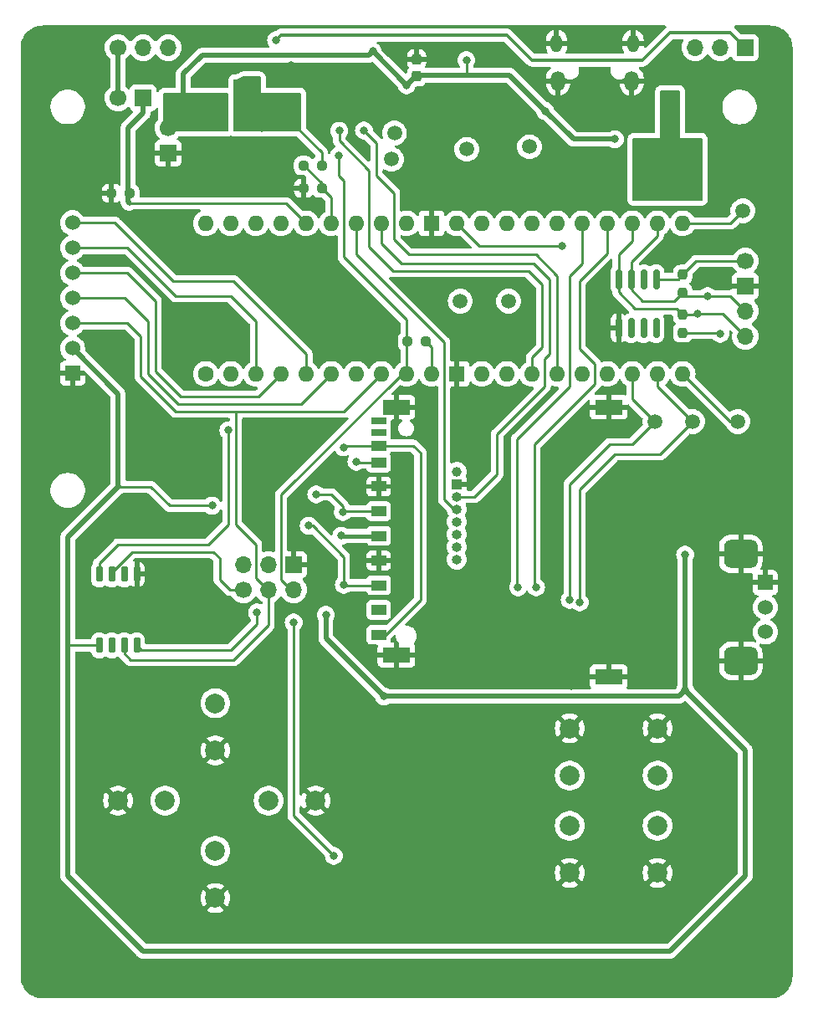
<source format=gbl>
G04 #@! TF.GenerationSoftware,KiCad,Pcbnew,7.0.7*
G04 #@! TF.CreationDate,2023-09-24T19:29:38+02:00*
G04 #@! TF.ProjectId,ardumate,61726475-6d61-4746-952e-6b696361645f,rev?*
G04 #@! TF.SameCoordinates,Original*
G04 #@! TF.FileFunction,Copper,L2,Bot*
G04 #@! TF.FilePolarity,Positive*
%FSLAX46Y46*%
G04 Gerber Fmt 4.6, Leading zero omitted, Abs format (unit mm)*
G04 Created by KiCad (PCBNEW 7.0.7) date 2023-09-24 19:29:38*
%MOMM*%
%LPD*%
G01*
G04 APERTURE LIST*
G04 Aperture macros list*
%AMRoundRect*
0 Rectangle with rounded corners*
0 $1 Rounding radius*
0 $2 $3 $4 $5 $6 $7 $8 $9 X,Y pos of 4 corners*
0 Add a 4 corners polygon primitive as box body*
4,1,4,$2,$3,$4,$5,$6,$7,$8,$9,$2,$3,0*
0 Add four circle primitives for the rounded corners*
1,1,$1+$1,$2,$3*
1,1,$1+$1,$4,$5*
1,1,$1+$1,$6,$7*
1,1,$1+$1,$8,$9*
0 Add four rect primitives between the rounded corners*
20,1,$1+$1,$2,$3,$4,$5,0*
20,1,$1+$1,$4,$5,$6,$7,0*
20,1,$1+$1,$6,$7,$8,$9,0*
20,1,$1+$1,$8,$9,$2,$3,0*%
G04 Aperture macros list end*
G04 #@! TA.AperFunction,SMDPad,CuDef*
%ADD10C,1.500000*%
G04 #@! TD*
G04 #@! TA.AperFunction,ComponentPad*
%ADD11C,1.500000*%
G04 #@! TD*
G04 #@! TA.AperFunction,ComponentPad*
%ADD12C,2.000000*%
G04 #@! TD*
G04 #@! TA.AperFunction,ComponentPad*
%ADD13C,1.524000*%
G04 #@! TD*
G04 #@! TA.AperFunction,ComponentPad*
%ADD14R,1.524000X1.524000*%
G04 #@! TD*
G04 #@! TA.AperFunction,ComponentPad*
%ADD15RoundRect,0.725000X0.975000X-0.725000X0.975000X0.725000X-0.975000X0.725000X-0.975000X-0.725000X0*%
G04 #@! TD*
G04 #@! TA.AperFunction,ComponentPad*
%ADD16C,1.600000*%
G04 #@! TD*
G04 #@! TA.AperFunction,ComponentPad*
%ADD17O,1.600000X1.600000*%
G04 #@! TD*
G04 #@! TA.AperFunction,ComponentPad*
%ADD18R,1.600000X1.600000*%
G04 #@! TD*
G04 #@! TA.AperFunction,ComponentPad*
%ADD19C,1.700000*%
G04 #@! TD*
G04 #@! TA.AperFunction,ComponentPad*
%ADD20O,1.700000X1.700000*%
G04 #@! TD*
G04 #@! TA.AperFunction,ComponentPad*
%ADD21R,1.700000X1.700000*%
G04 #@! TD*
G04 #@! TA.AperFunction,ComponentPad*
%ADD22C,1.000000*%
G04 #@! TD*
G04 #@! TA.AperFunction,ComponentPad*
%ADD23R,1.000000X1.000000*%
G04 #@! TD*
G04 #@! TA.AperFunction,ComponentPad*
%ADD24O,1.000000X1.000000*%
G04 #@! TD*
G04 #@! TA.AperFunction,ComponentPad*
%ADD25O,1.150000X1.800000*%
G04 #@! TD*
G04 #@! TA.AperFunction,ComponentPad*
%ADD26O,1.450000X2.000000*%
G04 #@! TD*
G04 #@! TA.AperFunction,SMDPad,CuDef*
%ADD27RoundRect,0.237500X0.237500X-0.300000X0.237500X0.300000X-0.237500X0.300000X-0.237500X-0.300000X0*%
G04 #@! TD*
G04 #@! TA.AperFunction,SMDPad,CuDef*
%ADD28RoundRect,0.237500X0.250000X0.237500X-0.250000X0.237500X-0.250000X-0.237500X0.250000X-0.237500X0*%
G04 #@! TD*
G04 #@! TA.AperFunction,SMDPad,CuDef*
%ADD29RoundRect,0.237500X0.237500X-0.250000X0.237500X0.250000X-0.237500X0.250000X-0.237500X-0.250000X0*%
G04 #@! TD*
G04 #@! TA.AperFunction,SMDPad,CuDef*
%ADD30R,1.500000X1.000000*%
G04 #@! TD*
G04 #@! TA.AperFunction,SMDPad,CuDef*
%ADD31R,1.500000X0.700000*%
G04 #@! TD*
G04 #@! TA.AperFunction,SMDPad,CuDef*
%ADD32R,2.800000X1.500000*%
G04 #@! TD*
G04 #@! TA.AperFunction,SMDPad,CuDef*
%ADD33RoundRect,0.237500X-0.237500X0.250000X-0.237500X-0.250000X0.237500X-0.250000X0.237500X0.250000X0*%
G04 #@! TD*
G04 #@! TA.AperFunction,SMDPad,CuDef*
%ADD34RoundRect,0.150000X0.150000X-0.825000X0.150000X0.825000X-0.150000X0.825000X-0.150000X-0.825000X0*%
G04 #@! TD*
G04 #@! TA.AperFunction,SMDPad,CuDef*
%ADD35RoundRect,0.150000X-0.150000X0.650000X-0.150000X-0.650000X0.150000X-0.650000X0.150000X0.650000X0*%
G04 #@! TD*
G04 #@! TA.AperFunction,ViaPad*
%ADD36C,0.800000*%
G04 #@! TD*
G04 #@! TA.AperFunction,Conductor*
%ADD37C,0.500000*%
G04 #@! TD*
G04 #@! TA.AperFunction,Conductor*
%ADD38C,0.250000*%
G04 #@! TD*
G04 #@! TA.AperFunction,Conductor*
%ADD39C,0.400000*%
G04 #@! TD*
G04 #@! TA.AperFunction,Conductor*
%ADD40C,0.300000*%
G04 #@! TD*
G04 APERTURE END LIST*
D10*
X150876000Y-53213000D03*
D11*
X167386000Y-81026000D03*
X172466000Y-59690000D03*
D12*
X113995200Y-119380000D03*
X109220000Y-119380000D03*
X154940000Y-116840000D03*
X154940000Y-112064800D03*
D13*
X174752000Y-102322000D03*
X174752000Y-99822000D03*
D14*
X174752000Y-97322000D03*
D15*
X172252000Y-94422000D03*
X172252000Y-105222000D03*
D16*
X118115000Y-76205000D03*
D17*
X120655000Y-76205000D03*
X123195000Y-76205000D03*
X125735000Y-76205000D03*
X128275000Y-76205000D03*
X130815000Y-76205000D03*
X133355000Y-76205000D03*
X135895000Y-76205000D03*
X138435000Y-76205000D03*
X140975000Y-76205000D03*
D18*
X143515000Y-76205000D03*
D17*
X146055000Y-76205000D03*
X148595000Y-76205000D03*
X151135000Y-76205000D03*
X153675000Y-76205000D03*
X156215000Y-76205000D03*
X158755000Y-76205000D03*
X161295000Y-76205000D03*
X163835000Y-76205000D03*
X166375000Y-76205000D03*
X166375000Y-60965000D03*
X163835000Y-60965000D03*
X161295000Y-60965000D03*
X158755000Y-60965000D03*
X156215000Y-60965000D03*
X153675000Y-60965000D03*
X151135000Y-60965000D03*
X148595000Y-60965000D03*
X146055000Y-60965000D03*
X143515000Y-60965000D03*
D18*
X140975000Y-60965000D03*
D17*
X138435000Y-60965000D03*
X135895000Y-60965000D03*
X133355000Y-60965000D03*
X130815000Y-60965000D03*
X128275000Y-60965000D03*
X125735000Y-60965000D03*
X123195000Y-60965000D03*
X120655000Y-60965000D03*
X118115000Y-60965000D03*
D19*
X121920000Y-98044000D03*
D20*
X121920000Y-95504000D03*
X124460000Y-98044000D03*
X124460000Y-95504000D03*
X127000000Y-98044000D03*
D21*
X127000000Y-95504000D03*
D11*
X148754000Y-68834000D03*
X143854000Y-68834000D03*
D19*
X109220000Y-43180000D03*
D20*
X111760000Y-43180000D03*
X114300000Y-43180000D03*
D12*
X163830000Y-116840000D03*
X163830000Y-112064800D03*
D11*
X171958000Y-81026000D03*
D12*
X124460000Y-119380000D03*
X129235200Y-119380000D03*
D19*
X172720000Y-64770000D03*
D21*
X172720000Y-67310000D03*
D20*
X172720000Y-69850000D03*
X172720000Y-72390000D03*
D22*
X143510000Y-86106000D03*
D23*
X143510000Y-87376000D03*
D24*
X143510000Y-88646000D03*
X143510000Y-89916000D03*
X143510000Y-91186000D03*
X143510000Y-92456000D03*
X143510000Y-93726000D03*
X143510000Y-94996000D03*
D12*
X154940000Y-121920000D03*
X154940000Y-126695200D03*
D11*
X163576000Y-81026000D03*
D12*
X163830000Y-121920000D03*
X163830000Y-126695200D03*
X119075200Y-109524800D03*
X119075200Y-114300000D03*
D19*
X114300000Y-51308000D03*
D21*
X114300000Y-53848000D03*
D25*
X161360000Y-42747000D03*
D26*
X161210000Y-46547000D03*
X153760000Y-46547000D03*
D25*
X153610000Y-42747000D03*
D21*
X172720000Y-43180000D03*
D20*
X170180000Y-43180000D03*
X167640000Y-43180000D03*
D19*
X109220000Y-48260000D03*
D21*
X111760000Y-48260000D03*
D12*
X119075200Y-124460000D03*
X119075200Y-129235200D03*
D14*
X104617520Y-76142545D03*
D13*
X104617520Y-73602545D03*
X104617520Y-71062545D03*
X104617520Y-68522545D03*
X104617520Y-65982545D03*
X104617520Y-63442545D03*
X104617520Y-60902545D03*
D10*
X144526000Y-53467000D03*
D27*
X139446000Y-46074500D03*
X139446000Y-44349500D03*
D28*
X140358500Y-72898000D03*
X138533500Y-72898000D03*
D29*
X166370000Y-72032500D03*
X166370000Y-70207500D03*
D30*
X135599000Y-100093000D03*
X135599000Y-97593000D03*
X135599000Y-95093000D03*
X135599000Y-92593000D03*
X135599000Y-90093000D03*
X135599000Y-87593000D03*
X135599000Y-85163000D03*
X135599000Y-83463000D03*
X135599000Y-102593000D03*
D31*
X135599000Y-82163000D03*
X135599000Y-80963000D03*
D32*
X158899000Y-79568000D03*
X137399000Y-79568000D03*
X137399000Y-104668000D03*
X158899000Y-106868000D03*
D33*
X166370000Y-66143500D03*
X166370000Y-67968500D03*
D28*
X129841000Y-57404000D03*
X128016000Y-57404000D03*
D10*
X137204000Y-51816000D03*
D28*
X110386500Y-57912000D03*
X108561500Y-57912000D03*
X129841000Y-55118000D03*
X128016000Y-55118000D03*
D10*
X136906000Y-54483000D03*
D34*
X163703000Y-71563000D03*
X162433000Y-71563000D03*
X161163000Y-71563000D03*
X159893000Y-71563000D03*
X159893000Y-66613000D03*
X161163000Y-66613000D03*
X162433000Y-66613000D03*
X163703000Y-66613000D03*
D35*
X107315000Y-96476000D03*
X108585000Y-96476000D03*
X109855000Y-96476000D03*
X111125000Y-96476000D03*
X111125000Y-103676000D03*
X109855000Y-103676000D03*
X108585000Y-103676000D03*
X107315000Y-103676000D03*
D36*
X108204000Y-51562000D03*
X106680000Y-45720000D03*
X123444000Y-42418000D03*
X119380000Y-42164000D03*
X121920000Y-42418000D03*
X129032000Y-46228000D03*
X150876000Y-53213000D03*
X168402000Y-74422000D03*
X106807000Y-108839000D03*
X168783000Y-104267000D03*
X170180000Y-97155000D03*
X158115000Y-103251000D03*
X164719000Y-105664000D03*
X175260000Y-111760000D03*
X156718000Y-54864000D03*
X127000000Y-92964000D03*
X175260000Y-45720000D03*
X175260000Y-127000000D03*
X104140000Y-137922000D03*
X175260000Y-81280000D03*
X142240000Y-137922000D03*
X145923000Y-47498000D03*
X101600000Y-63500000D03*
X126365000Y-52832000D03*
X164592000Y-93218000D03*
X172466000Y-52324000D03*
X175260000Y-119380000D03*
X145796000Y-51054000D03*
X175260000Y-60960000D03*
X115951000Y-132207000D03*
X113538000Y-57404000D03*
X127508000Y-88773000D03*
X175260000Y-48260000D03*
X160020000Y-137922000D03*
X120650000Y-73406000D03*
X159385000Y-119126000D03*
X140843000Y-106934000D03*
X132207000Y-68580000D03*
X150368000Y-73660000D03*
X121920000Y-55880000D03*
X105918000Y-93980000D03*
X122682000Y-86868000D03*
X101600000Y-129540000D03*
X155702000Y-42672000D03*
X106680000Y-137922000D03*
X157480000Y-137922000D03*
X143510000Y-49530000D03*
X101600000Y-119380000D03*
X159004000Y-79502000D03*
X144780000Y-137922000D03*
X154940000Y-137922000D03*
X101600000Y-43180000D03*
X135509000Y-87630000D03*
X107442000Y-72390000D03*
X120650000Y-71374000D03*
X101600000Y-127000000D03*
X175260000Y-132080000D03*
X155956000Y-81534000D03*
X140970000Y-58420000D03*
X146558000Y-95504000D03*
X146685000Y-90932000D03*
X101600000Y-68580000D03*
X175260000Y-124460000D03*
X101600000Y-45720000D03*
X123952000Y-52832000D03*
X101600000Y-134620000D03*
X124079000Y-113411000D03*
X101600000Y-66040000D03*
X158242000Y-82042000D03*
X158750000Y-42672000D03*
X133350000Y-109728000D03*
X167640000Y-48260000D03*
X156718000Y-57404000D03*
X104140000Y-55880000D03*
X170180000Y-137922000D03*
X101600000Y-137922000D03*
X175260000Y-63500000D03*
X119380000Y-137922000D03*
X101600000Y-106680000D03*
X101600000Y-50800000D03*
X150241000Y-49657000D03*
X139700000Y-127000000D03*
X143510000Y-78486000D03*
X101600000Y-121920000D03*
X117094000Y-42164000D03*
X145288000Y-105156000D03*
X165227000Y-64516000D03*
X101600000Y-53340000D03*
X146304000Y-67564000D03*
X150495000Y-45593000D03*
X175260000Y-53340000D03*
X101600000Y-48260000D03*
X175260000Y-67310000D03*
X139065000Y-67183000D03*
X172720000Y-137922000D03*
X169418000Y-125349000D03*
X127000000Y-68580000D03*
X114300000Y-137922000D03*
X111760000Y-137922000D03*
X165100000Y-137922000D03*
X175260000Y-78740000D03*
X116840000Y-91567000D03*
X168402000Y-90424000D03*
X160020000Y-97409000D03*
X137922000Y-88519000D03*
X155067000Y-107823000D03*
X139573000Y-118872000D03*
X175260000Y-114300000D03*
X128397000Y-93853000D03*
X101600000Y-104140000D03*
X143510000Y-73660000D03*
X117348000Y-53124500D03*
X175260000Y-86360000D03*
X101600000Y-111760000D03*
X125984000Y-127635000D03*
X175260000Y-91440000D03*
X164846000Y-97917000D03*
X101600000Y-60960000D03*
X104140000Y-53340000D03*
X175260000Y-83820000D03*
X155194000Y-48514000D03*
X152654000Y-57404000D03*
X148082000Y-57404000D03*
X175260000Y-88900000D03*
X169545000Y-119380000D03*
X144018000Y-99822000D03*
X118110000Y-71374000D03*
X158496000Y-87122000D03*
X101600000Y-101600000D03*
X116840000Y-137922000D03*
X104140000Y-43180000D03*
X108204000Y-54610000D03*
X101600000Y-88900000D03*
X124460000Y-137922000D03*
X162560000Y-137922000D03*
X134620000Y-71120000D03*
X129540000Y-68580000D03*
X101600000Y-83820000D03*
X163322000Y-85344000D03*
X157988000Y-72390000D03*
X101600000Y-99060000D03*
X121920000Y-137922000D03*
X107950000Y-100076000D03*
X158750000Y-95631000D03*
X101600000Y-71120000D03*
X143510000Y-51054000D03*
X175260000Y-116840000D03*
X175260000Y-71120000D03*
X122682000Y-91186000D03*
X113665000Y-108712000D03*
X134620000Y-137922000D03*
X101600000Y-76200000D03*
X167894000Y-83312000D03*
X125476000Y-105029000D03*
X172466000Y-54864000D03*
X167640000Y-137922000D03*
X118618000Y-45212000D03*
X101600000Y-81280000D03*
X157226000Y-91694000D03*
X138684000Y-49530000D03*
X132080000Y-137922000D03*
X132080000Y-71120000D03*
X157226000Y-93726000D03*
X101600000Y-96520000D03*
X175260000Y-109220000D03*
X152400000Y-137922000D03*
X118110000Y-73406000D03*
X148590000Y-104140000D03*
X105918000Y-82550000D03*
X101600000Y-55880000D03*
X150114000Y-112268000D03*
X167386000Y-50800000D03*
X157988000Y-67183000D03*
X101600000Y-93980000D03*
X117348000Y-83058000D03*
X101600000Y-109220000D03*
X101600000Y-73660000D03*
X111760000Y-53848000D03*
X117348000Y-86868000D03*
X147320000Y-137922000D03*
X175260000Y-55880000D03*
X149860000Y-137922000D03*
X129540000Y-71120000D03*
X146812000Y-127000000D03*
X175260000Y-76200000D03*
X109220000Y-137922000D03*
X132080000Y-73279000D03*
X137414000Y-104648000D03*
X175260000Y-73660000D03*
X175260000Y-137160000D03*
X175260000Y-121920000D03*
X122682000Y-83058000D03*
X145669000Y-83693000D03*
X107569000Y-92075000D03*
X101600000Y-114300000D03*
X165100000Y-44196000D03*
X146939000Y-132461000D03*
X159766000Y-132334000D03*
X132588000Y-121920000D03*
X149987000Y-51562000D03*
X175260000Y-68580000D03*
X101600000Y-86360000D03*
X130302000Y-106934000D03*
X162306000Y-90170000D03*
X127000000Y-137922000D03*
X113030000Y-102108000D03*
X104140000Y-45720000D03*
X175260000Y-43180000D03*
X101600000Y-78740000D03*
X128905000Y-49657000D03*
X175260000Y-134620000D03*
X106680000Y-53340000D03*
X101600000Y-124460000D03*
X175260000Y-50800000D03*
X129540000Y-137922000D03*
X132588000Y-132207000D03*
X142113000Y-44196000D03*
X125857000Y-86233000D03*
X159008299Y-89158299D03*
X137160000Y-137922000D03*
X101600000Y-58420000D03*
X175260000Y-129540000D03*
X137414000Y-79502000D03*
X126746000Y-44958000D03*
X121158000Y-45466000D03*
X117856000Y-95885000D03*
X101600000Y-91440000D03*
X101600000Y-116840000D03*
X146431000Y-118872000D03*
X119126000Y-119253000D03*
X101600000Y-132080000D03*
X138049000Y-85598000D03*
X175260000Y-58420000D03*
X150368000Y-57404000D03*
X139700000Y-137922000D03*
X139446000Y-44323000D03*
X157226000Y-42672000D03*
X157988000Y-69596000D03*
X158877000Y-106807000D03*
X169291000Y-114554000D03*
X106680000Y-55880000D03*
X124460000Y-55880000D03*
X119380000Y-48413500D03*
X119380000Y-49683500D03*
X117348000Y-48413500D03*
X114300000Y-48413500D03*
X138430000Y-46990000D03*
X135001000Y-43561000D03*
X115824000Y-51207500D03*
X115824000Y-48413500D03*
X117348000Y-51207500D03*
X159512000Y-52454000D03*
X144488500Y-44450000D03*
X115824000Y-49683500D03*
X119380000Y-51207500D03*
X152463500Y-49593500D03*
X117348000Y-49999500D03*
X114300000Y-49683500D03*
X133355000Y-85090000D03*
X131976500Y-90170000D03*
X135599000Y-90093000D03*
X129286000Y-88392000D03*
X135599000Y-97593000D03*
X132080000Y-97536000D03*
X128524000Y-91567000D03*
X123285000Y-100330000D03*
X127000000Y-101346000D03*
X131064000Y-124968000D03*
X131572000Y-54102000D03*
X151534500Y-97790000D03*
X144526000Y-53467000D03*
X136906000Y-54483000D03*
X137204000Y-51816000D03*
X131616000Y-51606000D03*
X134112000Y-51562000D03*
X168910000Y-68326000D03*
X167894000Y-70104000D03*
X149709500Y-97790000D03*
X120396000Y-81915000D03*
X132037549Y-83627049D03*
X135599000Y-100093000D03*
X154935701Y-99064299D03*
X155956000Y-99314000D03*
X166624000Y-108204000D03*
X131826000Y-92583000D03*
X118745000Y-89535000D03*
X166624000Y-94488000D03*
X130255000Y-100584000D03*
X136144000Y-108839000D03*
X170180000Y-72136000D03*
X154178000Y-63246000D03*
X135599000Y-92593000D03*
X165100000Y-52578000D03*
X165100000Y-50800000D03*
X162306000Y-53594000D03*
X164084000Y-54864000D03*
X167894000Y-53594000D03*
X167894000Y-54864000D03*
X164084000Y-56896000D03*
X167894000Y-57912000D03*
X165100000Y-48260000D03*
X164084000Y-53594000D03*
X166116000Y-56896000D03*
X166116000Y-54864000D03*
X162052000Y-57912000D03*
X162306000Y-54864000D03*
X166116000Y-53594000D03*
X125476000Y-48413500D03*
X123952000Y-48413500D03*
X121412000Y-48921500D03*
X127000000Y-49683500D03*
X125476000Y-49683500D03*
X127000000Y-50953500D03*
X123785500Y-51273500D03*
X122174000Y-47498000D03*
X121666000Y-51207500D03*
X127000000Y-48413500D03*
X123952000Y-49999500D03*
X125476000Y-50953500D03*
X122174000Y-50038000D03*
X125222000Y-42418000D03*
D37*
X115824000Y-45847000D02*
X115824000Y-48413500D01*
X134620000Y-43942000D02*
X117729000Y-43942000D01*
X135001000Y-43561000D02*
X134620000Y-43942000D01*
X117729000Y-43942000D02*
X115824000Y-45847000D01*
D38*
X108908545Y-60902545D02*
X104617520Y-60902545D01*
X120904000Y-66802000D02*
X114808000Y-66802000D01*
X128275000Y-74173000D02*
X120904000Y-66802000D01*
X114808000Y-66802000D02*
X108908545Y-60902545D01*
X128275000Y-76205000D02*
X128275000Y-74173000D01*
D37*
X110236000Y-58777500D02*
X110236000Y-51308000D01*
X110236000Y-51308000D02*
X111760000Y-49784000D01*
X111760000Y-49784000D02*
X111760000Y-48260000D01*
X110386500Y-58928000D02*
X110236000Y-58777500D01*
D38*
X126238000Y-58928000D02*
X128275000Y-60965000D01*
X110386500Y-58928000D02*
X126238000Y-58928000D01*
X125730000Y-97028000D02*
X125730000Y-88437000D01*
X126746000Y-98044000D02*
X125730000Y-97028000D01*
X137962000Y-76205000D02*
X138435000Y-76205000D01*
X127000000Y-98044000D02*
X126746000Y-98044000D01*
X125730000Y-88437000D02*
X137962000Y-76205000D01*
X121158000Y-91440000D02*
X121158000Y-80010000D01*
X123190000Y-93472000D02*
X121158000Y-91440000D01*
X123190000Y-96901000D02*
X123190000Y-93472000D01*
X124333000Y-98044000D02*
X123190000Y-96901000D01*
X124460000Y-98044000D02*
X124333000Y-98044000D01*
X167790500Y-70207500D02*
X167894000Y-70104000D01*
X166370000Y-70207500D02*
X167790500Y-70207500D01*
X162306000Y-68834000D02*
X165504500Y-68834000D01*
X161163000Y-67691000D02*
X162306000Y-68834000D01*
X161163000Y-66613000D02*
X161163000Y-67691000D01*
X165504500Y-68834000D02*
X166370000Y-67968500D01*
X159893000Y-67945000D02*
X159893000Y-66613000D01*
X161544000Y-69596000D02*
X159893000Y-67945000D01*
X165758500Y-69596000D02*
X161544000Y-69596000D01*
X166370000Y-70207500D02*
X165758500Y-69596000D01*
D37*
X155324000Y-52454000D02*
X152463500Y-49593500D01*
D38*
X144488500Y-44450000D02*
X144488500Y-45936500D01*
X114300000Y-51308000D02*
X115723500Y-51308000D01*
X114300000Y-51308000D02*
X114300000Y-49683500D01*
D37*
X138430000Y-46990000D02*
X135001000Y-43561000D01*
X139446000Y-45974000D02*
X138430000Y-46990000D01*
D38*
X115723500Y-51308000D02*
X115824000Y-51207500D01*
D37*
X152463500Y-49593500D02*
X148844000Y-45974000D01*
X148844000Y-45974000D02*
X139446000Y-45974000D01*
X159512000Y-52454000D02*
X155324000Y-52454000D01*
D38*
X119507000Y-94869000D02*
X119507000Y-97028000D01*
X110625249Y-94234000D02*
X118872000Y-94234000D01*
X119507000Y-97028000D02*
X120523000Y-98044000D01*
X118872000Y-94234000D02*
X119507000Y-94869000D01*
X120523000Y-98044000D02*
X121920000Y-98044000D01*
X133428000Y-85163000D02*
X133355000Y-85090000D01*
X108585000Y-96476000D02*
X108585000Y-96274249D01*
X135599000Y-85163000D02*
X133428000Y-85163000D01*
X108585000Y-96274249D02*
X110625249Y-94234000D01*
X115062000Y-80010000D02*
X125984000Y-80010000D01*
X132090000Y-80010000D02*
X135895000Y-76205000D01*
X131976500Y-89558500D02*
X131976500Y-90170000D01*
X129286000Y-88392000D02*
X130810000Y-88392000D01*
X124460000Y-101600000D02*
X124460000Y-98044000D01*
X110490000Y-105156000D02*
X120904000Y-105156000D01*
X135599000Y-90093000D02*
X133427000Y-90093000D01*
X133427000Y-90093000D02*
X132053500Y-90093000D01*
X104617520Y-71062545D02*
X110178545Y-71062545D01*
X125984000Y-80010000D02*
X132090000Y-80010000D01*
X110178545Y-71062545D02*
X111506000Y-72390000D01*
X132053500Y-90093000D02*
X131976500Y-90170000D01*
X120904000Y-105156000D02*
X124460000Y-101600000D01*
X111506000Y-72390000D02*
X111506000Y-76454000D01*
X111506000Y-76454000D02*
X115062000Y-80010000D01*
X109855000Y-104521000D02*
X110490000Y-105156000D01*
X130810000Y-88392000D02*
X131976500Y-89558500D01*
X109855000Y-103676000D02*
X109855000Y-104521000D01*
X115316000Y-79248000D02*
X127772000Y-79248000D01*
X128905000Y-91567000D02*
X132080000Y-94742000D01*
X112268000Y-70866000D02*
X112268000Y-76200000D01*
X104617520Y-68522545D02*
X109924545Y-68522545D01*
X123285000Y-101505000D02*
X120650000Y-104140000D01*
X111589000Y-104140000D02*
X111125000Y-103676000D01*
X123285000Y-100330000D02*
X123285000Y-101505000D01*
X109924545Y-68522545D02*
X112268000Y-70866000D01*
X132137000Y-97593000D02*
X135599000Y-97593000D01*
X112268000Y-76200000D02*
X115316000Y-79248000D01*
X128524000Y-91567000D02*
X128905000Y-91567000D01*
X127772000Y-79248000D02*
X130815000Y-76205000D01*
X132080000Y-97536000D02*
X132137000Y-97593000D01*
X120650000Y-104140000D02*
X111589000Y-104140000D01*
X132080000Y-94742000D02*
X132080000Y-97536000D01*
X127000000Y-120904000D02*
X127000000Y-101346000D01*
X131572000Y-54102000D02*
X131572000Y-56134000D01*
X132080000Y-56642000D02*
X132080000Y-64389000D01*
X138435000Y-70744000D02*
X138435000Y-76205000D01*
X131572000Y-56134000D02*
X132080000Y-56642000D01*
X132080000Y-64389000D02*
X138435000Y-70744000D01*
X131064000Y-124968000D02*
X127000000Y-120904000D01*
X157480000Y-75184000D02*
X155956000Y-73660000D01*
X151384000Y-97639500D02*
X151384000Y-83312000D01*
X155956000Y-66802000D02*
X158755000Y-64003000D01*
X155956000Y-73660000D02*
X155956000Y-66802000D01*
X158755000Y-64003000D02*
X158755000Y-60965000D01*
X151384000Y-83312000D02*
X157480000Y-77216000D01*
X151534500Y-97790000D02*
X151384000Y-97639500D01*
X157480000Y-77216000D02*
X157480000Y-75184000D01*
X151135000Y-74544000D02*
X151135000Y-76205000D01*
X150749000Y-65786000D02*
X152146000Y-67183000D01*
X137033000Y-65786000D02*
X150749000Y-65786000D01*
X134620000Y-63373000D02*
X137033000Y-65786000D01*
X152146000Y-67183000D02*
X152146000Y-73533000D01*
X134620000Y-55626000D02*
X134620000Y-63373000D01*
X131616000Y-52622000D02*
X134620000Y-55626000D01*
X152146000Y-73533000D02*
X151135000Y-74544000D01*
X131616000Y-51606000D02*
X131616000Y-52622000D01*
X138684000Y-64135000D02*
X151511000Y-64135000D01*
X134112000Y-51562000D02*
X135382000Y-52832000D01*
X135382000Y-56134000D02*
X137160000Y-57912000D01*
X137160000Y-57912000D02*
X137160000Y-62611000D01*
X137160000Y-62611000D02*
X138684000Y-64135000D01*
X153670000Y-66294000D02*
X153670000Y-76200000D01*
X153670000Y-76200000D02*
X153675000Y-76205000D01*
X151511000Y-64135000D02*
X153670000Y-66294000D01*
X135382000Y-52832000D02*
X135382000Y-56134000D01*
X163835000Y-62225000D02*
X161163000Y-64897000D01*
X163835000Y-60965000D02*
X163835000Y-62225000D01*
X161163000Y-64897000D02*
X161163000Y-66613000D01*
X171196000Y-68326000D02*
X172720000Y-69850000D01*
X166370000Y-67968500D02*
X166727500Y-68326000D01*
X166727500Y-68326000D02*
X171196000Y-68326000D01*
X170434000Y-70104000D02*
X172720000Y-72390000D01*
X161295000Y-60965000D02*
X161295000Y-62733000D01*
X167894000Y-70104000D02*
X170434000Y-70104000D01*
X159893000Y-64135000D02*
X159893000Y-66613000D01*
X161295000Y-62733000D02*
X159893000Y-64135000D01*
X110178545Y-63442545D02*
X104617520Y-63442545D01*
X123195000Y-76205000D02*
X123195000Y-70871000D01*
X120650000Y-68326000D02*
X115062000Y-68326000D01*
X123195000Y-70871000D02*
X120650000Y-68326000D01*
X115062000Y-68326000D02*
X110178545Y-63442545D01*
X113030000Y-68834000D02*
X110178545Y-65982545D01*
X115570000Y-78486000D02*
X113030000Y-75946000D01*
X123454000Y-78486000D02*
X115570000Y-78486000D01*
X113030000Y-75946000D02*
X113030000Y-68834000D01*
X110178545Y-65982545D02*
X104617520Y-65982545D01*
X125735000Y-76205000D02*
X123454000Y-78486000D01*
X154940000Y-77470000D02*
X154940000Y-66294000D01*
X154940000Y-66294000D02*
X156215000Y-65019000D01*
X149709500Y-97790000D02*
X149606000Y-97686500D01*
X149606000Y-82804000D02*
X154940000Y-77470000D01*
X156215000Y-65019000D02*
X156215000Y-60965000D01*
X149606000Y-97686500D02*
X149606000Y-82804000D01*
X109220000Y-93472000D02*
X107315000Y-95377000D01*
X120396000Y-91440000D02*
X118364000Y-93472000D01*
X118364000Y-93472000D02*
X109220000Y-93472000D01*
X120396000Y-81915000D02*
X120396000Y-91440000D01*
X107315000Y-95377000D02*
X107315000Y-96476000D01*
X135599000Y-83463000D02*
X132201598Y-83463000D01*
X135599000Y-102593000D02*
X136294000Y-102593000D01*
X139827000Y-84201000D02*
X139089000Y-83463000D01*
X139089000Y-83463000D02*
X135599000Y-83463000D01*
X139827000Y-99060000D02*
X139827000Y-84201000D01*
X132201598Y-83463000D02*
X132037549Y-83627049D01*
X136294000Y-102593000D02*
X139827000Y-99060000D01*
X158994695Y-83312000D02*
X154935701Y-87370994D01*
X161295000Y-76205000D02*
X161295000Y-78745000D01*
X161290000Y-83312000D02*
X158994695Y-83312000D01*
X154935701Y-87370994D02*
X154935701Y-99064299D01*
X163576000Y-81026000D02*
X161290000Y-83312000D01*
X161295000Y-78745000D02*
X163576000Y-81026000D01*
D37*
X109220000Y-48260000D02*
X109220000Y-43180000D01*
D38*
X163835000Y-76205000D02*
X163835000Y-77475000D01*
X155956000Y-87884000D02*
X159512000Y-84328000D01*
X155956000Y-99314000D02*
X155956000Y-87884000D01*
X159512000Y-84328000D02*
X164084000Y-84328000D01*
X164084000Y-84328000D02*
X167386000Y-81026000D01*
X163835000Y-77475000D02*
X167386000Y-81026000D01*
X166375000Y-76205000D02*
X171196000Y-81026000D01*
X171196000Y-81026000D02*
X171958000Y-81026000D01*
X171191000Y-60965000D02*
X172466000Y-59690000D01*
X166375000Y-60965000D02*
X171191000Y-60965000D01*
X140975000Y-76205000D02*
X140975000Y-73514500D01*
D37*
X130255000Y-102950000D02*
X136144000Y-108839000D01*
X104140000Y-92710000D02*
X109220000Y-87630000D01*
D38*
X165900500Y-66613000D02*
X166370000Y-66143500D01*
D37*
X165100000Y-134620000D02*
X111760000Y-134620000D01*
X172720000Y-114300000D02*
X172720000Y-127000000D01*
X104140000Y-103632000D02*
X104140000Y-92710000D01*
X166624000Y-94488000D02*
X166624000Y-108204000D01*
D38*
X118745000Y-89535000D02*
X114427000Y-89535000D01*
D37*
X111760000Y-134620000D02*
X104140000Y-127000000D01*
D38*
X166370000Y-66143500D02*
X167743500Y-64770000D01*
D37*
X130255000Y-100584000D02*
X130255000Y-102950000D01*
D38*
X109474000Y-87630000D02*
X109220000Y-87376000D01*
D37*
X136144000Y-108839000D02*
X165989000Y-108839000D01*
D39*
X131836000Y-92593000D02*
X135599000Y-92593000D01*
D38*
X170076500Y-72032500D02*
X166370000Y-72032500D01*
D37*
X109220000Y-87630000D02*
X109220000Y-78205025D01*
X104140000Y-127000000D02*
X104140000Y-103632000D01*
D38*
X163703000Y-66613000D02*
X165900500Y-66613000D01*
X107315000Y-103676000D02*
X104184000Y-103676000D01*
X143515000Y-60965000D02*
X145796000Y-63246000D01*
X104184000Y-103676000D02*
X104140000Y-103632000D01*
X145796000Y-63246000D02*
X154178000Y-63246000D01*
D37*
X165989000Y-108839000D02*
X166624000Y-108204000D01*
X172720000Y-127000000D02*
X165100000Y-134620000D01*
D38*
X112522000Y-87630000D02*
X109474000Y-87630000D01*
X140975000Y-73514500D02*
X140358500Y-72898000D01*
X114427000Y-89535000D02*
X112522000Y-87630000D01*
X131826000Y-92583000D02*
X131836000Y-92593000D01*
X170180000Y-72136000D02*
X170076500Y-72032500D01*
X167743500Y-64770000D02*
X172720000Y-64770000D01*
D37*
X109220000Y-78205025D02*
X104617520Y-73602545D01*
X166624000Y-108204000D02*
X172720000Y-114300000D01*
D38*
X129841000Y-53794500D02*
X129841000Y-55118000D01*
X127000000Y-50953500D02*
X129841000Y-53794500D01*
D40*
X165100000Y-41656000D02*
X171196000Y-41656000D01*
X151130000Y-44450000D02*
X162306000Y-44450000D01*
X148590000Y-41910000D02*
X151130000Y-44450000D01*
X125222000Y-42418000D02*
X125730000Y-41910000D01*
X171196000Y-41656000D02*
X172720000Y-43180000D01*
X162306000Y-44450000D02*
X165100000Y-41656000D01*
X125730000Y-41910000D02*
X148590000Y-41910000D01*
D38*
X130815000Y-58378000D02*
X130815000Y-60965000D01*
X129841000Y-57404000D02*
X130815000Y-58378000D01*
X129841000Y-56943000D02*
X129841000Y-57404000D01*
X128016000Y-55118000D02*
X129841000Y-56943000D01*
X133355000Y-60965000D02*
X133355000Y-64140000D01*
X133355000Y-64140000D02*
X142240000Y-73025000D01*
X142240000Y-73025000D02*
X142240000Y-88900000D01*
X143256000Y-89916000D02*
X143510000Y-89916000D01*
X133355000Y-60965000D02*
X133332000Y-60965000D01*
X142240000Y-88900000D02*
X143256000Y-89916000D01*
X135895000Y-62997000D02*
X137922000Y-65024000D01*
X152908000Y-74168000D02*
X152400000Y-74676000D01*
X152908000Y-66675000D02*
X152908000Y-74168000D01*
X147591000Y-86343000D02*
X145288000Y-88646000D01*
X135636000Y-60965000D02*
X135895000Y-60965000D01*
X152400000Y-77470000D02*
X147591000Y-82279000D01*
X152400000Y-74676000D02*
X152400000Y-77470000D01*
X137922000Y-65024000D02*
X151257000Y-65024000D01*
X135895000Y-60965000D02*
X135895000Y-62997000D01*
X145288000Y-88646000D02*
X143510000Y-88646000D01*
X151257000Y-65024000D02*
X152908000Y-66675000D01*
X147591000Y-82279000D02*
X147591000Y-86343000D01*
G04 #@! TA.AperFunction,Conductor*
G36*
X166059039Y-47517685D02*
G01*
X166104794Y-47570489D01*
X166116000Y-47622000D01*
X166116000Y-52324000D01*
X168278000Y-52324000D01*
X168345039Y-52343685D01*
X168390794Y-52396489D01*
X168402000Y-52448000D01*
X168402000Y-58550000D01*
X168382315Y-58617039D01*
X168329511Y-58662794D01*
X168278000Y-58674000D01*
X161414000Y-58674000D01*
X161346961Y-58654315D01*
X161301206Y-58601511D01*
X161290000Y-58550000D01*
X161290000Y-52448000D01*
X161309685Y-52380961D01*
X161362489Y-52335206D01*
X161414000Y-52324000D01*
X164084000Y-52324000D01*
X164084000Y-47622000D01*
X164103685Y-47554961D01*
X164156489Y-47509206D01*
X164208000Y-47498000D01*
X165992000Y-47498000D01*
X166059039Y-47517685D01*
G37*
G04 #@! TD.AperFunction*
G04 #@! TA.AperFunction,Conductor*
G36*
X123641039Y-46120685D02*
G01*
X123686794Y-46173489D01*
X123698000Y-46224999D01*
X123698000Y-47752000D01*
X127638000Y-47752000D01*
X127705039Y-47771685D01*
X127750794Y-47824489D01*
X127762000Y-47876000D01*
X127762000Y-51565000D01*
X127742315Y-51632039D01*
X127689511Y-51677794D01*
X127638000Y-51689000D01*
X121028000Y-51689000D01*
X120960961Y-51669315D01*
X120915206Y-51616511D01*
X120904000Y-51565000D01*
X120904000Y-46485755D01*
X120923685Y-46418716D01*
X120976489Y-46372961D01*
X121045647Y-46363017D01*
X121053769Y-46364462D01*
X121063354Y-46366500D01*
X121063355Y-46366500D01*
X121252644Y-46366500D01*
X121252646Y-46366500D01*
X121437803Y-46327144D01*
X121610730Y-46250151D01*
X121763871Y-46138888D01*
X121763877Y-46138881D01*
X121768695Y-46134544D01*
X121770297Y-46136323D01*
X121820543Y-46105376D01*
X121853194Y-46101000D01*
X123574000Y-46101000D01*
X123641039Y-46120685D01*
G37*
G04 #@! TD.AperFunction*
G04 #@! TA.AperFunction,Conductor*
G36*
X120339039Y-47771685D02*
G01*
X120384794Y-47824489D01*
X120396000Y-47876000D01*
X120396000Y-51565000D01*
X120376315Y-51632039D01*
X120323511Y-51677794D01*
X120272000Y-51689000D01*
X113916000Y-51689000D01*
X113848961Y-51669315D01*
X113803206Y-51616511D01*
X113792000Y-51565000D01*
X113792000Y-47876000D01*
X113811685Y-47808961D01*
X113864489Y-47763206D01*
X113916000Y-47752000D01*
X120272000Y-47752000D01*
X120339039Y-47771685D01*
G37*
G04 #@! TD.AperFunction*
G04 #@! TA.AperFunction,Conductor*
G36*
X164663230Y-40960185D02*
G01*
X164708985Y-41012989D01*
X164718929Y-41082147D01*
X164689904Y-41145703D01*
X164683813Y-41152240D01*
X164683069Y-41152983D01*
X164668336Y-41165558D01*
X164651167Y-41178032D01*
X164651165Y-41178034D01*
X164620194Y-41215470D01*
X164616262Y-41219791D01*
X162646681Y-43189371D01*
X162585358Y-43222856D01*
X162515666Y-43217872D01*
X162459733Y-43176000D01*
X162435316Y-43110536D01*
X162435000Y-43101690D01*
X162435000Y-42997000D01*
X161759000Y-42997000D01*
X161691961Y-42977315D01*
X161646206Y-42924511D01*
X161635000Y-42873000D01*
X161635000Y-42621000D01*
X161654685Y-42553961D01*
X161707489Y-42508206D01*
X161759000Y-42497000D01*
X162435000Y-42497000D01*
X162435000Y-42370794D01*
X162420374Y-42217629D01*
X162420373Y-42217625D01*
X162362536Y-42020648D01*
X162268458Y-41838162D01*
X162141555Y-41676793D01*
X162141551Y-41676790D01*
X161986395Y-41542345D01*
X161808606Y-41439699D01*
X161614595Y-41372550D01*
X161610000Y-41371889D01*
X161610000Y-42040245D01*
X161590315Y-42107284D01*
X161537511Y-42153039D01*
X161468353Y-42162983D01*
X161461816Y-42161864D01*
X161360000Y-42141612D01*
X161258190Y-42161862D01*
X161188599Y-42155635D01*
X161133422Y-42112771D01*
X161110178Y-42046881D01*
X161110000Y-42040245D01*
X161110000Y-41376466D01*
X161109999Y-41376466D01*
X161006808Y-41401501D01*
X161006796Y-41401505D01*
X160820064Y-41486782D01*
X160820052Y-41486789D01*
X160652826Y-41605870D01*
X160652820Y-41605875D01*
X160511148Y-41754456D01*
X160400155Y-41927165D01*
X160323852Y-42117761D01*
X160285000Y-42319349D01*
X160285000Y-42497000D01*
X160961000Y-42497000D01*
X161028039Y-42516685D01*
X161073794Y-42569489D01*
X161085000Y-42621000D01*
X161085000Y-42873000D01*
X161065315Y-42940039D01*
X161012511Y-42985794D01*
X160961000Y-42997000D01*
X160285000Y-42997000D01*
X160285000Y-43123205D01*
X160299625Y-43276370D01*
X160299626Y-43276374D01*
X160357463Y-43473351D01*
X160432386Y-43618680D01*
X160445609Y-43687287D01*
X160419641Y-43752152D01*
X160362727Y-43792680D01*
X160322170Y-43799500D01*
X154647409Y-43799500D01*
X154580370Y-43779815D01*
X154534615Y-43727011D01*
X154524671Y-43657853D01*
X154543093Y-43608461D01*
X154569844Y-43566834D01*
X154646147Y-43376238D01*
X154685000Y-43174650D01*
X154685000Y-42997000D01*
X154009000Y-42997000D01*
X153941961Y-42977315D01*
X153896206Y-42924511D01*
X153885000Y-42873000D01*
X153885000Y-42621000D01*
X153904685Y-42553961D01*
X153957489Y-42508206D01*
X154009000Y-42497000D01*
X154685000Y-42497000D01*
X154685000Y-42370794D01*
X154670374Y-42217629D01*
X154670373Y-42217625D01*
X154612536Y-42020648D01*
X154518458Y-41838162D01*
X154391555Y-41676793D01*
X154391551Y-41676790D01*
X154236395Y-41542345D01*
X154058606Y-41439699D01*
X153864595Y-41372550D01*
X153860000Y-41371889D01*
X153860000Y-42040245D01*
X153840315Y-42107284D01*
X153787511Y-42153039D01*
X153718353Y-42162983D01*
X153711816Y-42161864D01*
X153610000Y-42141612D01*
X153609999Y-42141612D01*
X153560789Y-42151400D01*
X153508190Y-42161862D01*
X153438599Y-42155635D01*
X153383422Y-42112771D01*
X153360178Y-42046881D01*
X153360000Y-42040245D01*
X153360000Y-41376466D01*
X153359999Y-41376466D01*
X153256808Y-41401501D01*
X153256796Y-41401505D01*
X153070064Y-41486782D01*
X153070052Y-41486789D01*
X152902826Y-41605870D01*
X152902820Y-41605875D01*
X152761148Y-41754456D01*
X152650155Y-41927165D01*
X152573852Y-42117761D01*
X152535000Y-42319349D01*
X152535000Y-42497000D01*
X153211000Y-42497000D01*
X153278039Y-42516685D01*
X153323794Y-42569489D01*
X153335000Y-42621000D01*
X153335000Y-42873000D01*
X153315315Y-42940039D01*
X153262511Y-42985794D01*
X153211000Y-42997000D01*
X152535000Y-42997000D01*
X152535000Y-43123205D01*
X152549625Y-43276370D01*
X152549626Y-43276374D01*
X152607463Y-43473351D01*
X152682386Y-43618680D01*
X152695609Y-43687287D01*
X152669641Y-43752152D01*
X152612727Y-43792680D01*
X152572170Y-43799500D01*
X151450808Y-43799500D01*
X151383769Y-43779815D01*
X151363127Y-43763181D01*
X149110434Y-41510488D01*
X149100361Y-41497914D01*
X149100174Y-41498070D01*
X149095201Y-41492059D01*
X149042756Y-41442810D01*
X149021035Y-41421089D01*
X149015240Y-41416594D01*
X149010798Y-41412799D01*
X148975396Y-41379554D01*
X148975388Y-41379548D01*
X148956792Y-41369325D01*
X148940531Y-41358644D01*
X148923763Y-41345637D01*
X148899149Y-41334986D01*
X148879178Y-41326343D01*
X148873956Y-41323786D01*
X148831368Y-41300373D01*
X148831365Y-41300372D01*
X148810801Y-41295092D01*
X148792396Y-41288790D01*
X148772927Y-41280365D01*
X148772921Y-41280363D01*
X148724951Y-41272766D01*
X148719236Y-41271582D01*
X148702772Y-41267355D01*
X148672180Y-41259500D01*
X148672177Y-41259500D01*
X148650955Y-41259500D01*
X148631555Y-41257973D01*
X148610596Y-41254653D01*
X148610595Y-41254653D01*
X148591184Y-41256488D01*
X148562230Y-41259225D01*
X148556392Y-41259500D01*
X125815504Y-41259500D01*
X125799493Y-41257732D01*
X125799471Y-41257974D01*
X125791704Y-41257240D01*
X125791703Y-41257240D01*
X125719796Y-41259500D01*
X125689075Y-41259500D01*
X125689071Y-41259500D01*
X125689061Y-41259501D01*
X125681793Y-41260419D01*
X125675976Y-41260876D01*
X125627435Y-41262402D01*
X125627424Y-41262404D01*
X125607048Y-41268323D01*
X125588008Y-41272266D01*
X125566947Y-41274927D01*
X125566939Y-41274929D01*
X125521775Y-41292811D01*
X125516247Y-41294703D01*
X125469602Y-41308255D01*
X125451332Y-41319060D01*
X125433863Y-41327618D01*
X125414128Y-41335432D01*
X125414126Y-41335433D01*
X125374839Y-41363977D01*
X125369956Y-41367184D01*
X125328132Y-41391919D01*
X125313126Y-41406926D01*
X125298336Y-41419558D01*
X125281167Y-41432032D01*
X125281166Y-41432033D01*
X125250194Y-41469470D01*
X125246262Y-41473791D01*
X125238872Y-41481181D01*
X125177549Y-41514666D01*
X125151191Y-41517500D01*
X125127354Y-41517500D01*
X125094897Y-41524398D01*
X124942197Y-41556855D01*
X124942192Y-41556857D01*
X124769270Y-41633848D01*
X124769265Y-41633851D01*
X124616129Y-41745111D01*
X124489466Y-41885785D01*
X124394821Y-42049715D01*
X124394818Y-42049722D01*
X124338674Y-42222517D01*
X124336326Y-42229744D01*
X124316540Y-42418000D01*
X124336326Y-42606256D01*
X124336327Y-42606259D01*
X124394818Y-42786277D01*
X124394821Y-42786284D01*
X124489464Y-42950212D01*
X124489465Y-42950214D01*
X124489467Y-42950216D01*
X124520363Y-42984529D01*
X124550592Y-43047519D01*
X124541967Y-43116854D01*
X124497226Y-43170520D01*
X124430573Y-43191478D01*
X124428212Y-43191500D01*
X117792705Y-43191500D01*
X117774735Y-43190191D01*
X117750972Y-43186710D01*
X117705533Y-43190686D01*
X117698931Y-43191264D01*
X117693530Y-43191500D01*
X117685289Y-43191500D01*
X117663579Y-43194037D01*
X117652724Y-43195306D01*
X117637419Y-43196645D01*
X117576199Y-43202001D01*
X117569132Y-43203460D01*
X117569120Y-43203404D01*
X117561763Y-43205035D01*
X117561777Y-43205092D01*
X117554743Y-43206759D01*
X117482575Y-43233025D01*
X117409675Y-43257181D01*
X117403126Y-43260236D01*
X117403101Y-43260183D01*
X117396308Y-43263471D01*
X117396334Y-43263523D01*
X117389880Y-43266764D01*
X117325708Y-43308971D01*
X117260347Y-43349285D01*
X117254683Y-43353765D01*
X117254647Y-43353719D01*
X117248798Y-43358484D01*
X117248835Y-43358528D01*
X117243310Y-43363164D01*
X117243304Y-43363169D01*
X117243304Y-43363170D01*
X117221028Y-43386781D01*
X117190597Y-43419035D01*
X115338358Y-45271272D01*
X115324729Y-45283051D01*
X115305468Y-45297390D01*
X115271898Y-45337397D01*
X115268253Y-45341376D01*
X115262409Y-45347222D01*
X115242059Y-45372959D01*
X115192695Y-45431789D01*
X115188729Y-45437819D01*
X115188682Y-45437788D01*
X115184630Y-45444147D01*
X115184679Y-45444177D01*
X115180889Y-45450321D01*
X115148424Y-45519941D01*
X115113960Y-45588566D01*
X115111488Y-45595357D01*
X115111432Y-45595336D01*
X115108960Y-45602450D01*
X115109015Y-45602469D01*
X115106742Y-45609327D01*
X115093865Y-45671688D01*
X115091207Y-45684565D01*
X115090645Y-45686937D01*
X115073501Y-45759270D01*
X115072663Y-45766443D01*
X115072605Y-45766436D01*
X115071837Y-45773950D01*
X115071894Y-45773955D01*
X115071265Y-45781137D01*
X115073500Y-45857916D01*
X115073500Y-47122500D01*
X115053815Y-47189539D01*
X115001011Y-47235294D01*
X114949500Y-47246500D01*
X113916000Y-47246500D01*
X113915991Y-47246500D01*
X113915990Y-47246501D01*
X113808549Y-47258052D01*
X113808537Y-47258054D01*
X113757027Y-47269260D01*
X113654502Y-47303383D01*
X113654496Y-47303386D01*
X113533462Y-47381171D01*
X113533451Y-47381179D01*
X113480659Y-47426923D01*
X113386433Y-47535664D01*
X113386431Y-47535666D01*
X113347293Y-47621366D01*
X113301537Y-47674169D01*
X113234498Y-47693853D01*
X113167458Y-47674168D01*
X113121704Y-47621363D01*
X113110499Y-47569853D01*
X113110499Y-47362129D01*
X113110498Y-47362123D01*
X113110323Y-47360496D01*
X113104185Y-47303387D01*
X113104091Y-47302516D01*
X113053797Y-47167671D01*
X113053793Y-47167664D01*
X112967547Y-47052455D01*
X112967544Y-47052452D01*
X112852335Y-46966206D01*
X112852328Y-46966202D01*
X112717482Y-46915908D01*
X112717483Y-46915908D01*
X112657883Y-46909501D01*
X112657881Y-46909500D01*
X112657873Y-46909500D01*
X112657864Y-46909500D01*
X110862129Y-46909500D01*
X110862123Y-46909501D01*
X110802516Y-46915908D01*
X110667671Y-46966202D01*
X110667664Y-46966206D01*
X110552455Y-47052452D01*
X110552452Y-47052455D01*
X110466206Y-47167664D01*
X110466203Y-47167669D01*
X110417189Y-47299083D01*
X110375317Y-47355016D01*
X110309853Y-47379433D01*
X110241580Y-47364581D01*
X110213326Y-47343430D01*
X110091403Y-47221507D01*
X110091402Y-47221507D01*
X110091401Y-47221505D01*
X110056370Y-47196976D01*
X110023375Y-47173872D01*
X109979751Y-47119294D01*
X109970500Y-47072298D01*
X109970500Y-44367700D01*
X109990185Y-44300661D01*
X110023375Y-44266126D01*
X110091401Y-44218495D01*
X110258495Y-44051401D01*
X110388426Y-43865841D01*
X110443002Y-43822217D01*
X110512500Y-43815023D01*
X110574855Y-43846546D01*
X110591575Y-43865842D01*
X110721500Y-44051395D01*
X110721505Y-44051401D01*
X110888599Y-44218495D01*
X110985384Y-44286264D01*
X111082165Y-44354032D01*
X111082167Y-44354033D01*
X111082170Y-44354035D01*
X111296337Y-44453903D01*
X111524592Y-44515063D01*
X111701034Y-44530500D01*
X111759999Y-44535659D01*
X111760000Y-44535659D01*
X111760001Y-44535659D01*
X111818966Y-44530500D01*
X111995408Y-44515063D01*
X112223663Y-44453903D01*
X112437830Y-44354035D01*
X112631401Y-44218495D01*
X112798495Y-44051401D01*
X112928426Y-43865840D01*
X112983001Y-43822217D01*
X113052499Y-43815023D01*
X113114854Y-43846546D01*
X113131574Y-43865841D01*
X113167945Y-43917784D01*
X113261505Y-44051401D01*
X113428599Y-44218495D01*
X113525384Y-44286264D01*
X113622165Y-44354032D01*
X113622167Y-44354033D01*
X113622170Y-44354035D01*
X113836337Y-44453903D01*
X114064592Y-44515063D01*
X114241034Y-44530500D01*
X114299999Y-44535659D01*
X114300000Y-44535659D01*
X114300001Y-44535659D01*
X114358966Y-44530500D01*
X114535408Y-44515063D01*
X114763663Y-44453903D01*
X114977830Y-44354035D01*
X115171401Y-44218495D01*
X115338495Y-44051401D01*
X115474035Y-43857830D01*
X115573903Y-43643663D01*
X115635063Y-43415408D01*
X115655659Y-43180000D01*
X115635063Y-42944592D01*
X115573903Y-42716337D01*
X115474035Y-42502171D01*
X115474034Y-42502169D01*
X115338494Y-42308597D01*
X115171402Y-42141506D01*
X115171395Y-42141501D01*
X114977834Y-42005967D01*
X114977830Y-42005965D01*
X114977829Y-42005964D01*
X114763663Y-41906097D01*
X114763659Y-41906096D01*
X114763655Y-41906094D01*
X114535413Y-41844938D01*
X114535403Y-41844936D01*
X114300001Y-41824341D01*
X114299999Y-41824341D01*
X114064596Y-41844936D01*
X114064586Y-41844938D01*
X113836344Y-41906094D01*
X113836335Y-41906098D01*
X113622171Y-42005964D01*
X113622169Y-42005965D01*
X113428597Y-42141505D01*
X113261505Y-42308597D01*
X113131575Y-42494158D01*
X113076998Y-42537783D01*
X113007500Y-42544977D01*
X112945145Y-42513454D01*
X112928425Y-42494158D01*
X112798494Y-42308597D01*
X112631402Y-42141506D01*
X112631395Y-42141501D01*
X112437834Y-42005967D01*
X112437830Y-42005965D01*
X112437830Y-42005964D01*
X112223663Y-41906097D01*
X112223659Y-41906096D01*
X112223655Y-41906094D01*
X111995413Y-41844938D01*
X111995403Y-41844936D01*
X111760001Y-41824341D01*
X111759999Y-41824341D01*
X111524596Y-41844936D01*
X111524586Y-41844938D01*
X111296344Y-41906094D01*
X111296335Y-41906098D01*
X111082171Y-42005964D01*
X111082169Y-42005965D01*
X110888597Y-42141505D01*
X110721505Y-42308597D01*
X110591575Y-42494158D01*
X110536998Y-42537783D01*
X110467500Y-42544977D01*
X110405145Y-42513454D01*
X110388425Y-42494158D01*
X110258494Y-42308597D01*
X110091402Y-42141506D01*
X110091395Y-42141501D01*
X109897834Y-42005967D01*
X109897830Y-42005965D01*
X109897829Y-42005964D01*
X109683663Y-41906097D01*
X109683659Y-41906096D01*
X109683655Y-41906094D01*
X109455413Y-41844938D01*
X109455403Y-41844936D01*
X109220001Y-41824341D01*
X109219999Y-41824341D01*
X108984596Y-41844936D01*
X108984586Y-41844938D01*
X108756344Y-41906094D01*
X108756335Y-41906098D01*
X108542171Y-42005964D01*
X108542169Y-42005965D01*
X108348597Y-42141505D01*
X108181505Y-42308597D01*
X108045965Y-42502169D01*
X108045964Y-42502171D01*
X107946098Y-42716335D01*
X107946094Y-42716344D01*
X107884938Y-42944586D01*
X107884936Y-42944596D01*
X107864341Y-43179999D01*
X107864341Y-43180000D01*
X107884936Y-43415403D01*
X107884938Y-43415413D01*
X107946094Y-43643655D01*
X107946096Y-43643659D01*
X107946097Y-43643663D01*
X108009586Y-43779815D01*
X108045965Y-43857830D01*
X108045967Y-43857834D01*
X108145755Y-44000345D01*
X108181504Y-44051400D01*
X108181506Y-44051402D01*
X108348595Y-44218492D01*
X108348598Y-44218494D01*
X108348599Y-44218495D01*
X108416623Y-44266125D01*
X108460248Y-44320701D01*
X108469500Y-44367700D01*
X108469500Y-47072298D01*
X108449815Y-47139337D01*
X108416625Y-47173872D01*
X108348595Y-47221507D01*
X108181505Y-47388597D01*
X108045965Y-47582169D01*
X108045964Y-47582171D01*
X107946098Y-47796335D01*
X107946094Y-47796344D01*
X107884938Y-48024586D01*
X107884936Y-48024596D01*
X107864341Y-48259999D01*
X107864341Y-48260000D01*
X107884936Y-48495403D01*
X107884938Y-48495413D01*
X107946094Y-48723655D01*
X107946096Y-48723659D01*
X107946097Y-48723663D01*
X107986053Y-48809348D01*
X108045965Y-48937830D01*
X108045967Y-48937834D01*
X108132409Y-49061285D01*
X108181505Y-49131401D01*
X108348599Y-49298495D01*
X108445384Y-49366264D01*
X108542165Y-49434032D01*
X108542167Y-49434033D01*
X108542170Y-49434035D01*
X108756337Y-49533903D01*
X108984592Y-49595063D01*
X109161034Y-49610500D01*
X109219999Y-49615659D01*
X109220000Y-49615659D01*
X109220001Y-49615659D01*
X109278966Y-49610500D01*
X109455408Y-49595063D01*
X109683663Y-49533903D01*
X109897830Y-49434035D01*
X110091401Y-49298495D01*
X110213329Y-49176566D01*
X110274648Y-49143084D01*
X110344340Y-49148068D01*
X110400274Y-49189939D01*
X110417189Y-49220917D01*
X110466202Y-49352328D01*
X110466206Y-49352335D01*
X110552452Y-49467544D01*
X110552455Y-49467547D01*
X110667664Y-49553793D01*
X110667671Y-49553797D01*
X110677101Y-49557314D01*
X110733036Y-49599184D01*
X110757455Y-49664648D01*
X110742605Y-49732921D01*
X110721452Y-49761178D01*
X109750358Y-50732272D01*
X109736729Y-50744051D01*
X109717468Y-50758390D01*
X109683898Y-50798397D01*
X109680253Y-50802376D01*
X109674409Y-50808222D01*
X109654059Y-50833959D01*
X109604695Y-50892789D01*
X109600729Y-50898819D01*
X109600682Y-50898788D01*
X109596630Y-50905147D01*
X109596679Y-50905177D01*
X109592889Y-50911321D01*
X109560424Y-50980941D01*
X109525960Y-51049566D01*
X109523488Y-51056357D01*
X109523432Y-51056336D01*
X109520960Y-51063450D01*
X109521015Y-51063469D01*
X109518742Y-51070327D01*
X109510974Y-51107946D01*
X109503207Y-51145565D01*
X109493064Y-51188362D01*
X109485498Y-51220286D01*
X109484661Y-51227454D01*
X109484601Y-51227447D01*
X109483835Y-51234945D01*
X109483895Y-51234951D01*
X109483265Y-51242140D01*
X109485500Y-51318916D01*
X109485500Y-57006155D01*
X109465815Y-57073194D01*
X109413011Y-57118949D01*
X109343853Y-57128893D01*
X109280297Y-57099868D01*
X109273819Y-57093836D01*
X109272038Y-57092055D01*
X109272034Y-57092052D01*
X109125311Y-57001551D01*
X109125300Y-57001546D01*
X108961652Y-56947319D01*
X108860654Y-56937000D01*
X108811500Y-56937000D01*
X108811500Y-58886999D01*
X108860640Y-58886999D01*
X108860654Y-58886998D01*
X108961652Y-58876680D01*
X109125300Y-58822453D01*
X109125311Y-58822448D01*
X109272034Y-58731947D01*
X109272038Y-58731944D01*
X109273819Y-58730164D01*
X109275341Y-58729332D01*
X109277701Y-58727467D01*
X109278019Y-58727870D01*
X109335142Y-58696679D01*
X109404834Y-58701663D01*
X109460767Y-58743535D01*
X109485184Y-58808999D01*
X109485500Y-58817845D01*
X109485500Y-58821209D01*
X109489306Y-58853774D01*
X109496000Y-58930291D01*
X109497461Y-58937367D01*
X109497403Y-58937378D01*
X109499034Y-58944737D01*
X109499092Y-58944724D01*
X109500757Y-58951750D01*
X109527025Y-59023924D01*
X109551185Y-59096831D01*
X109554236Y-59103374D01*
X109554182Y-59103398D01*
X109557470Y-59110188D01*
X109557521Y-59110163D01*
X109560761Y-59116613D01*
X109560762Y-59116614D01*
X109560763Y-59116617D01*
X109594523Y-59167947D01*
X109602965Y-59180783D01*
X109643287Y-59246155D01*
X109647766Y-59251819D01*
X109647719Y-59251855D01*
X109652483Y-59257702D01*
X109652529Y-59257664D01*
X109657167Y-59263192D01*
X109657170Y-59263196D01*
X109713023Y-59315890D01*
X109886723Y-59489590D01*
X109886728Y-59489594D01*
X109886739Y-59489604D01*
X109989816Y-59571106D01*
X109989818Y-59571107D01*
X109989823Y-59571111D01*
X110148827Y-59645256D01*
X110148828Y-59645256D01*
X110148830Y-59645257D01*
X110216403Y-59659209D01*
X110320644Y-59680733D01*
X110496012Y-59675631D01*
X110665475Y-59630223D01*
X110780218Y-59568354D01*
X110839068Y-59553500D01*
X117505399Y-59553500D01*
X117572438Y-59573185D01*
X117618193Y-59625989D01*
X117628137Y-59695147D01*
X117599112Y-59758703D01*
X117557805Y-59789880D01*
X117525361Y-59805010D01*
X117462267Y-59834431D01*
X117462265Y-59834432D01*
X117275858Y-59964954D01*
X117114954Y-60125858D01*
X116984432Y-60312265D01*
X116984431Y-60312267D01*
X116888261Y-60518502D01*
X116888258Y-60518511D01*
X116829366Y-60738302D01*
X116829364Y-60738313D01*
X116809532Y-60964998D01*
X116809532Y-60965001D01*
X116829364Y-61191686D01*
X116829366Y-61191697D01*
X116888258Y-61411488D01*
X116888261Y-61411497D01*
X116984431Y-61617732D01*
X116984432Y-61617734D01*
X117114954Y-61804141D01*
X117275858Y-61965045D01*
X117275861Y-61965047D01*
X117462266Y-62095568D01*
X117668504Y-62191739D01*
X117668509Y-62191740D01*
X117668511Y-62191741D01*
X117721415Y-62205916D01*
X117888308Y-62250635D01*
X118045791Y-62264413D01*
X118114998Y-62270468D01*
X118115000Y-62270468D01*
X118115002Y-62270468D01*
X118182277Y-62264582D01*
X118341692Y-62250635D01*
X118561496Y-62191739D01*
X118767734Y-62095568D01*
X118954139Y-61965047D01*
X119115047Y-61804139D01*
X119245568Y-61617734D01*
X119272619Y-61559721D01*
X119318788Y-61507286D01*
X119385981Y-61488133D01*
X119452862Y-61508348D01*
X119497380Y-61559722D01*
X119524432Y-61617734D01*
X119524433Y-61617735D01*
X119654954Y-61804141D01*
X119815858Y-61965045D01*
X119815861Y-61965047D01*
X120002266Y-62095568D01*
X120208504Y-62191739D01*
X120208509Y-62191740D01*
X120208511Y-62191741D01*
X120261415Y-62205916D01*
X120428308Y-62250635D01*
X120585791Y-62264413D01*
X120654998Y-62270468D01*
X120655000Y-62270468D01*
X120655002Y-62270468D01*
X120722277Y-62264582D01*
X120881692Y-62250635D01*
X121101496Y-62191739D01*
X121307734Y-62095568D01*
X121494139Y-61965047D01*
X121655047Y-61804139D01*
X121785568Y-61617734D01*
X121812619Y-61559721D01*
X121858788Y-61507286D01*
X121925981Y-61488133D01*
X121992862Y-61508348D01*
X122037380Y-61559722D01*
X122064432Y-61617734D01*
X122064433Y-61617735D01*
X122194954Y-61804141D01*
X122355858Y-61965045D01*
X122355861Y-61965047D01*
X122542266Y-62095568D01*
X122748504Y-62191739D01*
X122748509Y-62191740D01*
X122748511Y-62191741D01*
X122801415Y-62205916D01*
X122968308Y-62250635D01*
X123125791Y-62264413D01*
X123194998Y-62270468D01*
X123195000Y-62270468D01*
X123195002Y-62270468D01*
X123262277Y-62264582D01*
X123421692Y-62250635D01*
X123641496Y-62191739D01*
X123847734Y-62095568D01*
X124034139Y-61965047D01*
X124195047Y-61804139D01*
X124325568Y-61617734D01*
X124352619Y-61559721D01*
X124398788Y-61507286D01*
X124465981Y-61488133D01*
X124532862Y-61508348D01*
X124577380Y-61559722D01*
X124604432Y-61617734D01*
X124604433Y-61617735D01*
X124734954Y-61804141D01*
X124895858Y-61965045D01*
X124895861Y-61965047D01*
X125082266Y-62095568D01*
X125288504Y-62191739D01*
X125288509Y-62191740D01*
X125288511Y-62191741D01*
X125341415Y-62205916D01*
X125508308Y-62250635D01*
X125665791Y-62264413D01*
X125734998Y-62270468D01*
X125735000Y-62270468D01*
X125735002Y-62270468D01*
X125802277Y-62264582D01*
X125961692Y-62250635D01*
X126181496Y-62191739D01*
X126387734Y-62095568D01*
X126574139Y-61965047D01*
X126735047Y-61804139D01*
X126865568Y-61617734D01*
X126892619Y-61559721D01*
X126938788Y-61507286D01*
X127005981Y-61488133D01*
X127072862Y-61508348D01*
X127117380Y-61559722D01*
X127144432Y-61617734D01*
X127144433Y-61617735D01*
X127274954Y-61804141D01*
X127435858Y-61965045D01*
X127435861Y-61965047D01*
X127622266Y-62095568D01*
X127828504Y-62191739D01*
X127828509Y-62191740D01*
X127828511Y-62191741D01*
X127881415Y-62205916D01*
X128048308Y-62250635D01*
X128205791Y-62264413D01*
X128274998Y-62270468D01*
X128275000Y-62270468D01*
X128275002Y-62270468D01*
X128342277Y-62264582D01*
X128501692Y-62250635D01*
X128721496Y-62191739D01*
X128927734Y-62095568D01*
X129114139Y-61965047D01*
X129275047Y-61804139D01*
X129405568Y-61617734D01*
X129432619Y-61559721D01*
X129478788Y-61507286D01*
X129545981Y-61488133D01*
X129612862Y-61508348D01*
X129657380Y-61559722D01*
X129684432Y-61617734D01*
X129684433Y-61617735D01*
X129814954Y-61804141D01*
X129975858Y-61965045D01*
X129975861Y-61965047D01*
X130162266Y-62095568D01*
X130368504Y-62191739D01*
X130368509Y-62191740D01*
X130368511Y-62191741D01*
X130421415Y-62205916D01*
X130588308Y-62250635D01*
X130745791Y-62264413D01*
X130814998Y-62270468D01*
X130815000Y-62270468D01*
X130815002Y-62270468D01*
X130882277Y-62264582D01*
X131041692Y-62250635D01*
X131261496Y-62191739D01*
X131278093Y-62183999D01*
X131347167Y-62173505D01*
X131410952Y-62202023D01*
X131449194Y-62260498D01*
X131454499Y-62296380D01*
X131454500Y-64306255D01*
X131452775Y-64321872D01*
X131453061Y-64321899D01*
X131452326Y-64329665D01*
X131454500Y-64398814D01*
X131454500Y-64428343D01*
X131454501Y-64428360D01*
X131455368Y-64435231D01*
X131455826Y-64441050D01*
X131457290Y-64487624D01*
X131457291Y-64487627D01*
X131462880Y-64506867D01*
X131466824Y-64525911D01*
X131469336Y-64545792D01*
X131486490Y-64589119D01*
X131488382Y-64594647D01*
X131501382Y-64639390D01*
X131504510Y-64644680D01*
X131511580Y-64656634D01*
X131520138Y-64674103D01*
X131527514Y-64692732D01*
X131554898Y-64730423D01*
X131558106Y-64735307D01*
X131581826Y-64775414D01*
X131581833Y-64775424D01*
X131595990Y-64789580D01*
X131608628Y-64804376D01*
X131620405Y-64820586D01*
X131620406Y-64820587D01*
X131656309Y-64850288D01*
X131660620Y-64854210D01*
X134723515Y-67917105D01*
X137773181Y-70966771D01*
X137806666Y-71028094D01*
X137809500Y-71054452D01*
X137809500Y-72039448D01*
X137789815Y-72106487D01*
X137773181Y-72127129D01*
X137700661Y-72199648D01*
X137610093Y-72346481D01*
X137610091Y-72346486D01*
X137588498Y-72411651D01*
X137555826Y-72510247D01*
X137555826Y-72510248D01*
X137555825Y-72510248D01*
X137545500Y-72611315D01*
X137545500Y-73184669D01*
X137545501Y-73184687D01*
X137555825Y-73285752D01*
X137610092Y-73449515D01*
X137610093Y-73449518D01*
X137625903Y-73475150D01*
X137692767Y-73583554D01*
X137700661Y-73596351D01*
X137773181Y-73668870D01*
X137806666Y-73730193D01*
X137809500Y-73756552D01*
X137809500Y-74990811D01*
X137789815Y-75057850D01*
X137756623Y-75092386D01*
X137595859Y-75204953D01*
X137434954Y-75365858D01*
X137304432Y-75552265D01*
X137304431Y-75552267D01*
X137277382Y-75610275D01*
X137231209Y-75662714D01*
X137164016Y-75681866D01*
X137097135Y-75661650D01*
X137052618Y-75610275D01*
X137052618Y-75610274D01*
X137025568Y-75552266D01*
X136895047Y-75365861D01*
X136895045Y-75365858D01*
X136734141Y-75204954D01*
X136547734Y-75074432D01*
X136547732Y-75074431D01*
X136341497Y-74978261D01*
X136341488Y-74978258D01*
X136121697Y-74919366D01*
X136121693Y-74919365D01*
X136121692Y-74919365D01*
X136121691Y-74919364D01*
X136121686Y-74919364D01*
X135895002Y-74899532D01*
X135894998Y-74899532D01*
X135668313Y-74919364D01*
X135668302Y-74919366D01*
X135448511Y-74978258D01*
X135448502Y-74978261D01*
X135242267Y-75074431D01*
X135242265Y-75074432D01*
X135055858Y-75204954D01*
X134894954Y-75365858D01*
X134764432Y-75552265D01*
X134764431Y-75552267D01*
X134737382Y-75610275D01*
X134691209Y-75662714D01*
X134624016Y-75681866D01*
X134557135Y-75661650D01*
X134512618Y-75610275D01*
X134512618Y-75610274D01*
X134485568Y-75552266D01*
X134355047Y-75365861D01*
X134355045Y-75365858D01*
X134194141Y-75204954D01*
X134007734Y-75074432D01*
X134007732Y-75074431D01*
X133801497Y-74978261D01*
X133801488Y-74978258D01*
X133581697Y-74919366D01*
X133581693Y-74919365D01*
X133581692Y-74919365D01*
X133581691Y-74919364D01*
X133581686Y-74919364D01*
X133355002Y-74899532D01*
X133354998Y-74899532D01*
X133128313Y-74919364D01*
X133128302Y-74919366D01*
X132908511Y-74978258D01*
X132908502Y-74978261D01*
X132702267Y-75074431D01*
X132702265Y-75074432D01*
X132515858Y-75204954D01*
X132354954Y-75365858D01*
X132224432Y-75552265D01*
X132224431Y-75552267D01*
X132197382Y-75610275D01*
X132151209Y-75662714D01*
X132084016Y-75681866D01*
X132017135Y-75661650D01*
X131972618Y-75610275D01*
X131972618Y-75610274D01*
X131945568Y-75552266D01*
X131815047Y-75365861D01*
X131815045Y-75365858D01*
X131654141Y-75204954D01*
X131467734Y-75074432D01*
X131467732Y-75074431D01*
X131261497Y-74978261D01*
X131261488Y-74978258D01*
X131041697Y-74919366D01*
X131041693Y-74919365D01*
X131041692Y-74919365D01*
X131041691Y-74919364D01*
X131041686Y-74919364D01*
X130815002Y-74899532D01*
X130814998Y-74899532D01*
X130588313Y-74919364D01*
X130588302Y-74919366D01*
X130368511Y-74978258D01*
X130368502Y-74978261D01*
X130162267Y-75074431D01*
X130162265Y-75074432D01*
X129975858Y-75204954D01*
X129814954Y-75365858D01*
X129684432Y-75552265D01*
X129684430Y-75552268D01*
X129657380Y-75610277D01*
X129611207Y-75662715D01*
X129544013Y-75681866D01*
X129477132Y-75661649D01*
X129432619Y-75610277D01*
X129405568Y-75552266D01*
X129275047Y-75365861D01*
X129275045Y-75365858D01*
X129114141Y-75204954D01*
X128953376Y-75092386D01*
X128909751Y-75037809D01*
X128900500Y-74990816D01*
X128900499Y-74255737D01*
X128902224Y-74240124D01*
X128901938Y-74240097D01*
X128902672Y-74232334D01*
X128900500Y-74163203D01*
X128900500Y-74133651D01*
X128900500Y-74133650D01*
X128899629Y-74126759D01*
X128899172Y-74120945D01*
X128897709Y-74074372D01*
X128892122Y-74055144D01*
X128888174Y-74036084D01*
X128888162Y-74035990D01*
X128885664Y-74016208D01*
X128868507Y-73972875D01*
X128866619Y-73967359D01*
X128853619Y-73922612D01*
X128843418Y-73905363D01*
X128834860Y-73887894D01*
X128827486Y-73869268D01*
X128827483Y-73869264D01*
X128827483Y-73869263D01*
X128800098Y-73831571D01*
X128796890Y-73826687D01*
X128773172Y-73786582D01*
X128773163Y-73786571D01*
X128759005Y-73772413D01*
X128746370Y-73757620D01*
X128734593Y-73741412D01*
X128698693Y-73711713D01*
X128694381Y-73707790D01*
X121404802Y-66418211D01*
X121394980Y-66405950D01*
X121394759Y-66406134D01*
X121389786Y-66400123D01*
X121372064Y-66383481D01*
X121339364Y-66352773D01*
X121328919Y-66342328D01*
X121318475Y-66331883D01*
X121312986Y-66327625D01*
X121308561Y-66323847D01*
X121274582Y-66291938D01*
X121274580Y-66291936D01*
X121274577Y-66291935D01*
X121257029Y-66282288D01*
X121240763Y-66271604D01*
X121224933Y-66259325D01*
X121182168Y-66240818D01*
X121176922Y-66238248D01*
X121136093Y-66215803D01*
X121136092Y-66215802D01*
X121116693Y-66210822D01*
X121098281Y-66204518D01*
X121079898Y-66196562D01*
X121079892Y-66196560D01*
X121033874Y-66189272D01*
X121028152Y-66188087D01*
X120983021Y-66176500D01*
X120983019Y-66176500D01*
X120962984Y-66176500D01*
X120943586Y-66174973D01*
X120936162Y-66173797D01*
X120923805Y-66171840D01*
X120923804Y-66171840D01*
X120877416Y-66176225D01*
X120871578Y-66176500D01*
X115118453Y-66176500D01*
X115051414Y-66156815D01*
X115030772Y-66140181D01*
X109409348Y-60518757D01*
X109399525Y-60506495D01*
X109399304Y-60506679D01*
X109394331Y-60500668D01*
X109390294Y-60496877D01*
X109343909Y-60453318D01*
X109332457Y-60441866D01*
X109323020Y-60432428D01*
X109317531Y-60428170D01*
X109313106Y-60424392D01*
X109279127Y-60392483D01*
X109279125Y-60392481D01*
X109279122Y-60392480D01*
X109261574Y-60382833D01*
X109245308Y-60372149D01*
X109229478Y-60359870D01*
X109186713Y-60341363D01*
X109181467Y-60338793D01*
X109140638Y-60316348D01*
X109140637Y-60316347D01*
X109121238Y-60311367D01*
X109102826Y-60305063D01*
X109084443Y-60297107D01*
X109084437Y-60297105D01*
X109038419Y-60289817D01*
X109032697Y-60288632D01*
X108987566Y-60277045D01*
X108987564Y-60277045D01*
X108967529Y-60277045D01*
X108948131Y-60275518D01*
X108940707Y-60274342D01*
X108928350Y-60272385D01*
X108928349Y-60272385D01*
X108881961Y-60276770D01*
X108876123Y-60277045D01*
X105785319Y-60277045D01*
X105718280Y-60257360D01*
X105683744Y-60224168D01*
X105588347Y-60087926D01*
X105513795Y-60013374D01*
X105432140Y-59931719D01*
X105432136Y-59931716D01*
X105432135Y-59931715D01*
X105251186Y-59805013D01*
X105251182Y-59805011D01*
X105251182Y-59805010D01*
X105050970Y-59711651D01*
X105050967Y-59711650D01*
X105050965Y-59711649D01*
X104837590Y-59654475D01*
X104837582Y-59654474D01*
X104617522Y-59635222D01*
X104617518Y-59635222D01*
X104397457Y-59654474D01*
X104397449Y-59654475D01*
X104184074Y-59711649D01*
X104184068Y-59711652D01*
X103983860Y-59805010D01*
X103983858Y-59805011D01*
X103802897Y-59931720D01*
X103646695Y-60087922D01*
X103519986Y-60268883D01*
X103519985Y-60268885D01*
X103426627Y-60469093D01*
X103426624Y-60469099D01*
X103369450Y-60682474D01*
X103369449Y-60682482D01*
X103350197Y-60902542D01*
X103350197Y-60902547D01*
X103369449Y-61122607D01*
X103369450Y-61122615D01*
X103426624Y-61335990D01*
X103426625Y-61335992D01*
X103426626Y-61335995D01*
X103490887Y-61473803D01*
X103519986Y-61536207D01*
X103519988Y-61536211D01*
X103646690Y-61717160D01*
X103646695Y-61717166D01*
X103802898Y-61873369D01*
X103802904Y-61873374D01*
X103983853Y-62000076D01*
X103983855Y-62000077D01*
X103983858Y-62000079D01*
X104033431Y-62023195D01*
X104112709Y-62060163D01*
X104165148Y-62106335D01*
X104184300Y-62173529D01*
X104164084Y-62240410D01*
X104112709Y-62284927D01*
X103983860Y-62345010D01*
X103983858Y-62345011D01*
X103802897Y-62471720D01*
X103646695Y-62627922D01*
X103519986Y-62808883D01*
X103519985Y-62808885D01*
X103426627Y-63009093D01*
X103426624Y-63009099D01*
X103369450Y-63222474D01*
X103369449Y-63222482D01*
X103350197Y-63442542D01*
X103350197Y-63442547D01*
X103369449Y-63662607D01*
X103369450Y-63662615D01*
X103426624Y-63875990D01*
X103426625Y-63875992D01*
X103426626Y-63875995D01*
X103498510Y-64030151D01*
X103519986Y-64076207D01*
X103519988Y-64076211D01*
X103646690Y-64257160D01*
X103646695Y-64257166D01*
X103802898Y-64413369D01*
X103802904Y-64413374D01*
X103983853Y-64540076D01*
X103983855Y-64540077D01*
X103983858Y-64540079D01*
X104089025Y-64589119D01*
X104112709Y-64600163D01*
X104165148Y-64646335D01*
X104184300Y-64713529D01*
X104164084Y-64780410D01*
X104112709Y-64824927D01*
X103983860Y-64885010D01*
X103983858Y-64885011D01*
X103802897Y-65011720D01*
X103646695Y-65167922D01*
X103519986Y-65348883D01*
X103519985Y-65348885D01*
X103426627Y-65549093D01*
X103426624Y-65549099D01*
X103369450Y-65762474D01*
X103369449Y-65762482D01*
X103350197Y-65982542D01*
X103350197Y-65982547D01*
X103369449Y-66202607D01*
X103369450Y-66202615D01*
X103426624Y-66415990D01*
X103426625Y-66415992D01*
X103426626Y-66415995D01*
X103486200Y-66543753D01*
X103519986Y-66616207D01*
X103519988Y-66616211D01*
X103646690Y-66797160D01*
X103646695Y-66797166D01*
X103802898Y-66953369D01*
X103802904Y-66953374D01*
X103983853Y-67080076D01*
X103983855Y-67080077D01*
X103983858Y-67080079D01*
X104096252Y-67132489D01*
X104112709Y-67140163D01*
X104165148Y-67186335D01*
X104184300Y-67253529D01*
X104164084Y-67320410D01*
X104112709Y-67364927D01*
X103983860Y-67425010D01*
X103983858Y-67425011D01*
X103802897Y-67551720D01*
X103646695Y-67707922D01*
X103519986Y-67888883D01*
X103519985Y-67888885D01*
X103443724Y-68052428D01*
X103426904Y-68088500D01*
X103426627Y-68089093D01*
X103426624Y-68089099D01*
X103369450Y-68302474D01*
X103369449Y-68302482D01*
X103350197Y-68522542D01*
X103350197Y-68522547D01*
X103369449Y-68742607D01*
X103369450Y-68742615D01*
X103426624Y-68955990D01*
X103426625Y-68955992D01*
X103426626Y-68955995D01*
X103508241Y-69131020D01*
X103519986Y-69156207D01*
X103519988Y-69156211D01*
X103646690Y-69337160D01*
X103646695Y-69337166D01*
X103802898Y-69493369D01*
X103802904Y-69493374D01*
X103983853Y-69620076D01*
X103983855Y-69620077D01*
X103983858Y-69620079D01*
X104058260Y-69654773D01*
X104112709Y-69680163D01*
X104165148Y-69726335D01*
X104184300Y-69793529D01*
X104164084Y-69860410D01*
X104112709Y-69904927D01*
X103983860Y-69965010D01*
X103983858Y-69965011D01*
X103802897Y-70091720D01*
X103646695Y-70247922D01*
X103519986Y-70428883D01*
X103519985Y-70428885D01*
X103426627Y-70629093D01*
X103426624Y-70629099D01*
X103369450Y-70842474D01*
X103369449Y-70842482D01*
X103350197Y-71062542D01*
X103350197Y-71062547D01*
X103369449Y-71282607D01*
X103369450Y-71282615D01*
X103426624Y-71495990D01*
X103426625Y-71495992D01*
X103426626Y-71495995D01*
X103476889Y-71603784D01*
X103519986Y-71696207D01*
X103519988Y-71696211D01*
X103646690Y-71877160D01*
X103646695Y-71877166D01*
X103802898Y-72033369D01*
X103802904Y-72033374D01*
X103983853Y-72160076D01*
X103983855Y-72160077D01*
X103983858Y-72160079D01*
X104068719Y-72199650D01*
X104112709Y-72220163D01*
X104165148Y-72266335D01*
X104184300Y-72333529D01*
X104164084Y-72400410D01*
X104112709Y-72444927D01*
X103983860Y-72505010D01*
X103983858Y-72505011D01*
X103802897Y-72631720D01*
X103646695Y-72787922D01*
X103519986Y-72968883D01*
X103519985Y-72968885D01*
X103426627Y-73169093D01*
X103426624Y-73169099D01*
X103369450Y-73382474D01*
X103369449Y-73382482D01*
X103350197Y-73602542D01*
X103350197Y-73602547D01*
X103369449Y-73822607D01*
X103369450Y-73822615D01*
X103426624Y-74035990D01*
X103426625Y-74035992D01*
X103426626Y-74035995D01*
X103485944Y-74163203D01*
X103519986Y-74236207D01*
X103519988Y-74236211D01*
X103646690Y-74417160D01*
X103646695Y-74417166D01*
X103802898Y-74573369D01*
X103802904Y-74573374D01*
X103919435Y-74654970D01*
X103963060Y-74709547D01*
X103970254Y-74779045D01*
X103938731Y-74841400D01*
X103878501Y-74876814D01*
X103848312Y-74880545D01*
X103807675Y-74880545D01*
X103748147Y-74886946D01*
X103748140Y-74886948D01*
X103613433Y-74937190D01*
X103613426Y-74937194D01*
X103498332Y-75023354D01*
X103498329Y-75023357D01*
X103412169Y-75138451D01*
X103412165Y-75138458D01*
X103361923Y-75273165D01*
X103361921Y-75273172D01*
X103355520Y-75332700D01*
X103355520Y-75892545D01*
X104123053Y-75892545D01*
X104190092Y-75912230D01*
X104235847Y-75965034D01*
X104245791Y-76034192D01*
X104243258Y-76046987D01*
X104243071Y-76047724D01*
X104232570Y-76174443D01*
X104248692Y-76238104D01*
X104246068Y-76307925D01*
X104206112Y-76365242D01*
X104141511Y-76391859D01*
X104128487Y-76392545D01*
X103355520Y-76392545D01*
X103355520Y-76952389D01*
X103361921Y-77011917D01*
X103361923Y-77011924D01*
X103412165Y-77146631D01*
X103412169Y-77146638D01*
X103498329Y-77261732D01*
X103498332Y-77261735D01*
X103613426Y-77347895D01*
X103613433Y-77347899D01*
X103748140Y-77398141D01*
X103748147Y-77398143D01*
X103807675Y-77404544D01*
X103807692Y-77404545D01*
X104367520Y-77404545D01*
X104367520Y-76633219D01*
X104387205Y-76566180D01*
X104440009Y-76520425D01*
X104509167Y-76510481D01*
X104531780Y-76515936D01*
X104553942Y-76523545D01*
X104649088Y-76523545D01*
X104649089Y-76523545D01*
X104723110Y-76511193D01*
X104792476Y-76519575D01*
X104846298Y-76564128D01*
X104867488Y-76630707D01*
X104867520Y-76633502D01*
X104867520Y-77404545D01*
X105427348Y-77404545D01*
X105427364Y-77404544D01*
X105486892Y-77398143D01*
X105486899Y-77398141D01*
X105621606Y-77347899D01*
X105621613Y-77347895D01*
X105736707Y-77261735D01*
X105736710Y-77261732D01*
X105822870Y-77146638D01*
X105822874Y-77146631D01*
X105873116Y-77011924D01*
X105873118Y-77011917D01*
X105879519Y-76952389D01*
X105879520Y-76952372D01*
X105879520Y-76392545D01*
X105111987Y-76392545D01*
X105044948Y-76372860D01*
X104999193Y-76320056D01*
X104989249Y-76250898D01*
X104991782Y-76238103D01*
X104991966Y-76237372D01*
X104991968Y-76237368D01*
X105002469Y-76110647D01*
X104986348Y-76046986D01*
X104988972Y-75977165D01*
X105028928Y-75919848D01*
X105093529Y-75893231D01*
X105106553Y-75892545D01*
X105794790Y-75892545D01*
X105861829Y-75912230D01*
X105882471Y-75928864D01*
X108433180Y-78479573D01*
X108466665Y-78540896D01*
X108469499Y-78567254D01*
X108469499Y-87267769D01*
X108449814Y-87334808D01*
X108433180Y-87355450D01*
X103654358Y-92134272D01*
X103640729Y-92146051D01*
X103621468Y-92160390D01*
X103587898Y-92200397D01*
X103584253Y-92204376D01*
X103578409Y-92210222D01*
X103558059Y-92235959D01*
X103508695Y-92294789D01*
X103504729Y-92300819D01*
X103504682Y-92300788D01*
X103500630Y-92307147D01*
X103500679Y-92307177D01*
X103496889Y-92313321D01*
X103464424Y-92382941D01*
X103429960Y-92451566D01*
X103427488Y-92458357D01*
X103427432Y-92458336D01*
X103424960Y-92465450D01*
X103425015Y-92465469D01*
X103422742Y-92472327D01*
X103416370Y-92503189D01*
X103407207Y-92547565D01*
X103398809Y-92583000D01*
X103389498Y-92622286D01*
X103388661Y-92629454D01*
X103388601Y-92629447D01*
X103387835Y-92636945D01*
X103387895Y-92636951D01*
X103387265Y-92644140D01*
X103389500Y-92720916D01*
X103389500Y-126936294D01*
X103388191Y-126954263D01*
X103384710Y-126978025D01*
X103389264Y-127030064D01*
X103389500Y-127035470D01*
X103389500Y-127043709D01*
X103393306Y-127076274D01*
X103400000Y-127152791D01*
X103401461Y-127159867D01*
X103401403Y-127159878D01*
X103403034Y-127167237D01*
X103403092Y-127167224D01*
X103404757Y-127174250D01*
X103431025Y-127246424D01*
X103455185Y-127319331D01*
X103458236Y-127325874D01*
X103458182Y-127325898D01*
X103461470Y-127332688D01*
X103461521Y-127332663D01*
X103464761Y-127339113D01*
X103464762Y-127339114D01*
X103464763Y-127339117D01*
X103502620Y-127396677D01*
X103506965Y-127403283D01*
X103547287Y-127468655D01*
X103551766Y-127474319D01*
X103551719Y-127474356D01*
X103556482Y-127480202D01*
X103556528Y-127480164D01*
X103561173Y-127485700D01*
X103617018Y-127538386D01*
X111184267Y-135105634D01*
X111196048Y-135119266D01*
X111210390Y-135138530D01*
X111250420Y-135172119D01*
X111254392Y-135175759D01*
X111260223Y-135181590D01*
X111260222Y-135181590D01*
X111282021Y-135198825D01*
X111285944Y-135201927D01*
X111344786Y-135251302D01*
X111344794Y-135251306D01*
X111350824Y-135255273D01*
X111350790Y-135255323D01*
X111357137Y-135259366D01*
X111357169Y-135259316D01*
X111363318Y-135263108D01*
X111363320Y-135263109D01*
X111363323Y-135263111D01*
X111432930Y-135295569D01*
X111501567Y-135330040D01*
X111501576Y-135330042D01*
X111508355Y-135332510D01*
X111508334Y-135332567D01*
X111515451Y-135335040D01*
X111515470Y-135334984D01*
X111522330Y-135337257D01*
X111597531Y-135352784D01*
X111597532Y-135352784D01*
X111672279Y-135370500D01*
X111672288Y-135370500D01*
X111679452Y-135371338D01*
X111679445Y-135371397D01*
X111686946Y-135372163D01*
X111686952Y-135372104D01*
X111694140Y-135372733D01*
X111694143Y-135372732D01*
X111694144Y-135372733D01*
X111770898Y-135370500D01*
X165036295Y-135370500D01*
X165054265Y-135371809D01*
X165078023Y-135375289D01*
X165130068Y-135370735D01*
X165135470Y-135370500D01*
X165143704Y-135370500D01*
X165143709Y-135370500D01*
X165155327Y-135369141D01*
X165176276Y-135366693D01*
X165189028Y-135365577D01*
X165252797Y-135359999D01*
X165252805Y-135359996D01*
X165259866Y-135358539D01*
X165259878Y-135358598D01*
X165267243Y-135356965D01*
X165267229Y-135356906D01*
X165274246Y-135355241D01*
X165274255Y-135355241D01*
X165346423Y-135328974D01*
X165419334Y-135304814D01*
X165419343Y-135304807D01*
X165425882Y-135301760D01*
X165425908Y-135301816D01*
X165432690Y-135298532D01*
X165432663Y-135298478D01*
X165439106Y-135295240D01*
X165439117Y-135295237D01*
X165503283Y-135253034D01*
X165568656Y-135212712D01*
X165568662Y-135212705D01*
X165574325Y-135208229D01*
X165574362Y-135208277D01*
X165580204Y-135203518D01*
X165580164Y-135203471D01*
X165585691Y-135198832D01*
X165585696Y-135198830D01*
X165638386Y-135142981D01*
X173205638Y-127575727D01*
X173219267Y-127563950D01*
X173238530Y-127549610D01*
X173238532Y-127549606D01*
X173238534Y-127549606D01*
X173256663Y-127527999D01*
X173272113Y-127509585D01*
X173275767Y-127505599D01*
X173281589Y-127499778D01*
X173301928Y-127474054D01*
X173307162Y-127467815D01*
X173351302Y-127415214D01*
X173351304Y-127415209D01*
X173355272Y-127409179D01*
X173355323Y-127409212D01*
X173359369Y-127402860D01*
X173359317Y-127402828D01*
X173363109Y-127396679D01*
X173363111Y-127396677D01*
X173395569Y-127327069D01*
X173430040Y-127258433D01*
X173430043Y-127258417D01*
X173432510Y-127251644D01*
X173432568Y-127251665D01*
X173435043Y-127244546D01*
X173434985Y-127244527D01*
X173437256Y-127237672D01*
X173452784Y-127162467D01*
X173461462Y-127125852D01*
X173470500Y-127087721D01*
X173470500Y-127087720D01*
X173471339Y-127080548D01*
X173471397Y-127080554D01*
X173472164Y-127073056D01*
X173472104Y-127073051D01*
X173472733Y-127065860D01*
X173470500Y-126989103D01*
X173470500Y-114363705D01*
X173471809Y-114345735D01*
X173472959Y-114337886D01*
X173475289Y-114321977D01*
X173470735Y-114269931D01*
X173470500Y-114264528D01*
X173470500Y-114256297D01*
X173470500Y-114256291D01*
X173466693Y-114223724D01*
X173459999Y-114147203D01*
X173459999Y-114147201D01*
X173458539Y-114140129D01*
X173458597Y-114140116D01*
X173456965Y-114132757D01*
X173456906Y-114132772D01*
X173455242Y-114125753D01*
X173455241Y-114125745D01*
X173428974Y-114053576D01*
X173404814Y-113980666D01*
X173404809Y-113980659D01*
X173401760Y-113974118D01*
X173401815Y-113974091D01*
X173398533Y-113967313D01*
X173398480Y-113967340D01*
X173395235Y-113960880D01*
X173353028Y-113896708D01*
X173312710Y-113831342D01*
X173308234Y-113825682D01*
X173308281Y-113825644D01*
X173303519Y-113819799D01*
X173303474Y-113819838D01*
X173298834Y-113814308D01*
X173242964Y-113761596D01*
X167536770Y-108055402D01*
X167506521Y-108006041D01*
X167451179Y-107835716D01*
X167391113Y-107731677D01*
X167374500Y-107669677D01*
X167374500Y-104972000D01*
X170052000Y-104972000D01*
X170834729Y-104972000D01*
X170901768Y-104991685D01*
X170947523Y-105044489D01*
X170958132Y-105108154D01*
X170946919Y-105222000D01*
X170958132Y-105335846D01*
X170945113Y-105404492D01*
X170897048Y-105455202D01*
X170834729Y-105472000D01*
X170052001Y-105472000D01*
X170052001Y-106009908D01*
X170062192Y-106139406D01*
X170116070Y-106353229D01*
X170207263Y-106553995D01*
X170332828Y-106735237D01*
X170332838Y-106735249D01*
X170488750Y-106891161D01*
X170488762Y-106891171D01*
X170670004Y-107016736D01*
X170870770Y-107107929D01*
X171084593Y-107161807D01*
X171214091Y-107172000D01*
X172001999Y-107171999D01*
X172002000Y-107171998D01*
X172002000Y-106396000D01*
X172021685Y-106328961D01*
X172074489Y-106283206D01*
X172126000Y-106272000D01*
X172378000Y-106272000D01*
X172445039Y-106291685D01*
X172490794Y-106344489D01*
X172502000Y-106396000D01*
X172502000Y-107171999D01*
X173289908Y-107171999D01*
X173419406Y-107161807D01*
X173633229Y-107107929D01*
X173833995Y-107016736D01*
X174015237Y-106891171D01*
X174015249Y-106891161D01*
X174171161Y-106735249D01*
X174171171Y-106735237D01*
X174296736Y-106553995D01*
X174387929Y-106353229D01*
X174441807Y-106139406D01*
X174452000Y-106009909D01*
X174452000Y-105472000D01*
X173669271Y-105472000D01*
X173602232Y-105452315D01*
X173556477Y-105399511D01*
X173545868Y-105335846D01*
X173557081Y-105222000D01*
X173545868Y-105108153D01*
X173558887Y-105039508D01*
X173606952Y-104988798D01*
X173669271Y-104972000D01*
X174451999Y-104972000D01*
X174451999Y-104434092D01*
X174441807Y-104304593D01*
X174387929Y-104090770D01*
X174296736Y-103890004D01*
X174171171Y-103708762D01*
X174167600Y-103704485D01*
X174168914Y-103703387D01*
X174139177Y-103648928D01*
X174144161Y-103579236D01*
X174186033Y-103523303D01*
X174251497Y-103498886D01*
X174312748Y-103510188D01*
X174318550Y-103512894D01*
X174531932Y-103570070D01*
X174689123Y-103583822D01*
X174751998Y-103589323D01*
X174752000Y-103589323D01*
X174752002Y-103589323D01*
X174807016Y-103584509D01*
X174972068Y-103570070D01*
X175185450Y-103512894D01*
X175385662Y-103419534D01*
X175566620Y-103292826D01*
X175722826Y-103136620D01*
X175849534Y-102955662D01*
X175942894Y-102755450D01*
X176000070Y-102542068D01*
X176019323Y-102322000D01*
X176000070Y-102101932D01*
X175942894Y-101888550D01*
X175849534Y-101688339D01*
X175722826Y-101507380D01*
X175566620Y-101351174D01*
X175566616Y-101351171D01*
X175566615Y-101351170D01*
X175385666Y-101224468D01*
X175385658Y-101224464D01*
X175299701Y-101184382D01*
X175247261Y-101138210D01*
X175228109Y-101071017D01*
X175248324Y-101004136D01*
X175299701Y-100959618D01*
X175385662Y-100919534D01*
X175566620Y-100792826D01*
X175722826Y-100636620D01*
X175849534Y-100455662D01*
X175942894Y-100255450D01*
X176000070Y-100042068D01*
X176019323Y-99822000D01*
X176000070Y-99601932D01*
X175942894Y-99388550D01*
X175849534Y-99188339D01*
X175775420Y-99082493D01*
X175722827Y-99007381D01*
X175661161Y-98945715D01*
X175566620Y-98851174D01*
X175505898Y-98808656D01*
X175462273Y-98754079D01*
X175455081Y-98684580D01*
X175486603Y-98622226D01*
X175546833Y-98586812D01*
X175563767Y-98583792D01*
X175621372Y-98577598D01*
X175621379Y-98577596D01*
X175756086Y-98527354D01*
X175756093Y-98527350D01*
X175871187Y-98441190D01*
X175871190Y-98441187D01*
X175957350Y-98326093D01*
X175957354Y-98326086D01*
X176007596Y-98191379D01*
X176007598Y-98191372D01*
X176013999Y-98131844D01*
X176014000Y-98131827D01*
X176014000Y-97572000D01*
X175365347Y-97572000D01*
X175298308Y-97552315D01*
X175252553Y-97499511D01*
X175242609Y-97430353D01*
X175246369Y-97413067D01*
X175252000Y-97393888D01*
X175252000Y-97250111D01*
X175246369Y-97230933D01*
X175246370Y-97161064D01*
X175284145Y-97102286D01*
X175347701Y-97073262D01*
X175365347Y-97072000D01*
X176014000Y-97072000D01*
X176014000Y-96512172D01*
X176013999Y-96512155D01*
X176007598Y-96452627D01*
X176007596Y-96452620D01*
X175957354Y-96317913D01*
X175957350Y-96317906D01*
X175871190Y-96202812D01*
X175871187Y-96202809D01*
X175756093Y-96116649D01*
X175756086Y-96116645D01*
X175621379Y-96066403D01*
X175621372Y-96066401D01*
X175561844Y-96060000D01*
X175002000Y-96060000D01*
X175002000Y-96709698D01*
X174982315Y-96776737D01*
X174929511Y-96822492D01*
X174860355Y-96832436D01*
X174787766Y-96822000D01*
X174787763Y-96822000D01*
X174716237Y-96822000D01*
X174716233Y-96822000D01*
X174643645Y-96832436D01*
X174574487Y-96822492D01*
X174521684Y-96776736D01*
X174502000Y-96709698D01*
X174502000Y-96060000D01*
X174321494Y-96060000D01*
X174254455Y-96040315D01*
X174208700Y-95987511D01*
X174198756Y-95918353D01*
X174219566Y-95865383D01*
X174296738Y-95753992D01*
X174387929Y-95553229D01*
X174441807Y-95339406D01*
X174452000Y-95209909D01*
X174452000Y-94672000D01*
X173669271Y-94672000D01*
X173602232Y-94652315D01*
X173556477Y-94599511D01*
X173545868Y-94535846D01*
X173550225Y-94491606D01*
X173557081Y-94422000D01*
X173545868Y-94308153D01*
X173558887Y-94239508D01*
X173606952Y-94188798D01*
X173669271Y-94172000D01*
X174451999Y-94172000D01*
X174451999Y-93634092D01*
X174441807Y-93504593D01*
X174387929Y-93290770D01*
X174296736Y-93090004D01*
X174171171Y-92908762D01*
X174171161Y-92908750D01*
X174015249Y-92752838D01*
X174015237Y-92752828D01*
X173833995Y-92627263D01*
X173633229Y-92536070D01*
X173419406Y-92482192D01*
X173289909Y-92472000D01*
X172502000Y-92472000D01*
X172502000Y-93248000D01*
X172482315Y-93315039D01*
X172429511Y-93360794D01*
X172378000Y-93372000D01*
X172126000Y-93372000D01*
X172058961Y-93352315D01*
X172013206Y-93299511D01*
X172002000Y-93248000D01*
X172002000Y-92472000D01*
X172001999Y-92472000D01*
X171214092Y-92472001D01*
X171084593Y-92482192D01*
X170870770Y-92536070D01*
X170670004Y-92627263D01*
X170488762Y-92752828D01*
X170488750Y-92752838D01*
X170332838Y-92908750D01*
X170332828Y-92908762D01*
X170207263Y-93090004D01*
X170116070Y-93290770D01*
X170062192Y-93504593D01*
X170052000Y-93634091D01*
X170052000Y-94172000D01*
X170834729Y-94172000D01*
X170901768Y-94191685D01*
X170947523Y-94244489D01*
X170958131Y-94308153D01*
X170946919Y-94422000D01*
X170953419Y-94488000D01*
X170958132Y-94535846D01*
X170945113Y-94604492D01*
X170897048Y-94655202D01*
X170834729Y-94672000D01*
X170052001Y-94672000D01*
X170052001Y-95209908D01*
X170062192Y-95339406D01*
X170116070Y-95553229D01*
X170207263Y-95753995D01*
X170332828Y-95935237D01*
X170332838Y-95935249D01*
X170488750Y-96091161D01*
X170488762Y-96091171D01*
X170670004Y-96216736D01*
X170870770Y-96307929D01*
X171084593Y-96361807D01*
X171214091Y-96372000D01*
X172001999Y-96371999D01*
X172002000Y-96371998D01*
X172002000Y-95596000D01*
X172021685Y-95528961D01*
X172074489Y-95483206D01*
X172126000Y-95472000D01*
X172378000Y-95472000D01*
X172445039Y-95491685D01*
X172490794Y-95544489D01*
X172502000Y-95596000D01*
X172502000Y-96371999D01*
X173289908Y-96371999D01*
X173357911Y-96366647D01*
X173426289Y-96381011D01*
X173476045Y-96430063D01*
X173491384Y-96498228D01*
X173490930Y-96503518D01*
X173490000Y-96512166D01*
X173490000Y-97072000D01*
X174138653Y-97072000D01*
X174205692Y-97091685D01*
X174251447Y-97144489D01*
X174261391Y-97213647D01*
X174257631Y-97230933D01*
X174252000Y-97250111D01*
X174252000Y-97393888D01*
X174257631Y-97413067D01*
X174257630Y-97482936D01*
X174219855Y-97541714D01*
X174156299Y-97570738D01*
X174138653Y-97572000D01*
X173490000Y-97572000D01*
X173490000Y-98131844D01*
X173496401Y-98191372D01*
X173496403Y-98191379D01*
X173546645Y-98326086D01*
X173546649Y-98326093D01*
X173632809Y-98441187D01*
X173632812Y-98441190D01*
X173747906Y-98527350D01*
X173747913Y-98527354D01*
X173882620Y-98577596D01*
X173882627Y-98577598D01*
X173940233Y-98583792D01*
X174004785Y-98610530D01*
X174044633Y-98667922D01*
X174047126Y-98737747D01*
X174011473Y-98797836D01*
X173998102Y-98808656D01*
X173937375Y-98851177D01*
X173781175Y-99007377D01*
X173654466Y-99188338D01*
X173654465Y-99188340D01*
X173615348Y-99272228D01*
X173564657Y-99380936D01*
X173561107Y-99388548D01*
X173561104Y-99388554D01*
X173503930Y-99601929D01*
X173503929Y-99601937D01*
X173484677Y-99821997D01*
X173484677Y-99822002D01*
X173503929Y-100042062D01*
X173503930Y-100042070D01*
X173561104Y-100255445D01*
X173561105Y-100255447D01*
X173561106Y-100255450D01*
X173595869Y-100330000D01*
X173654466Y-100455662D01*
X173654468Y-100455666D01*
X173781170Y-100636615D01*
X173781175Y-100636621D01*
X173937378Y-100792824D01*
X173937384Y-100792829D01*
X174118333Y-100919531D01*
X174118335Y-100919532D01*
X174118338Y-100919534D01*
X174188571Y-100952284D01*
X174204299Y-100959618D01*
X174256738Y-101005790D01*
X174275890Y-101072984D01*
X174255674Y-101139865D01*
X174204299Y-101184382D01*
X174118340Y-101224465D01*
X174118338Y-101224466D01*
X173937377Y-101351175D01*
X173781175Y-101507377D01*
X173654466Y-101688338D01*
X173654465Y-101688340D01*
X173561107Y-101888548D01*
X173561104Y-101888554D01*
X173503930Y-102101929D01*
X173503929Y-102101937D01*
X173484677Y-102321997D01*
X173484677Y-102322002D01*
X173503929Y-102542062D01*
X173503930Y-102542070D01*
X173561104Y-102755445D01*
X173561105Y-102755447D01*
X173561106Y-102755450D01*
X173638811Y-102922090D01*
X173654466Y-102955662D01*
X173654468Y-102955666D01*
X173781170Y-103136615D01*
X173781175Y-103136621D01*
X173786581Y-103142027D01*
X173820066Y-103203350D01*
X173815082Y-103273042D01*
X173773210Y-103328975D01*
X173707746Y-103353392D01*
X173647619Y-103342607D01*
X173633229Y-103336070D01*
X173419406Y-103282192D01*
X173289909Y-103272000D01*
X172502000Y-103272000D01*
X172502000Y-104048000D01*
X172482315Y-104115039D01*
X172429511Y-104160794D01*
X172378000Y-104172000D01*
X172126000Y-104172000D01*
X172058961Y-104152315D01*
X172013206Y-104099511D01*
X172002000Y-104048000D01*
X172002000Y-103272000D01*
X172001999Y-103272000D01*
X171214092Y-103272001D01*
X171084593Y-103282192D01*
X170870770Y-103336070D01*
X170670004Y-103427263D01*
X170488762Y-103552828D01*
X170488750Y-103552838D01*
X170332838Y-103708750D01*
X170332828Y-103708762D01*
X170207263Y-103890004D01*
X170116070Y-104090770D01*
X170062192Y-104304593D01*
X170052000Y-104434091D01*
X170052000Y-104972000D01*
X167374500Y-104972000D01*
X167374500Y-95022321D01*
X167391113Y-94960321D01*
X167401901Y-94941636D01*
X167451179Y-94856284D01*
X167509674Y-94676256D01*
X167529460Y-94488000D01*
X167509674Y-94299744D01*
X167451179Y-94119716D01*
X167356533Y-93955784D01*
X167229871Y-93815112D01*
X167188113Y-93784773D01*
X167076734Y-93703851D01*
X167076729Y-93703848D01*
X166903807Y-93626857D01*
X166903802Y-93626855D01*
X166746869Y-93593499D01*
X166718646Y-93587500D01*
X166529354Y-93587500D01*
X166501131Y-93593499D01*
X166344197Y-93626855D01*
X166344192Y-93626857D01*
X166171270Y-93703848D01*
X166171265Y-93703851D01*
X166018129Y-93815111D01*
X165891466Y-93955785D01*
X165796821Y-94119715D01*
X165796818Y-94119722D01*
X165738327Y-94299740D01*
X165738326Y-94299744D01*
X165718540Y-94488000D01*
X165738326Y-94676256D01*
X165738327Y-94676259D01*
X165796818Y-94856277D01*
X165796821Y-94856284D01*
X165846098Y-94941635D01*
X165856887Y-94960321D01*
X165873500Y-95022321D01*
X165873500Y-107669677D01*
X165856887Y-107731677D01*
X165796821Y-107835714D01*
X165742526Y-108002818D01*
X165703089Y-108060494D01*
X165638730Y-108087692D01*
X165624595Y-108088500D01*
X160819087Y-108088500D01*
X160752048Y-108068815D01*
X160706293Y-108016011D01*
X160696349Y-107946853D01*
X160719820Y-107890189D01*
X160742353Y-107860088D01*
X160742354Y-107860086D01*
X160792596Y-107725379D01*
X160792598Y-107725372D01*
X160798999Y-107665844D01*
X160799000Y-107665827D01*
X160799000Y-107118000D01*
X156999000Y-107118000D01*
X156999000Y-107665844D01*
X157005401Y-107725372D01*
X157005403Y-107725379D01*
X157055645Y-107860086D01*
X157055646Y-107860088D01*
X157078180Y-107890189D01*
X157102597Y-107955653D01*
X157087746Y-108023926D01*
X157038341Y-108073332D01*
X156978913Y-108088500D01*
X136683337Y-108088500D01*
X136616298Y-108068815D01*
X136610452Y-108064818D01*
X136596734Y-108054851D01*
X136596729Y-108054848D01*
X136423807Y-107977857D01*
X136423802Y-107977855D01*
X136358669Y-107964011D01*
X136297187Y-107930818D01*
X136296769Y-107930402D01*
X134984367Y-106618000D01*
X156999000Y-106618000D01*
X158649000Y-106618000D01*
X158649000Y-105618000D01*
X159149000Y-105618000D01*
X159149000Y-106618000D01*
X160799000Y-106618000D01*
X160799000Y-106070172D01*
X160798999Y-106070155D01*
X160792598Y-106010627D01*
X160792596Y-106010620D01*
X160742354Y-105875913D01*
X160742350Y-105875906D01*
X160656190Y-105760812D01*
X160656187Y-105760809D01*
X160541093Y-105674649D01*
X160541086Y-105674645D01*
X160406379Y-105624403D01*
X160406372Y-105624401D01*
X160346844Y-105618000D01*
X159149000Y-105618000D01*
X158649000Y-105618000D01*
X157451155Y-105618000D01*
X157391627Y-105624401D01*
X157391620Y-105624403D01*
X157256913Y-105674645D01*
X157256906Y-105674649D01*
X157141812Y-105760809D01*
X157141809Y-105760812D01*
X157055649Y-105875906D01*
X157055645Y-105875913D01*
X157005403Y-106010620D01*
X157005401Y-106010627D01*
X156999000Y-106070155D01*
X156999000Y-106618000D01*
X134984367Y-106618000D01*
X133284368Y-104918000D01*
X135499000Y-104918000D01*
X135499000Y-105465844D01*
X135505401Y-105525372D01*
X135505403Y-105525379D01*
X135555645Y-105660086D01*
X135555649Y-105660093D01*
X135641809Y-105775187D01*
X135641812Y-105775190D01*
X135756906Y-105861350D01*
X135756913Y-105861354D01*
X135891620Y-105911596D01*
X135891627Y-105911598D01*
X135951155Y-105917999D01*
X135951172Y-105918000D01*
X137149000Y-105918000D01*
X137149000Y-104918000D01*
X137649000Y-104918000D01*
X137649000Y-105918000D01*
X138846828Y-105918000D01*
X138846844Y-105917999D01*
X138906372Y-105911598D01*
X138906379Y-105911596D01*
X139041086Y-105861354D01*
X139041093Y-105861350D01*
X139156187Y-105775190D01*
X139156190Y-105775187D01*
X139242350Y-105660093D01*
X139242354Y-105660086D01*
X139292596Y-105525379D01*
X139292598Y-105525372D01*
X139298999Y-105465844D01*
X139299000Y-105465827D01*
X139299000Y-104918000D01*
X137649000Y-104918000D01*
X137149000Y-104918000D01*
X135499000Y-104918000D01*
X133284368Y-104918000D01*
X131041819Y-102675451D01*
X131008334Y-102614128D01*
X131005500Y-102587770D01*
X131005500Y-101118321D01*
X131022113Y-101056321D01*
X131033386Y-101036796D01*
X131082179Y-100952284D01*
X131140674Y-100772256D01*
X131154483Y-100640870D01*
X134348500Y-100640870D01*
X134348501Y-100640876D01*
X134354908Y-100700483D01*
X134405202Y-100835328D01*
X134405206Y-100835335D01*
X134491452Y-100950544D01*
X134491455Y-100950547D01*
X134606664Y-101036793D01*
X134606671Y-101036797D01*
X134741517Y-101087091D01*
X134741516Y-101087091D01*
X134748444Y-101087835D01*
X134801127Y-101093500D01*
X136396872Y-101093499D01*
X136456483Y-101087091D01*
X136591331Y-101036796D01*
X136692135Y-100961333D01*
X136706707Y-100955898D01*
X136707769Y-100951017D01*
X136717326Y-100936144D01*
X136792796Y-100835331D01*
X136843091Y-100700483D01*
X136849500Y-100640873D01*
X136849499Y-99545128D01*
X136843091Y-99485517D01*
X136838972Y-99474474D01*
X136792797Y-99350671D01*
X136792793Y-99350664D01*
X136706547Y-99235455D01*
X136706544Y-99235452D01*
X136591335Y-99149206D01*
X136591328Y-99149202D01*
X136456482Y-99098908D01*
X136456483Y-99098908D01*
X136396883Y-99092501D01*
X136396881Y-99092500D01*
X136396873Y-99092500D01*
X136396864Y-99092500D01*
X134801129Y-99092500D01*
X134801123Y-99092501D01*
X134741516Y-99098908D01*
X134606671Y-99149202D01*
X134606664Y-99149206D01*
X134491455Y-99235452D01*
X134491452Y-99235455D01*
X134405206Y-99350664D01*
X134405202Y-99350671D01*
X134354908Y-99485517D01*
X134352192Y-99510784D01*
X134348501Y-99545123D01*
X134348500Y-99545135D01*
X134348500Y-100640870D01*
X131154483Y-100640870D01*
X131160460Y-100584000D01*
X131140674Y-100395744D01*
X131082179Y-100215716D01*
X130987533Y-100051784D01*
X130860871Y-99911112D01*
X130845906Y-99900239D01*
X130707734Y-99799851D01*
X130707729Y-99799848D01*
X130534807Y-99722857D01*
X130534802Y-99722855D01*
X130389001Y-99691865D01*
X130349646Y-99683500D01*
X130160354Y-99683500D01*
X130127897Y-99690398D01*
X129975197Y-99722855D01*
X129975192Y-99722857D01*
X129802270Y-99799848D01*
X129802265Y-99799851D01*
X129649129Y-99911111D01*
X129522466Y-100051785D01*
X129427821Y-100215715D01*
X129427818Y-100215722D01*
X129369327Y-100395740D01*
X129369326Y-100395744D01*
X129349540Y-100584000D01*
X129369326Y-100772256D01*
X129369327Y-100772259D01*
X129427818Y-100952277D01*
X129427820Y-100952281D01*
X129427821Y-100952284D01*
X129457758Y-101004136D01*
X129487887Y-101056322D01*
X129504499Y-101118321D01*
X129504500Y-102886294D01*
X129503191Y-102904263D01*
X129499710Y-102928025D01*
X129504264Y-102980064D01*
X129504500Y-102985470D01*
X129504500Y-102993709D01*
X129508306Y-103026274D01*
X129515000Y-103102791D01*
X129516461Y-103109867D01*
X129516403Y-103109878D01*
X129518034Y-103117237D01*
X129518092Y-103117224D01*
X129519757Y-103124250D01*
X129546025Y-103196424D01*
X129570185Y-103269331D01*
X129573236Y-103275874D01*
X129573182Y-103275898D01*
X129576470Y-103282688D01*
X129576521Y-103282663D01*
X129579761Y-103289113D01*
X129579762Y-103289114D01*
X129579763Y-103289117D01*
X129605978Y-103328975D01*
X129621965Y-103353283D01*
X129662287Y-103418655D01*
X129666766Y-103424319D01*
X129666719Y-103424356D01*
X129671482Y-103430202D01*
X129671528Y-103430164D01*
X129676173Y-103435700D01*
X129732018Y-103488386D01*
X135231228Y-108987595D01*
X135261478Y-109036958D01*
X135316818Y-109207277D01*
X135316821Y-109207284D01*
X135411467Y-109371216D01*
X135461945Y-109427277D01*
X135538129Y-109511888D01*
X135691265Y-109623148D01*
X135691270Y-109623151D01*
X135864192Y-109700142D01*
X135864197Y-109700144D01*
X136049354Y-109739500D01*
X136049355Y-109739500D01*
X136238644Y-109739500D01*
X136238646Y-109739500D01*
X136423803Y-109700144D01*
X136596730Y-109623151D01*
X136598776Y-109621664D01*
X136610452Y-109613182D01*
X136676258Y-109589702D01*
X136683337Y-109589500D01*
X165925295Y-109589500D01*
X165943265Y-109590809D01*
X165967023Y-109594289D01*
X166019068Y-109589735D01*
X166024470Y-109589500D01*
X166032704Y-109589500D01*
X166032709Y-109589500D01*
X166044327Y-109588141D01*
X166065276Y-109585693D01*
X166078028Y-109584577D01*
X166141797Y-109578999D01*
X166141805Y-109578996D01*
X166148866Y-109577539D01*
X166148878Y-109577598D01*
X166156243Y-109575965D01*
X166156229Y-109575906D01*
X166163246Y-109574241D01*
X166163255Y-109574241D01*
X166235423Y-109547974D01*
X166308334Y-109523814D01*
X166308343Y-109523807D01*
X166314882Y-109520760D01*
X166314908Y-109520816D01*
X166321690Y-109517532D01*
X166321663Y-109517478D01*
X166328106Y-109514240D01*
X166328117Y-109514237D01*
X166392283Y-109472034D01*
X166457656Y-109431712D01*
X166457662Y-109431705D01*
X166463325Y-109427229D01*
X166463362Y-109427277D01*
X166469204Y-109422518D01*
X166469164Y-109422471D01*
X166474684Y-109417837D01*
X166474696Y-109417830D01*
X166527387Y-109361980D01*
X166536316Y-109353050D01*
X166597633Y-109319565D01*
X166667325Y-109324544D01*
X166711680Y-109353048D01*
X171933181Y-114574549D01*
X171966666Y-114635872D01*
X171969500Y-114662230D01*
X171969500Y-126637770D01*
X171949815Y-126704809D01*
X171933181Y-126725451D01*
X164825451Y-133833181D01*
X164764128Y-133866666D01*
X164737770Y-133869500D01*
X112122230Y-133869500D01*
X112055191Y-133849815D01*
X112034549Y-133833181D01*
X107436573Y-129235205D01*
X117570058Y-129235205D01*
X117590585Y-129482929D01*
X117590587Y-129482938D01*
X117651612Y-129723917D01*
X117751466Y-129951564D01*
X117851764Y-130105082D01*
X118426682Y-129530164D01*
X118488005Y-129496679D01*
X118557696Y-129501663D01*
X118613630Y-129543534D01*
X118616714Y-129548449D01*
X118616749Y-129548425D01*
X118621641Y-129555356D01*
X118724837Y-129665851D01*
X118724838Y-129665852D01*
X118759898Y-129687173D01*
X118806949Y-129738823D01*
X118818607Y-129807713D01*
X118791170Y-129871970D01*
X118783150Y-129880801D01*
X118205142Y-130458809D01*
X118251968Y-130495255D01*
X118251970Y-130495256D01*
X118470585Y-130613564D01*
X118470596Y-130613569D01*
X118705706Y-130694283D01*
X118950907Y-130735200D01*
X119199493Y-130735200D01*
X119444693Y-130694283D01*
X119679803Y-130613569D01*
X119679814Y-130613564D01*
X119898428Y-130495257D01*
X119898431Y-130495255D01*
X119945256Y-130458809D01*
X119368365Y-129881918D01*
X119334880Y-129820595D01*
X119339864Y-129750903D01*
X119377788Y-129698053D01*
X119480939Y-129614134D01*
X119531252Y-129542855D01*
X119585993Y-129499439D01*
X119655518Y-129492510D01*
X119717753Y-129524268D01*
X119720237Y-129526684D01*
X120298634Y-130105082D01*
X120398931Y-129951569D01*
X120498787Y-129723917D01*
X120559812Y-129482938D01*
X120559814Y-129482929D01*
X120580341Y-129235205D01*
X120580341Y-129235194D01*
X120559814Y-128987470D01*
X120559812Y-128987461D01*
X120498787Y-128746482D01*
X120398931Y-128518830D01*
X120298634Y-128365316D01*
X119723717Y-128940234D01*
X119662394Y-128973719D01*
X119592702Y-128968735D01*
X119536769Y-128926863D01*
X119533686Y-128921950D01*
X119533651Y-128921975D01*
X119528758Y-128915043D01*
X119473861Y-128856264D01*
X119425562Y-128804548D01*
X119390500Y-128783226D01*
X119343448Y-128731574D01*
X119331791Y-128662684D01*
X119359229Y-128598427D01*
X119367248Y-128589597D01*
X119945256Y-128011589D01*
X119898429Y-127975143D01*
X119679814Y-127856835D01*
X119679803Y-127856830D01*
X119444693Y-127776116D01*
X119199493Y-127735200D01*
X118950907Y-127735200D01*
X118705706Y-127776116D01*
X118470596Y-127856830D01*
X118470590Y-127856832D01*
X118251961Y-127975149D01*
X118205142Y-128011588D01*
X118205142Y-128011590D01*
X118782033Y-128588480D01*
X118815518Y-128649803D01*
X118810534Y-128719494D01*
X118772608Y-128772348D01*
X118669462Y-128856264D01*
X118669458Y-128856269D01*
X118619147Y-128927543D01*
X118564404Y-128970960D01*
X118494879Y-128977889D01*
X118432644Y-128946130D01*
X118430162Y-128943715D01*
X117851764Y-128365316D01*
X117751467Y-128518832D01*
X117651612Y-128746482D01*
X117590587Y-128987461D01*
X117590585Y-128987470D01*
X117570058Y-129235194D01*
X117570058Y-129235205D01*
X107436573Y-129235205D01*
X104926819Y-126725451D01*
X104910303Y-126695205D01*
X153434859Y-126695205D01*
X153455385Y-126942929D01*
X153455387Y-126942938D01*
X153516412Y-127183917D01*
X153616266Y-127411564D01*
X153716564Y-127565082D01*
X154291482Y-126990164D01*
X154352805Y-126956679D01*
X154422496Y-126961663D01*
X154478430Y-127003534D01*
X154481514Y-127008449D01*
X154481549Y-127008425D01*
X154486441Y-127015356D01*
X154554025Y-127087720D01*
X154589638Y-127125852D01*
X154624698Y-127147173D01*
X154671749Y-127198823D01*
X154683407Y-127267713D01*
X154655970Y-127331970D01*
X154647950Y-127340801D01*
X154069942Y-127918809D01*
X154116768Y-127955255D01*
X154116770Y-127955256D01*
X154335385Y-128073564D01*
X154335396Y-128073569D01*
X154570506Y-128154283D01*
X154815707Y-128195200D01*
X155064293Y-128195200D01*
X155309493Y-128154283D01*
X155544603Y-128073569D01*
X155544614Y-128073564D01*
X155763228Y-127955257D01*
X155763231Y-127955255D01*
X155810056Y-127918809D01*
X155233165Y-127341918D01*
X155199680Y-127280595D01*
X155204664Y-127210903D01*
X155242588Y-127158053D01*
X155345739Y-127074134D01*
X155396052Y-127002855D01*
X155450793Y-126959439D01*
X155520318Y-126952510D01*
X155582553Y-126984268D01*
X155585037Y-126986684D01*
X156163434Y-127565082D01*
X156263731Y-127411569D01*
X156363587Y-127183917D01*
X156424612Y-126942938D01*
X156424614Y-126942929D01*
X156445141Y-126695205D01*
X162324859Y-126695205D01*
X162345385Y-126942929D01*
X162345387Y-126942938D01*
X162406412Y-127183917D01*
X162506266Y-127411564D01*
X162606564Y-127565082D01*
X163181482Y-126990164D01*
X163242805Y-126956679D01*
X163312496Y-126961663D01*
X163368430Y-127003534D01*
X163371514Y-127008449D01*
X163371549Y-127008425D01*
X163376441Y-127015356D01*
X163444025Y-127087720D01*
X163479638Y-127125852D01*
X163514698Y-127147173D01*
X163561749Y-127198823D01*
X163573407Y-127267713D01*
X163545970Y-127331970D01*
X163537950Y-127340801D01*
X162959942Y-127918809D01*
X163006768Y-127955255D01*
X163006770Y-127955256D01*
X163225385Y-128073564D01*
X163225396Y-128073569D01*
X163460506Y-128154283D01*
X163705707Y-128195200D01*
X163954293Y-128195200D01*
X164199493Y-128154283D01*
X164434603Y-128073569D01*
X164434614Y-128073564D01*
X164653228Y-127955257D01*
X164653231Y-127955255D01*
X164700056Y-127918809D01*
X164123165Y-127341918D01*
X164089680Y-127280595D01*
X164094664Y-127210903D01*
X164132588Y-127158053D01*
X164235739Y-127074134D01*
X164286052Y-127002855D01*
X164340793Y-126959439D01*
X164410318Y-126952510D01*
X164472553Y-126984268D01*
X164475037Y-126986684D01*
X165053434Y-127565082D01*
X165153731Y-127411569D01*
X165253587Y-127183917D01*
X165314612Y-126942938D01*
X165314614Y-126942929D01*
X165335141Y-126695205D01*
X165335141Y-126695194D01*
X165314614Y-126447470D01*
X165314612Y-126447461D01*
X165253587Y-126206482D01*
X165153731Y-125978830D01*
X165053434Y-125825316D01*
X164478517Y-126400234D01*
X164417194Y-126433719D01*
X164347502Y-126428735D01*
X164291569Y-126386863D01*
X164288486Y-126381950D01*
X164288451Y-126381975D01*
X164283558Y-126375043D01*
X164228661Y-126316264D01*
X164180362Y-126264548D01*
X164145300Y-126243226D01*
X164098248Y-126191574D01*
X164086591Y-126122684D01*
X164114029Y-126058427D01*
X164122048Y-126049597D01*
X164700056Y-125471589D01*
X164653229Y-125435143D01*
X164434614Y-125316835D01*
X164434603Y-125316830D01*
X164199493Y-125236116D01*
X163954293Y-125195200D01*
X163705707Y-125195200D01*
X163460506Y-125236116D01*
X163225396Y-125316830D01*
X163225390Y-125316832D01*
X163006761Y-125435149D01*
X162959942Y-125471588D01*
X162959942Y-125471590D01*
X163536833Y-126048480D01*
X163570318Y-126109803D01*
X163565334Y-126179494D01*
X163527408Y-126232348D01*
X163424262Y-126316264D01*
X163424258Y-126316269D01*
X163373947Y-126387543D01*
X163319204Y-126430960D01*
X163249679Y-126437889D01*
X163187444Y-126406130D01*
X163184962Y-126403715D01*
X162606564Y-125825316D01*
X162506267Y-125978832D01*
X162406412Y-126206482D01*
X162345387Y-126447461D01*
X162345385Y-126447470D01*
X162324859Y-126695194D01*
X162324859Y-126695205D01*
X156445141Y-126695205D01*
X156445141Y-126695194D01*
X156424614Y-126447470D01*
X156424612Y-126447461D01*
X156363587Y-126206482D01*
X156263731Y-125978830D01*
X156163434Y-125825316D01*
X155588517Y-126400234D01*
X155527194Y-126433719D01*
X155457502Y-126428735D01*
X155401569Y-126386863D01*
X155398486Y-126381950D01*
X155398451Y-126381975D01*
X155393558Y-126375043D01*
X155338661Y-126316264D01*
X155290362Y-126264548D01*
X155255300Y-126243226D01*
X155208248Y-126191574D01*
X155196591Y-126122684D01*
X155224029Y-126058427D01*
X155232048Y-126049597D01*
X155810056Y-125471589D01*
X155763229Y-125435143D01*
X155544614Y-125316835D01*
X155544603Y-125316830D01*
X155309493Y-125236116D01*
X155064293Y-125195200D01*
X154815707Y-125195200D01*
X154570506Y-125236116D01*
X154335396Y-125316830D01*
X154335390Y-125316832D01*
X154116761Y-125435149D01*
X154069942Y-125471588D01*
X154069942Y-125471590D01*
X154646833Y-126048480D01*
X154680318Y-126109803D01*
X154675334Y-126179494D01*
X154637408Y-126232348D01*
X154534262Y-126316264D01*
X154534258Y-126316269D01*
X154483947Y-126387543D01*
X154429204Y-126430960D01*
X154359679Y-126437889D01*
X154297444Y-126406130D01*
X154294962Y-126403715D01*
X153716564Y-125825316D01*
X153616267Y-125978832D01*
X153516412Y-126206482D01*
X153455387Y-126447461D01*
X153455385Y-126447470D01*
X153434859Y-126695194D01*
X153434859Y-126695205D01*
X104910303Y-126695205D01*
X104893334Y-126664128D01*
X104890500Y-126637770D01*
X104890500Y-124460005D01*
X117569557Y-124460005D01*
X117590090Y-124707812D01*
X117590092Y-124707824D01*
X117651136Y-124948881D01*
X117751026Y-125176606D01*
X117887033Y-125384782D01*
X117887036Y-125384785D01*
X118055456Y-125567738D01*
X118251691Y-125720474D01*
X118251693Y-125720475D01*
X118452495Y-125829144D01*
X118470390Y-125838828D01*
X118705586Y-125919571D01*
X118950865Y-125960500D01*
X119199535Y-125960500D01*
X119444814Y-125919571D01*
X119680010Y-125838828D01*
X119898709Y-125720474D01*
X120094944Y-125567738D01*
X120263364Y-125384785D01*
X120399373Y-125176607D01*
X120499263Y-124948881D01*
X120560308Y-124707821D01*
X120560309Y-124707812D01*
X120580843Y-124460005D01*
X120580843Y-124459994D01*
X120560309Y-124212187D01*
X120560307Y-124212175D01*
X120499263Y-123971118D01*
X120399373Y-123743393D01*
X120263366Y-123535217D01*
X120157761Y-123420500D01*
X120094944Y-123352262D01*
X119898709Y-123199526D01*
X119898707Y-123199525D01*
X119898706Y-123199524D01*
X119680011Y-123081172D01*
X119680002Y-123081169D01*
X119444816Y-123000429D01*
X119199535Y-122959500D01*
X118950865Y-122959500D01*
X118705583Y-123000429D01*
X118470397Y-123081169D01*
X118470388Y-123081172D01*
X118251693Y-123199524D01*
X118055457Y-123352261D01*
X117887033Y-123535217D01*
X117751026Y-123743393D01*
X117651136Y-123971118D01*
X117590092Y-124212175D01*
X117590090Y-124212187D01*
X117569557Y-124459994D01*
X117569557Y-124460005D01*
X104890500Y-124460005D01*
X104890500Y-119380005D01*
X107714858Y-119380005D01*
X107735385Y-119627729D01*
X107735387Y-119627738D01*
X107796412Y-119868717D01*
X107896266Y-120096364D01*
X107996564Y-120249882D01*
X108571482Y-119674964D01*
X108632805Y-119641479D01*
X108702496Y-119646463D01*
X108758430Y-119688334D01*
X108761514Y-119693249D01*
X108761549Y-119693225D01*
X108766441Y-119700156D01*
X108869637Y-119810651D01*
X108869638Y-119810652D01*
X108904698Y-119831973D01*
X108951749Y-119883623D01*
X108963407Y-119952513D01*
X108935970Y-120016770D01*
X108927950Y-120025601D01*
X108349942Y-120603609D01*
X108396768Y-120640055D01*
X108396770Y-120640056D01*
X108615385Y-120758364D01*
X108615396Y-120758369D01*
X108850506Y-120839083D01*
X109095707Y-120880000D01*
X109344293Y-120880000D01*
X109589493Y-120839083D01*
X109824603Y-120758369D01*
X109824614Y-120758364D01*
X110043228Y-120640057D01*
X110043231Y-120640055D01*
X110090056Y-120603609D01*
X109513165Y-120026718D01*
X109479680Y-119965395D01*
X109484664Y-119895703D01*
X109522588Y-119842853D01*
X109625739Y-119758934D01*
X109676052Y-119687655D01*
X109730793Y-119644239D01*
X109800318Y-119637310D01*
X109862553Y-119669068D01*
X109865037Y-119671484D01*
X110443434Y-120249882D01*
X110543731Y-120096369D01*
X110643587Y-119868717D01*
X110704612Y-119627738D01*
X110704614Y-119627729D01*
X110725141Y-119380005D01*
X112489557Y-119380005D01*
X112510090Y-119627812D01*
X112510092Y-119627824D01*
X112571136Y-119868881D01*
X112671026Y-120096606D01*
X112807033Y-120304782D01*
X112807036Y-120304785D01*
X112975456Y-120487738D01*
X113171691Y-120640474D01*
X113171693Y-120640475D01*
X113389532Y-120758364D01*
X113390390Y-120758828D01*
X113546035Y-120812261D01*
X113624164Y-120839083D01*
X113625586Y-120839571D01*
X113870865Y-120880500D01*
X114119535Y-120880500D01*
X114364814Y-120839571D01*
X114600010Y-120758828D01*
X114818709Y-120640474D01*
X115014944Y-120487738D01*
X115183364Y-120304785D01*
X115319373Y-120096607D01*
X115419263Y-119868881D01*
X115480308Y-119627821D01*
X115485438Y-119565915D01*
X115500843Y-119380005D01*
X122954357Y-119380005D01*
X122974890Y-119627812D01*
X122974892Y-119627824D01*
X123035936Y-119868881D01*
X123135826Y-120096606D01*
X123271833Y-120304782D01*
X123271836Y-120304785D01*
X123440256Y-120487738D01*
X123636491Y-120640474D01*
X123636493Y-120640475D01*
X123854332Y-120758364D01*
X123855190Y-120758828D01*
X124010835Y-120812261D01*
X124088964Y-120839083D01*
X124090386Y-120839571D01*
X124335665Y-120880500D01*
X124584335Y-120880500D01*
X124829614Y-120839571D01*
X125064810Y-120758828D01*
X125283509Y-120640474D01*
X125479744Y-120487738D01*
X125648164Y-120304785D01*
X125784173Y-120096607D01*
X125884063Y-119868881D01*
X125945108Y-119627821D01*
X125950238Y-119565915D01*
X125965643Y-119380005D01*
X125965643Y-119379994D01*
X125945109Y-119132187D01*
X125945107Y-119132175D01*
X125884063Y-118891118D01*
X125784173Y-118663393D01*
X125648166Y-118455217D01*
X125542561Y-118340500D01*
X125479744Y-118272262D01*
X125283509Y-118119526D01*
X125283507Y-118119525D01*
X125283506Y-118119524D01*
X125064811Y-118001172D01*
X125064802Y-118001169D01*
X124829616Y-117920429D01*
X124584335Y-117879500D01*
X124335665Y-117879500D01*
X124090383Y-117920429D01*
X123855197Y-118001169D01*
X123855188Y-118001172D01*
X123636493Y-118119524D01*
X123440257Y-118272261D01*
X123271833Y-118455217D01*
X123135826Y-118663393D01*
X123035936Y-118891118D01*
X122974892Y-119132175D01*
X122974890Y-119132187D01*
X122954357Y-119379994D01*
X122954357Y-119380005D01*
X115500843Y-119380005D01*
X115500843Y-119379994D01*
X115480309Y-119132187D01*
X115480307Y-119132175D01*
X115419263Y-118891118D01*
X115319373Y-118663393D01*
X115183366Y-118455217D01*
X115077761Y-118340500D01*
X115014944Y-118272262D01*
X114818709Y-118119526D01*
X114818707Y-118119525D01*
X114818706Y-118119524D01*
X114600011Y-118001172D01*
X114600002Y-118001169D01*
X114364816Y-117920429D01*
X114119535Y-117879500D01*
X113870865Y-117879500D01*
X113625583Y-117920429D01*
X113390397Y-118001169D01*
X113390388Y-118001172D01*
X113171693Y-118119524D01*
X112975457Y-118272261D01*
X112807033Y-118455217D01*
X112671026Y-118663393D01*
X112571136Y-118891118D01*
X112510092Y-119132175D01*
X112510090Y-119132187D01*
X112489557Y-119379994D01*
X112489557Y-119380005D01*
X110725141Y-119380005D01*
X110725141Y-119379994D01*
X110704614Y-119132270D01*
X110704612Y-119132261D01*
X110643587Y-118891282D01*
X110543731Y-118663630D01*
X110443434Y-118510116D01*
X109868517Y-119085034D01*
X109807194Y-119118519D01*
X109737502Y-119113535D01*
X109681569Y-119071663D01*
X109678486Y-119066750D01*
X109678451Y-119066775D01*
X109673558Y-119059843D01*
X109618661Y-119001064D01*
X109570362Y-118949348D01*
X109535300Y-118928026D01*
X109488248Y-118876374D01*
X109476591Y-118807484D01*
X109504029Y-118743227D01*
X109512048Y-118734397D01*
X110090056Y-118156389D01*
X110043229Y-118119943D01*
X109824614Y-118001635D01*
X109824603Y-118001630D01*
X109589493Y-117920916D01*
X109344293Y-117880000D01*
X109095707Y-117880000D01*
X108850506Y-117920916D01*
X108615396Y-118001630D01*
X108615390Y-118001632D01*
X108396761Y-118119949D01*
X108349942Y-118156388D01*
X108349942Y-118156390D01*
X108926833Y-118733280D01*
X108960318Y-118794603D01*
X108955334Y-118864294D01*
X108917408Y-118917148D01*
X108814262Y-119001064D01*
X108814258Y-119001069D01*
X108763947Y-119072343D01*
X108709204Y-119115760D01*
X108639679Y-119122689D01*
X108577444Y-119090930D01*
X108574962Y-119088515D01*
X107996564Y-118510116D01*
X107896267Y-118663632D01*
X107796412Y-118891282D01*
X107735387Y-119132261D01*
X107735385Y-119132270D01*
X107714858Y-119379994D01*
X107714858Y-119380005D01*
X104890500Y-119380005D01*
X104890500Y-114300005D01*
X117570058Y-114300005D01*
X117590585Y-114547729D01*
X117590587Y-114547738D01*
X117651612Y-114788717D01*
X117751466Y-115016364D01*
X117851764Y-115169882D01*
X118426682Y-114594964D01*
X118488005Y-114561479D01*
X118557696Y-114566463D01*
X118613630Y-114608334D01*
X118616714Y-114613249D01*
X118616749Y-114613225D01*
X118621641Y-114620156D01*
X118724837Y-114730651D01*
X118724838Y-114730652D01*
X118759898Y-114751973D01*
X118806949Y-114803623D01*
X118818607Y-114872513D01*
X118791170Y-114936770D01*
X118783150Y-114945601D01*
X118205142Y-115523609D01*
X118251968Y-115560055D01*
X118251970Y-115560056D01*
X118470585Y-115678364D01*
X118470596Y-115678369D01*
X118705706Y-115759083D01*
X118950907Y-115800000D01*
X119199493Y-115800000D01*
X119444693Y-115759083D01*
X119679803Y-115678369D01*
X119679814Y-115678364D01*
X119898428Y-115560057D01*
X119898431Y-115560055D01*
X119945256Y-115523609D01*
X119368365Y-114946718D01*
X119334880Y-114885395D01*
X119339864Y-114815703D01*
X119377788Y-114762853D01*
X119480939Y-114678934D01*
X119531252Y-114607655D01*
X119585993Y-114564239D01*
X119655518Y-114557310D01*
X119717753Y-114589068D01*
X119720237Y-114591484D01*
X120298634Y-115169882D01*
X120398931Y-115016369D01*
X120498787Y-114788717D01*
X120559812Y-114547738D01*
X120559814Y-114547729D01*
X120580341Y-114300005D01*
X120580341Y-114299994D01*
X120559814Y-114052270D01*
X120559812Y-114052261D01*
X120498787Y-113811282D01*
X120398931Y-113583630D01*
X120298634Y-113430116D01*
X119723717Y-114005034D01*
X119662394Y-114038519D01*
X119592702Y-114033535D01*
X119536769Y-113991663D01*
X119533686Y-113986750D01*
X119533651Y-113986775D01*
X119528758Y-113979843D01*
X119451114Y-113896708D01*
X119425562Y-113869348D01*
X119390500Y-113848026D01*
X119343448Y-113796374D01*
X119331791Y-113727484D01*
X119359229Y-113663227D01*
X119367248Y-113654397D01*
X119945256Y-113076389D01*
X119898429Y-113039943D01*
X119679814Y-112921635D01*
X119679803Y-112921630D01*
X119444693Y-112840916D01*
X119199493Y-112800000D01*
X118950907Y-112800000D01*
X118705706Y-112840916D01*
X118470596Y-112921630D01*
X118470590Y-112921632D01*
X118251961Y-113039949D01*
X118205142Y-113076388D01*
X118205142Y-113076390D01*
X118782033Y-113653280D01*
X118815518Y-113714603D01*
X118810534Y-113784294D01*
X118772608Y-113837148D01*
X118669462Y-113921064D01*
X118669458Y-113921069D01*
X118619147Y-113992343D01*
X118564404Y-114035760D01*
X118494879Y-114042689D01*
X118432644Y-114010930D01*
X118430162Y-114008515D01*
X117851764Y-113430116D01*
X117751467Y-113583632D01*
X117651612Y-113811282D01*
X117590587Y-114052261D01*
X117590585Y-114052270D01*
X117570058Y-114299994D01*
X117570058Y-114300005D01*
X104890500Y-114300005D01*
X104890500Y-109524805D01*
X117569557Y-109524805D01*
X117590090Y-109772612D01*
X117590092Y-109772624D01*
X117651136Y-110013681D01*
X117751026Y-110241406D01*
X117887033Y-110449582D01*
X117887036Y-110449585D01*
X118055456Y-110632538D01*
X118251691Y-110785274D01*
X118470390Y-110903628D01*
X118705586Y-110984371D01*
X118950865Y-111025300D01*
X119199535Y-111025300D01*
X119444814Y-110984371D01*
X119680010Y-110903628D01*
X119898709Y-110785274D01*
X120094944Y-110632538D01*
X120263364Y-110449585D01*
X120399373Y-110241407D01*
X120499263Y-110013681D01*
X120560308Y-109772621D01*
X120560309Y-109772612D01*
X120580843Y-109524805D01*
X120580843Y-109524794D01*
X120560309Y-109276987D01*
X120560307Y-109276975D01*
X120499263Y-109035918D01*
X120399373Y-108808193D01*
X120263366Y-108600017D01*
X120241757Y-108576544D01*
X120094944Y-108417062D01*
X119898709Y-108264326D01*
X119898707Y-108264325D01*
X119898706Y-108264324D01*
X119680011Y-108145972D01*
X119680002Y-108145969D01*
X119444816Y-108065229D01*
X119199535Y-108024300D01*
X118950865Y-108024300D01*
X118705583Y-108065229D01*
X118470397Y-108145969D01*
X118470388Y-108145972D01*
X118251693Y-108264324D01*
X118055457Y-108417061D01*
X117887033Y-108600017D01*
X117751026Y-108808193D01*
X117651136Y-109035918D01*
X117590092Y-109276975D01*
X117590090Y-109276987D01*
X117569557Y-109524794D01*
X117569557Y-109524805D01*
X104890500Y-109524805D01*
X104890500Y-104425500D01*
X104910185Y-104358461D01*
X104962989Y-104312706D01*
X105014500Y-104301500D01*
X106392777Y-104301500D01*
X106459816Y-104321185D01*
X106505571Y-104373989D01*
X106516395Y-104415773D01*
X106517401Y-104428567D01*
X106517402Y-104428573D01*
X106563254Y-104586393D01*
X106563255Y-104586396D01*
X106646917Y-104727862D01*
X106646923Y-104727870D01*
X106763129Y-104844076D01*
X106763133Y-104844079D01*
X106763135Y-104844081D01*
X106904602Y-104927744D01*
X106934313Y-104936376D01*
X107062426Y-104973597D01*
X107062429Y-104973597D01*
X107062431Y-104973598D01*
X107074722Y-104974565D01*
X107099304Y-104976500D01*
X107099306Y-104976500D01*
X107530696Y-104976500D01*
X107549131Y-104975049D01*
X107567569Y-104973598D01*
X107567571Y-104973597D01*
X107567573Y-104973597D01*
X107609191Y-104961505D01*
X107725398Y-104927744D01*
X107866865Y-104844081D01*
X107866870Y-104844076D01*
X107873026Y-104839301D01*
X107874927Y-104841752D01*
X107923579Y-104815154D01*
X107993274Y-104820103D01*
X108025700Y-104840942D01*
X108026974Y-104839301D01*
X108033139Y-104844084D01*
X108068162Y-104864796D01*
X108174602Y-104927744D01*
X108204313Y-104936376D01*
X108332426Y-104973597D01*
X108332429Y-104973597D01*
X108332431Y-104973598D01*
X108344722Y-104974565D01*
X108369304Y-104976500D01*
X108369306Y-104976500D01*
X108800696Y-104976500D01*
X108819131Y-104975049D01*
X108837569Y-104973598D01*
X108837571Y-104973597D01*
X108837573Y-104973597D01*
X108879191Y-104961505D01*
X108995398Y-104927744D01*
X109136865Y-104844081D01*
X109136870Y-104844076D01*
X109143026Y-104839301D01*
X109144927Y-104841752D01*
X109193579Y-104815154D01*
X109263274Y-104820103D01*
X109295699Y-104840941D01*
X109296973Y-104839300D01*
X109303130Y-104844076D01*
X109303135Y-104844081D01*
X109303140Y-104844084D01*
X109309301Y-104848863D01*
X109308261Y-104850203D01*
X109344309Y-104886250D01*
X109356825Y-104907414D01*
X109356833Y-104907424D01*
X109370990Y-104921580D01*
X109383628Y-104936376D01*
X109395405Y-104952586D01*
X109395406Y-104952587D01*
X109431309Y-104982288D01*
X109435620Y-104986210D01*
X109785256Y-105335846D01*
X109989194Y-105539784D01*
X109999019Y-105552048D01*
X109999240Y-105551866D01*
X110004210Y-105557873D01*
X110004213Y-105557876D01*
X110004214Y-105557877D01*
X110054651Y-105605241D01*
X110075530Y-105626120D01*
X110081004Y-105630366D01*
X110085442Y-105634156D01*
X110119418Y-105666062D01*
X110136973Y-105675713D01*
X110153231Y-105686392D01*
X110169064Y-105698674D01*
X110191015Y-105708172D01*
X110211837Y-105717183D01*
X110217081Y-105719752D01*
X110257908Y-105742197D01*
X110277312Y-105747179D01*
X110295710Y-105753478D01*
X110314105Y-105761438D01*
X110360129Y-105768726D01*
X110365832Y-105769907D01*
X110410981Y-105781500D01*
X110431016Y-105781500D01*
X110450413Y-105783026D01*
X110470196Y-105786160D01*
X110516583Y-105781775D01*
X110522422Y-105781500D01*
X120821257Y-105781500D01*
X120836877Y-105783224D01*
X120836904Y-105782939D01*
X120844660Y-105783671D01*
X120844667Y-105783673D01*
X120913814Y-105781500D01*
X120943350Y-105781500D01*
X120950228Y-105780630D01*
X120956041Y-105780172D01*
X121002627Y-105778709D01*
X121021869Y-105773117D01*
X121040912Y-105769174D01*
X121060792Y-105766664D01*
X121104122Y-105749507D01*
X121109646Y-105747617D01*
X121113396Y-105746527D01*
X121154390Y-105734618D01*
X121171629Y-105724422D01*
X121189103Y-105715862D01*
X121207727Y-105708488D01*
X121207727Y-105708487D01*
X121207732Y-105708486D01*
X121245449Y-105681082D01*
X121250305Y-105677892D01*
X121290420Y-105654170D01*
X121304589Y-105639999D01*
X121319379Y-105627368D01*
X121335587Y-105615594D01*
X121365299Y-105579676D01*
X121369212Y-105575376D01*
X124843788Y-102100801D01*
X124856042Y-102090986D01*
X124855859Y-102090764D01*
X124861866Y-102085792D01*
X124861877Y-102085786D01*
X124892775Y-102052882D01*
X124909227Y-102035364D01*
X124919671Y-102024918D01*
X124930120Y-102014471D01*
X124934379Y-102008978D01*
X124938152Y-102004561D01*
X124970062Y-101970582D01*
X124979713Y-101953024D01*
X124990396Y-101936761D01*
X125002673Y-101920936D01*
X125021185Y-101878153D01*
X125023738Y-101872941D01*
X125046197Y-101832092D01*
X125051180Y-101812680D01*
X125057481Y-101794280D01*
X125065437Y-101775896D01*
X125072725Y-101729877D01*
X125073906Y-101724171D01*
X125085500Y-101679019D01*
X125085499Y-101658986D01*
X125087027Y-101639583D01*
X125090159Y-101619808D01*
X125090160Y-101619806D01*
X125085775Y-101573415D01*
X125085500Y-101567577D01*
X125085500Y-101346000D01*
X126094540Y-101346000D01*
X126114326Y-101534256D01*
X126114327Y-101534259D01*
X126172818Y-101714277D01*
X126172821Y-101714284D01*
X126267465Y-101878214D01*
X126267467Y-101878216D01*
X126342648Y-101961713D01*
X126372879Y-102024704D01*
X126374499Y-102044685D01*
X126374499Y-120821261D01*
X126372776Y-120836878D01*
X126373060Y-120836905D01*
X126372326Y-120844664D01*
X126374500Y-120913814D01*
X126374500Y-120943343D01*
X126374501Y-120943360D01*
X126375368Y-120950231D01*
X126375826Y-120956050D01*
X126377290Y-121002624D01*
X126377291Y-121002627D01*
X126382880Y-121021867D01*
X126386824Y-121040911D01*
X126389336Y-121060791D01*
X126406490Y-121104119D01*
X126408382Y-121109647D01*
X126421381Y-121154388D01*
X126431580Y-121171634D01*
X126440138Y-121189103D01*
X126447514Y-121207732D01*
X126474898Y-121245423D01*
X126478106Y-121250307D01*
X126501827Y-121290416D01*
X126501833Y-121290424D01*
X126515990Y-121304580D01*
X126528628Y-121319376D01*
X126540405Y-121335586D01*
X126540406Y-121335587D01*
X126576309Y-121365288D01*
X126580620Y-121369210D01*
X129242590Y-124031181D01*
X130125038Y-124913629D01*
X130158523Y-124974952D01*
X130160678Y-124988348D01*
X130168968Y-125067227D01*
X130178326Y-125156256D01*
X130178327Y-125156259D01*
X130236818Y-125336277D01*
X130236821Y-125336284D01*
X130331467Y-125500216D01*
X130458128Y-125640887D01*
X130458129Y-125640888D01*
X130611265Y-125752148D01*
X130611270Y-125752151D01*
X130784192Y-125829142D01*
X130784197Y-125829144D01*
X130969354Y-125868500D01*
X130969355Y-125868500D01*
X131158644Y-125868500D01*
X131158646Y-125868500D01*
X131343803Y-125829144D01*
X131516730Y-125752151D01*
X131669871Y-125640888D01*
X131796533Y-125500216D01*
X131891179Y-125336284D01*
X131949674Y-125156256D01*
X131969460Y-124968000D01*
X131949674Y-124779744D01*
X131891179Y-124599716D01*
X131796533Y-124435784D01*
X131669871Y-124295112D01*
X131669870Y-124295111D01*
X131516734Y-124183851D01*
X131516729Y-124183848D01*
X131343807Y-124106857D01*
X131343802Y-124106855D01*
X131198000Y-124075865D01*
X131158646Y-124067500D01*
X131158645Y-124067500D01*
X131099452Y-124067500D01*
X131032413Y-124047815D01*
X131011771Y-124031181D01*
X128900596Y-121920005D01*
X153434357Y-121920005D01*
X153454890Y-122167812D01*
X153454892Y-122167824D01*
X153515936Y-122408881D01*
X153615826Y-122636606D01*
X153751833Y-122844782D01*
X153751836Y-122844785D01*
X153920256Y-123027738D01*
X154116491Y-123180474D01*
X154335190Y-123298828D01*
X154570386Y-123379571D01*
X154815665Y-123420500D01*
X155064335Y-123420500D01*
X155309614Y-123379571D01*
X155544810Y-123298828D01*
X155763509Y-123180474D01*
X155959744Y-123027738D01*
X156128164Y-122844785D01*
X156264173Y-122636607D01*
X156364063Y-122408881D01*
X156425108Y-122167821D01*
X156445643Y-121920005D01*
X162324357Y-121920005D01*
X162344890Y-122167812D01*
X162344892Y-122167824D01*
X162405936Y-122408881D01*
X162505826Y-122636606D01*
X162641833Y-122844782D01*
X162641836Y-122844785D01*
X162810256Y-123027738D01*
X163006491Y-123180474D01*
X163225190Y-123298828D01*
X163460386Y-123379571D01*
X163705665Y-123420500D01*
X163954335Y-123420500D01*
X164199614Y-123379571D01*
X164434810Y-123298828D01*
X164653509Y-123180474D01*
X164849744Y-123027738D01*
X165018164Y-122844785D01*
X165154173Y-122636607D01*
X165254063Y-122408881D01*
X165315108Y-122167821D01*
X165335643Y-121920000D01*
X165315108Y-121672179D01*
X165254063Y-121431119D01*
X165226004Y-121367152D01*
X165154173Y-121203393D01*
X165018166Y-120995217D01*
X164912101Y-120880000D01*
X164849744Y-120812262D01*
X164653509Y-120659526D01*
X164653507Y-120659525D01*
X164653506Y-120659524D01*
X164434811Y-120541172D01*
X164434802Y-120541169D01*
X164199616Y-120460429D01*
X163954335Y-120419500D01*
X163705665Y-120419500D01*
X163460383Y-120460429D01*
X163225197Y-120541169D01*
X163225188Y-120541172D01*
X163006493Y-120659524D01*
X162810257Y-120812261D01*
X162641833Y-120995217D01*
X162505826Y-121203393D01*
X162405936Y-121431118D01*
X162344892Y-121672175D01*
X162344890Y-121672187D01*
X162324357Y-121919994D01*
X162324357Y-121920005D01*
X156445643Y-121920005D01*
X156445643Y-121920000D01*
X156425108Y-121672179D01*
X156364063Y-121431119D01*
X156336004Y-121367152D01*
X156264173Y-121203393D01*
X156128166Y-120995217D01*
X156022101Y-120880000D01*
X155959744Y-120812262D01*
X155763509Y-120659526D01*
X155763507Y-120659525D01*
X155763506Y-120659524D01*
X155544811Y-120541172D01*
X155544802Y-120541169D01*
X155309616Y-120460429D01*
X155064335Y-120419500D01*
X154815665Y-120419500D01*
X154570383Y-120460429D01*
X154335197Y-120541169D01*
X154335188Y-120541172D01*
X154116493Y-120659524D01*
X153920257Y-120812261D01*
X153751833Y-120995217D01*
X153615826Y-121203393D01*
X153515936Y-121431118D01*
X153454892Y-121672175D01*
X153454890Y-121672187D01*
X153434357Y-121919994D01*
X153434357Y-121920005D01*
X128900596Y-121920005D01*
X127661819Y-120681228D01*
X127628334Y-120619905D01*
X127625500Y-120593547D01*
X127625500Y-120035809D01*
X127645185Y-119968770D01*
X127697989Y-119923015D01*
X127767147Y-119913071D01*
X127830703Y-119942096D01*
X127863056Y-119985999D01*
X127911466Y-120096364D01*
X128011764Y-120249882D01*
X128586682Y-119674964D01*
X128648005Y-119641479D01*
X128717696Y-119646463D01*
X128773630Y-119688334D01*
X128776714Y-119693249D01*
X128776749Y-119693225D01*
X128781641Y-119700156D01*
X128884837Y-119810651D01*
X128884838Y-119810652D01*
X128919898Y-119831973D01*
X128966949Y-119883623D01*
X128978607Y-119952513D01*
X128951170Y-120016770D01*
X128943150Y-120025601D01*
X128365142Y-120603609D01*
X128411968Y-120640055D01*
X128411970Y-120640056D01*
X128630585Y-120758364D01*
X128630596Y-120758369D01*
X128865706Y-120839083D01*
X129110907Y-120880000D01*
X129359493Y-120880000D01*
X129604693Y-120839083D01*
X129839803Y-120758369D01*
X129839814Y-120758364D01*
X130058428Y-120640057D01*
X130058431Y-120640055D01*
X130105256Y-120603609D01*
X129528365Y-120026718D01*
X129494880Y-119965395D01*
X129499864Y-119895703D01*
X129537788Y-119842853D01*
X129640939Y-119758934D01*
X129691252Y-119687655D01*
X129745993Y-119644239D01*
X129815518Y-119637310D01*
X129877753Y-119669068D01*
X129880237Y-119671484D01*
X130458634Y-120249882D01*
X130558931Y-120096369D01*
X130658787Y-119868717D01*
X130719812Y-119627738D01*
X130719814Y-119627729D01*
X130740341Y-119380005D01*
X130740341Y-119379994D01*
X130719814Y-119132270D01*
X130719812Y-119132261D01*
X130658787Y-118891282D01*
X130558931Y-118663630D01*
X130458634Y-118510116D01*
X129883717Y-119085034D01*
X129822394Y-119118519D01*
X129752702Y-119113535D01*
X129696769Y-119071663D01*
X129693686Y-119066750D01*
X129693651Y-119066775D01*
X129688758Y-119059843D01*
X129633861Y-119001064D01*
X129585562Y-118949348D01*
X129550500Y-118928026D01*
X129503448Y-118876374D01*
X129491791Y-118807484D01*
X129519229Y-118743227D01*
X129527248Y-118734397D01*
X130105256Y-118156389D01*
X130058429Y-118119943D01*
X129839814Y-118001635D01*
X129839803Y-118001630D01*
X129604693Y-117920916D01*
X129359493Y-117880000D01*
X129110907Y-117880000D01*
X128865706Y-117920916D01*
X128630596Y-118001630D01*
X128630590Y-118001632D01*
X128411961Y-118119949D01*
X128365142Y-118156388D01*
X128365142Y-118156390D01*
X128942033Y-118733280D01*
X128975518Y-118794603D01*
X128970534Y-118864294D01*
X128932608Y-118917148D01*
X128829462Y-119001064D01*
X128829458Y-119001069D01*
X128779147Y-119072343D01*
X128724404Y-119115760D01*
X128654879Y-119122689D01*
X128592644Y-119090930D01*
X128590162Y-119088515D01*
X128011764Y-118510116D01*
X127911467Y-118663632D01*
X127863056Y-118774000D01*
X127818100Y-118827486D01*
X127751364Y-118848176D01*
X127684036Y-118829501D01*
X127637493Y-118777391D01*
X127625500Y-118724190D01*
X127625500Y-116840005D01*
X153434357Y-116840005D01*
X153454890Y-117087812D01*
X153454892Y-117087824D01*
X153515936Y-117328881D01*
X153615826Y-117556606D01*
X153751833Y-117764782D01*
X153751836Y-117764785D01*
X153920256Y-117947738D01*
X154116491Y-118100474D01*
X154335190Y-118218828D01*
X154570386Y-118299571D01*
X154815665Y-118340500D01*
X155064335Y-118340500D01*
X155309614Y-118299571D01*
X155544810Y-118218828D01*
X155763509Y-118100474D01*
X155959744Y-117947738D01*
X156128164Y-117764785D01*
X156264173Y-117556607D01*
X156364063Y-117328881D01*
X156425108Y-117087821D01*
X156445643Y-116840005D01*
X162324357Y-116840005D01*
X162344890Y-117087812D01*
X162344892Y-117087824D01*
X162405936Y-117328881D01*
X162505826Y-117556606D01*
X162641833Y-117764782D01*
X162641836Y-117764785D01*
X162810256Y-117947738D01*
X163006491Y-118100474D01*
X163225190Y-118218828D01*
X163460386Y-118299571D01*
X163705665Y-118340500D01*
X163954335Y-118340500D01*
X164199614Y-118299571D01*
X164434810Y-118218828D01*
X164653509Y-118100474D01*
X164849744Y-117947738D01*
X165018164Y-117764785D01*
X165154173Y-117556607D01*
X165254063Y-117328881D01*
X165315108Y-117087821D01*
X165335643Y-116840000D01*
X165315108Y-116592179D01*
X165254063Y-116351119D01*
X165154173Y-116123393D01*
X165154172Y-116123393D01*
X165018166Y-115915217D01*
X164874434Y-115759083D01*
X164849744Y-115732262D01*
X164653509Y-115579526D01*
X164653507Y-115579525D01*
X164653506Y-115579524D01*
X164434811Y-115461172D01*
X164434802Y-115461169D01*
X164199616Y-115380429D01*
X163954335Y-115339500D01*
X163705665Y-115339500D01*
X163460383Y-115380429D01*
X163225197Y-115461169D01*
X163225188Y-115461172D01*
X163006493Y-115579524D01*
X162810257Y-115732261D01*
X162641833Y-115915217D01*
X162505826Y-116123393D01*
X162405936Y-116351118D01*
X162344892Y-116592175D01*
X162344890Y-116592187D01*
X162324357Y-116839994D01*
X162324357Y-116840005D01*
X156445643Y-116840005D01*
X156445643Y-116840000D01*
X156425108Y-116592179D01*
X156364063Y-116351119D01*
X156264173Y-116123393D01*
X156128166Y-115915217D01*
X155984434Y-115759083D01*
X155959744Y-115732262D01*
X155763509Y-115579526D01*
X155763507Y-115579525D01*
X155763506Y-115579524D01*
X155544811Y-115461172D01*
X155544802Y-115461169D01*
X155309616Y-115380429D01*
X155064335Y-115339500D01*
X154815665Y-115339500D01*
X154570383Y-115380429D01*
X154335197Y-115461169D01*
X154335188Y-115461172D01*
X154116493Y-115579524D01*
X153920257Y-115732261D01*
X153751833Y-115915217D01*
X153615826Y-116123393D01*
X153515936Y-116351118D01*
X153454892Y-116592175D01*
X153454890Y-116592187D01*
X153434357Y-116839994D01*
X153434357Y-116840005D01*
X127625500Y-116840005D01*
X127625500Y-112064805D01*
X153434859Y-112064805D01*
X153455385Y-112312529D01*
X153455387Y-112312538D01*
X153516412Y-112553517D01*
X153616266Y-112781164D01*
X153716564Y-112934682D01*
X154291482Y-112359764D01*
X154352805Y-112326279D01*
X154422496Y-112331263D01*
X154478430Y-112373134D01*
X154481514Y-112378049D01*
X154481549Y-112378025D01*
X154486441Y-112384956D01*
X154589637Y-112495451D01*
X154589638Y-112495452D01*
X154624698Y-112516773D01*
X154671749Y-112568423D01*
X154683407Y-112637313D01*
X154655970Y-112701570D01*
X154647950Y-112710401D01*
X154069942Y-113288409D01*
X154116768Y-113324855D01*
X154116770Y-113324856D01*
X154335385Y-113443164D01*
X154335396Y-113443169D01*
X154570506Y-113523883D01*
X154815707Y-113564800D01*
X155064293Y-113564800D01*
X155309493Y-113523883D01*
X155544603Y-113443169D01*
X155544614Y-113443164D01*
X155763228Y-113324857D01*
X155763231Y-113324855D01*
X155810056Y-113288409D01*
X155233165Y-112711518D01*
X155199680Y-112650195D01*
X155204664Y-112580503D01*
X155242588Y-112527653D01*
X155345739Y-112443734D01*
X155396052Y-112372455D01*
X155450793Y-112329039D01*
X155520318Y-112322110D01*
X155582553Y-112353868D01*
X155585037Y-112356284D01*
X156163434Y-112934682D01*
X156263731Y-112781169D01*
X156363587Y-112553517D01*
X156424612Y-112312538D01*
X156424614Y-112312529D01*
X156445141Y-112064805D01*
X162324859Y-112064805D01*
X162345385Y-112312529D01*
X162345387Y-112312538D01*
X162406412Y-112553517D01*
X162506266Y-112781164D01*
X162606564Y-112934682D01*
X163181482Y-112359764D01*
X163242805Y-112326279D01*
X163312496Y-112331263D01*
X163368430Y-112373134D01*
X163371514Y-112378049D01*
X163371549Y-112378025D01*
X163376441Y-112384956D01*
X163479637Y-112495451D01*
X163479638Y-112495452D01*
X163514698Y-112516773D01*
X163561749Y-112568423D01*
X163573407Y-112637313D01*
X163545970Y-112701570D01*
X163537950Y-112710401D01*
X162959942Y-113288409D01*
X163006768Y-113324855D01*
X163006770Y-113324856D01*
X163225385Y-113443164D01*
X163225396Y-113443169D01*
X163460506Y-113523883D01*
X163705707Y-113564800D01*
X163954293Y-113564800D01*
X164199493Y-113523883D01*
X164434603Y-113443169D01*
X164434614Y-113443164D01*
X164653228Y-113324857D01*
X164653231Y-113324855D01*
X164700056Y-113288409D01*
X164123165Y-112711518D01*
X164089680Y-112650195D01*
X164094664Y-112580503D01*
X164132588Y-112527653D01*
X164235739Y-112443734D01*
X164286052Y-112372455D01*
X164340793Y-112329039D01*
X164410318Y-112322110D01*
X164472553Y-112353868D01*
X164475037Y-112356284D01*
X165053434Y-112934682D01*
X165153731Y-112781169D01*
X165253587Y-112553517D01*
X165314612Y-112312538D01*
X165314614Y-112312529D01*
X165335141Y-112064805D01*
X165335141Y-112064794D01*
X165314614Y-111817070D01*
X165314612Y-111817061D01*
X165253587Y-111576082D01*
X165153731Y-111348430D01*
X165053434Y-111194916D01*
X164478517Y-111769834D01*
X164417194Y-111803319D01*
X164347502Y-111798335D01*
X164291569Y-111756463D01*
X164288486Y-111751550D01*
X164288451Y-111751575D01*
X164283558Y-111744643D01*
X164228661Y-111685864D01*
X164180362Y-111634148D01*
X164145300Y-111612826D01*
X164098248Y-111561174D01*
X164086591Y-111492284D01*
X164114029Y-111428027D01*
X164122048Y-111419197D01*
X164700056Y-110841189D01*
X164653229Y-110804743D01*
X164434614Y-110686435D01*
X164434603Y-110686430D01*
X164199493Y-110605716D01*
X163954293Y-110564800D01*
X163705707Y-110564800D01*
X163460506Y-110605716D01*
X163225396Y-110686430D01*
X163225390Y-110686432D01*
X163006761Y-110804749D01*
X162959942Y-110841188D01*
X162959942Y-110841190D01*
X163536833Y-111418080D01*
X163570318Y-111479403D01*
X163565334Y-111549094D01*
X163527408Y-111601948D01*
X163424262Y-111685864D01*
X163424258Y-111685869D01*
X163373947Y-111757143D01*
X163319204Y-111800560D01*
X163249679Y-111807489D01*
X163187444Y-111775730D01*
X163184962Y-111773315D01*
X162606564Y-111194916D01*
X162506267Y-111348432D01*
X162406412Y-111576082D01*
X162345387Y-111817061D01*
X162345385Y-111817070D01*
X162324859Y-112064794D01*
X162324859Y-112064805D01*
X156445141Y-112064805D01*
X156445141Y-112064794D01*
X156424614Y-111817070D01*
X156424612Y-111817061D01*
X156363587Y-111576082D01*
X156263731Y-111348430D01*
X156163434Y-111194916D01*
X155588517Y-111769834D01*
X155527194Y-111803319D01*
X155457502Y-111798335D01*
X155401569Y-111756463D01*
X155398486Y-111751550D01*
X155398451Y-111751575D01*
X155393558Y-111744643D01*
X155338661Y-111685864D01*
X155290362Y-111634148D01*
X155255300Y-111612826D01*
X155208248Y-111561174D01*
X155196591Y-111492284D01*
X155224029Y-111428027D01*
X155232048Y-111419197D01*
X155810056Y-110841189D01*
X155763229Y-110804743D01*
X155544614Y-110686435D01*
X155544603Y-110686430D01*
X155309493Y-110605716D01*
X155064293Y-110564800D01*
X154815707Y-110564800D01*
X154570506Y-110605716D01*
X154335396Y-110686430D01*
X154335390Y-110686432D01*
X154116761Y-110804749D01*
X154069942Y-110841188D01*
X154069942Y-110841190D01*
X154646833Y-111418080D01*
X154680318Y-111479403D01*
X154675334Y-111549094D01*
X154637408Y-111601948D01*
X154534262Y-111685864D01*
X154534258Y-111685869D01*
X154483947Y-111757143D01*
X154429204Y-111800560D01*
X154359679Y-111807489D01*
X154297444Y-111775730D01*
X154294962Y-111773315D01*
X153716564Y-111194916D01*
X153616267Y-111348432D01*
X153516412Y-111576082D01*
X153455387Y-111817061D01*
X153455385Y-111817070D01*
X153434859Y-112064794D01*
X153434859Y-112064805D01*
X127625500Y-112064805D01*
X127625500Y-102044687D01*
X127645185Y-101977648D01*
X127657350Y-101961715D01*
X127694068Y-101920935D01*
X127732533Y-101878216D01*
X127827179Y-101714284D01*
X127885674Y-101534256D01*
X127905460Y-101346000D01*
X127885674Y-101157744D01*
X127827179Y-100977716D01*
X127732533Y-100813784D01*
X127605871Y-100673112D01*
X127605870Y-100673111D01*
X127452734Y-100561851D01*
X127452729Y-100561848D01*
X127279807Y-100484857D01*
X127279802Y-100484855D01*
X127134000Y-100453865D01*
X127094646Y-100445500D01*
X126905354Y-100445500D01*
X126872897Y-100452398D01*
X126720197Y-100484855D01*
X126720192Y-100484857D01*
X126547270Y-100561848D01*
X126547265Y-100561851D01*
X126394129Y-100673111D01*
X126267466Y-100813785D01*
X126172821Y-100977715D01*
X126172818Y-100977722D01*
X126128161Y-101115164D01*
X126114326Y-101157744D01*
X126094540Y-101346000D01*
X125085500Y-101346000D01*
X125085500Y-100445500D01*
X125085500Y-99319222D01*
X125105184Y-99252187D01*
X125138371Y-99217656D01*
X125331401Y-99082495D01*
X125498495Y-98915401D01*
X125628426Y-98729841D01*
X125683002Y-98686217D01*
X125752500Y-98679023D01*
X125814855Y-98710546D01*
X125831575Y-98729842D01*
X125961500Y-98915395D01*
X125961505Y-98915401D01*
X126128599Y-99082495D01*
X126223866Y-99149202D01*
X126322165Y-99218032D01*
X126322167Y-99218033D01*
X126322170Y-99218035D01*
X126536337Y-99317903D01*
X126536343Y-99317904D01*
X126536344Y-99317905D01*
X126591285Y-99332626D01*
X126764592Y-99379063D01*
X126952918Y-99395539D01*
X126999999Y-99399659D01*
X127000000Y-99399659D01*
X127000001Y-99399659D01*
X127039234Y-99396226D01*
X127235408Y-99379063D01*
X127463663Y-99317903D01*
X127677830Y-99218035D01*
X127871401Y-99082495D01*
X128038495Y-98915401D01*
X128174035Y-98721830D01*
X128273903Y-98507663D01*
X128335063Y-98279408D01*
X128355659Y-98044000D01*
X128335063Y-97808592D01*
X128273903Y-97580337D01*
X128174035Y-97366171D01*
X128161132Y-97347744D01*
X128038496Y-97172600D01*
X127978052Y-97112156D01*
X127916179Y-97050283D01*
X127882696Y-96988963D01*
X127887680Y-96919271D01*
X127929551Y-96863337D01*
X127960529Y-96846422D01*
X128092086Y-96797354D01*
X128092093Y-96797350D01*
X128207187Y-96711190D01*
X128207190Y-96711187D01*
X128293350Y-96596093D01*
X128293354Y-96596086D01*
X128343596Y-96461379D01*
X128343598Y-96461372D01*
X128349999Y-96401844D01*
X128350000Y-96401827D01*
X128350000Y-95754000D01*
X127613347Y-95754000D01*
X127546308Y-95734315D01*
X127500553Y-95681511D01*
X127490609Y-95612353D01*
X127494369Y-95595067D01*
X127500000Y-95575888D01*
X127500000Y-95432111D01*
X127494369Y-95412933D01*
X127494370Y-95343064D01*
X127532145Y-95284286D01*
X127595701Y-95255262D01*
X127613347Y-95254000D01*
X128350000Y-95254000D01*
X128350000Y-94606172D01*
X128349999Y-94606155D01*
X128343598Y-94546627D01*
X128343596Y-94546620D01*
X128293354Y-94411913D01*
X128293350Y-94411906D01*
X128207190Y-94296812D01*
X128207187Y-94296809D01*
X128092093Y-94210649D01*
X128092086Y-94210645D01*
X127957379Y-94160403D01*
X127957372Y-94160401D01*
X127897844Y-94154000D01*
X127250000Y-94154000D01*
X127249999Y-94891698D01*
X127230314Y-94958738D01*
X127177510Y-95004492D01*
X127108353Y-95014436D01*
X127035764Y-95004000D01*
X127035763Y-95004000D01*
X126964237Y-95004000D01*
X126964233Y-95004000D01*
X126891645Y-95014436D01*
X126822487Y-95004492D01*
X126769684Y-94958736D01*
X126750000Y-94891698D01*
X126750000Y-94154000D01*
X126479499Y-94154000D01*
X126412460Y-94134315D01*
X126366705Y-94081511D01*
X126355499Y-94030000D01*
X126355499Y-92752828D01*
X126355499Y-91567000D01*
X127618540Y-91567000D01*
X127638326Y-91755256D01*
X127638327Y-91755259D01*
X127696818Y-91935277D01*
X127696821Y-91935284D01*
X127791467Y-92099216D01*
X127914591Y-92235959D01*
X127918129Y-92239888D01*
X128071265Y-92351148D01*
X128071270Y-92351151D01*
X128244192Y-92428142D01*
X128244197Y-92428144D01*
X128429354Y-92467500D01*
X128429355Y-92467500D01*
X128618644Y-92467500D01*
X128618646Y-92467500D01*
X128802070Y-92428512D01*
X128871736Y-92433828D01*
X128915531Y-92462121D01*
X131418181Y-94964771D01*
X131451666Y-95026094D01*
X131454500Y-95052452D01*
X131454500Y-96837312D01*
X131434815Y-96904351D01*
X131422650Y-96920284D01*
X131347466Y-97003784D01*
X131252821Y-97167715D01*
X131252818Y-97167722D01*
X131194327Y-97347740D01*
X131194326Y-97347744D01*
X131174540Y-97536000D01*
X131194326Y-97724256D01*
X131194327Y-97724259D01*
X131252818Y-97904277D01*
X131252821Y-97904284D01*
X131347467Y-98068216D01*
X131466560Y-98200482D01*
X131474129Y-98208888D01*
X131627265Y-98320148D01*
X131627270Y-98320151D01*
X131800192Y-98397142D01*
X131800197Y-98397144D01*
X131985354Y-98436500D01*
X131985355Y-98436500D01*
X132174644Y-98436500D01*
X132174646Y-98436500D01*
X132359803Y-98397144D01*
X132532730Y-98320151D01*
X132552553Y-98305748D01*
X132640046Y-98242182D01*
X132705852Y-98218702D01*
X132712931Y-98218500D01*
X134275533Y-98218500D01*
X134342572Y-98238185D01*
X134388327Y-98290989D01*
X134391715Y-98299166D01*
X134405203Y-98335330D01*
X134405206Y-98335335D01*
X134491452Y-98450544D01*
X134491455Y-98450547D01*
X134606664Y-98536793D01*
X134606671Y-98536797D01*
X134741517Y-98587091D01*
X134741516Y-98587091D01*
X134748444Y-98587835D01*
X134801127Y-98593500D01*
X136396872Y-98593499D01*
X136456483Y-98587091D01*
X136591331Y-98536796D01*
X136706546Y-98450546D01*
X136792796Y-98335331D01*
X136843091Y-98200483D01*
X136849500Y-98140873D01*
X136849499Y-97045128D01*
X136843702Y-96991202D01*
X136843091Y-96985516D01*
X136792797Y-96850671D01*
X136792793Y-96850664D01*
X136706547Y-96735455D01*
X136706544Y-96735452D01*
X136591335Y-96649206D01*
X136591328Y-96649202D01*
X136456482Y-96598908D01*
X136456483Y-96598908D01*
X136396883Y-96592501D01*
X136396881Y-96592500D01*
X136396873Y-96592500D01*
X136396864Y-96592500D01*
X134801129Y-96592500D01*
X134801123Y-96592501D01*
X134741516Y-96598908D01*
X134606671Y-96649202D01*
X134606664Y-96649206D01*
X134491455Y-96735452D01*
X134491452Y-96735455D01*
X134405206Y-96850664D01*
X134405203Y-96850669D01*
X134391715Y-96886834D01*
X134349843Y-96942767D01*
X134284379Y-96967184D01*
X134275533Y-96967500D01*
X132835070Y-96967500D01*
X132768031Y-96947815D01*
X132742915Y-96926466D01*
X132737344Y-96920278D01*
X132707118Y-96857285D01*
X132705499Y-96837312D01*
X132705499Y-95865383D01*
X132705499Y-95343000D01*
X134349000Y-95343000D01*
X134349000Y-95640844D01*
X134355401Y-95700372D01*
X134355403Y-95700379D01*
X134405645Y-95835086D01*
X134405649Y-95835093D01*
X134491809Y-95950187D01*
X134491812Y-95950190D01*
X134606906Y-96036350D01*
X134606913Y-96036354D01*
X134741620Y-96086596D01*
X134741627Y-96086598D01*
X134801155Y-96092999D01*
X134801172Y-96093000D01*
X135349000Y-96093000D01*
X135349000Y-95343000D01*
X135849000Y-95343000D01*
X135849000Y-96093000D01*
X136396828Y-96093000D01*
X136396844Y-96092999D01*
X136456372Y-96086598D01*
X136456379Y-96086596D01*
X136591086Y-96036354D01*
X136591093Y-96036350D01*
X136706187Y-95950190D01*
X136706190Y-95950187D01*
X136792350Y-95835093D01*
X136792354Y-95835086D01*
X136842596Y-95700379D01*
X136842598Y-95700372D01*
X136848999Y-95640844D01*
X136849000Y-95640827D01*
X136849000Y-95343000D01*
X135849000Y-95343000D01*
X135349000Y-95343000D01*
X134349000Y-95343000D01*
X132705499Y-95343000D01*
X132705499Y-94843000D01*
X134349000Y-94843000D01*
X135349000Y-94843000D01*
X135349000Y-94093000D01*
X135849000Y-94093000D01*
X135849000Y-94843000D01*
X136849000Y-94843000D01*
X136849000Y-94545172D01*
X136848999Y-94545155D01*
X136842598Y-94485627D01*
X136842596Y-94485620D01*
X136792354Y-94350913D01*
X136792350Y-94350906D01*
X136706190Y-94235812D01*
X136706187Y-94235809D01*
X136591093Y-94149649D01*
X136591086Y-94149645D01*
X136456379Y-94099403D01*
X136456372Y-94099401D01*
X136396844Y-94093000D01*
X135849000Y-94093000D01*
X135349000Y-94093000D01*
X134801155Y-94093000D01*
X134741627Y-94099401D01*
X134741620Y-94099403D01*
X134606913Y-94149645D01*
X134606906Y-94149649D01*
X134491812Y-94235809D01*
X134491809Y-94235812D01*
X134405649Y-94350906D01*
X134405645Y-94350913D01*
X134355403Y-94485620D01*
X134355401Y-94485627D01*
X134349000Y-94545155D01*
X134349000Y-94843000D01*
X132705499Y-94843000D01*
X132705499Y-94824729D01*
X132707225Y-94809124D01*
X132706938Y-94809097D01*
X132707672Y-94801334D01*
X132705500Y-94732203D01*
X132705500Y-94702651D01*
X132705500Y-94702650D01*
X132704629Y-94695759D01*
X132704172Y-94689945D01*
X132702709Y-94643372D01*
X132697122Y-94624144D01*
X132693174Y-94605084D01*
X132690663Y-94585204D01*
X132673512Y-94541887D01*
X132671619Y-94536358D01*
X132658618Y-94491609D01*
X132658616Y-94491606D01*
X132648423Y-94474371D01*
X132639861Y-94456894D01*
X132632487Y-94438270D01*
X132631897Y-94437458D01*
X132605079Y-94400545D01*
X132601888Y-94395686D01*
X132578172Y-94355583D01*
X132578165Y-94355574D01*
X132564006Y-94341415D01*
X132551368Y-94326619D01*
X132542507Y-94314423D01*
X132539594Y-94310413D01*
X132536863Y-94308154D01*
X132503688Y-94280709D01*
X132499376Y-94276786D01*
X131905189Y-93682599D01*
X131871704Y-93621276D01*
X131876688Y-93551584D01*
X131918560Y-93495651D01*
X131967089Y-93473628D01*
X132105803Y-93444144D01*
X132278730Y-93367151D01*
X132347506Y-93317181D01*
X132413313Y-93293702D01*
X132420392Y-93293500D01*
X134311820Y-93293500D01*
X134378859Y-93313185D01*
X134411085Y-93343187D01*
X134491454Y-93450546D01*
X134535475Y-93483500D01*
X134606664Y-93536793D01*
X134606671Y-93536797D01*
X134741517Y-93587091D01*
X134741516Y-93587091D01*
X134745321Y-93587500D01*
X134801127Y-93593500D01*
X136396872Y-93593499D01*
X136456483Y-93587091D01*
X136591331Y-93536796D01*
X136706546Y-93450546D01*
X136792796Y-93335331D01*
X136843091Y-93200483D01*
X136849500Y-93140873D01*
X136849499Y-92045128D01*
X136843091Y-91985517D01*
X136827453Y-91943590D01*
X136792797Y-91850671D01*
X136792793Y-91850664D01*
X136706547Y-91735455D01*
X136706544Y-91735452D01*
X136591335Y-91649206D01*
X136591328Y-91649202D01*
X136456482Y-91598908D01*
X136456483Y-91598908D01*
X136396883Y-91592501D01*
X136396881Y-91592500D01*
X136396873Y-91592500D01*
X136396864Y-91592500D01*
X134801129Y-91592500D01*
X134801123Y-91592501D01*
X134741516Y-91598908D01*
X134606671Y-91649202D01*
X134606664Y-91649206D01*
X134491456Y-91735452D01*
X134491455Y-91735453D01*
X134491454Y-91735454D01*
X134416664Y-91835361D01*
X134411087Y-91842811D01*
X134355153Y-91884682D01*
X134311820Y-91892500D01*
X132447920Y-91892500D01*
X132380881Y-91872815D01*
X132375035Y-91868818D01*
X132278734Y-91798851D01*
X132278729Y-91798848D01*
X132105807Y-91721857D01*
X132105802Y-91721855D01*
X131960000Y-91690865D01*
X131920646Y-91682500D01*
X131731354Y-91682500D01*
X131698897Y-91689398D01*
X131546197Y-91721855D01*
X131546192Y-91721857D01*
X131373270Y-91798848D01*
X131373265Y-91798851D01*
X131220129Y-91910111D01*
X131093466Y-92050785D01*
X130998821Y-92214715D01*
X130998818Y-92214722D01*
X130940327Y-92394740D01*
X130940326Y-92394744D01*
X130936781Y-92428472D01*
X130910197Y-92493084D01*
X130852900Y-92533069D01*
X130783081Y-92535729D01*
X130725780Y-92503189D01*
X129405803Y-91183212D01*
X129395980Y-91170950D01*
X129395759Y-91171134D01*
X129390786Y-91165123D01*
X129380970Y-91155905D01*
X129340364Y-91117773D01*
X129319471Y-91096880D01*
X129313977Y-91092618D01*
X129309550Y-91088836D01*
X129275582Y-91056938D01*
X129275581Y-91056937D01*
X129274830Y-91056232D01*
X129259396Y-91038725D01*
X129256534Y-91034785D01*
X129256533Y-91034784D01*
X129129871Y-90894112D01*
X129129870Y-90894111D01*
X128976734Y-90782851D01*
X128976729Y-90782848D01*
X128803807Y-90705857D01*
X128803802Y-90705855D01*
X128658000Y-90674865D01*
X128618646Y-90666500D01*
X128429354Y-90666500D01*
X128396897Y-90673398D01*
X128244197Y-90705855D01*
X128244192Y-90705857D01*
X128071270Y-90782848D01*
X128071265Y-90782851D01*
X127918129Y-90894111D01*
X127791466Y-91034785D01*
X127696821Y-91198715D01*
X127696818Y-91198722D01*
X127638327Y-91378740D01*
X127638326Y-91378744D01*
X127618540Y-91567000D01*
X126355499Y-91567000D01*
X126355499Y-88747448D01*
X126375184Y-88680413D01*
X126391813Y-88659776D01*
X126659589Y-88392000D01*
X128380540Y-88392000D01*
X128400326Y-88580256D01*
X128400327Y-88580259D01*
X128458818Y-88760277D01*
X128458821Y-88760284D01*
X128553467Y-88924216D01*
X128646224Y-89027233D01*
X128680129Y-89064888D01*
X128833265Y-89176148D01*
X128833270Y-89176151D01*
X129006192Y-89253142D01*
X129006197Y-89253144D01*
X129191354Y-89292500D01*
X129191355Y-89292500D01*
X129380644Y-89292500D01*
X129380646Y-89292500D01*
X129565803Y-89253144D01*
X129738730Y-89176151D01*
X129891871Y-89064888D01*
X129894788Y-89061647D01*
X129897600Y-89058526D01*
X129957087Y-89021879D01*
X129989748Y-89017500D01*
X130499548Y-89017500D01*
X130566587Y-89037185D01*
X130587229Y-89053819D01*
X131150049Y-89616639D01*
X131183534Y-89677962D01*
X131178550Y-89747654D01*
X131169757Y-89766318D01*
X131149320Y-89801717D01*
X131109236Y-89925084D01*
X131090826Y-89981744D01*
X131071040Y-90170000D01*
X131090826Y-90358256D01*
X131090827Y-90358259D01*
X131149318Y-90538277D01*
X131149321Y-90538284D01*
X131243967Y-90702216D01*
X131333155Y-90801269D01*
X131370629Y-90842888D01*
X131523765Y-90954148D01*
X131523770Y-90954151D01*
X131696692Y-91031142D01*
X131696697Y-91031144D01*
X131881854Y-91070500D01*
X131881855Y-91070500D01*
X132071144Y-91070500D01*
X132071146Y-91070500D01*
X132256303Y-91031144D01*
X132429230Y-90954151D01*
X132582371Y-90842888D01*
X132657429Y-90759527D01*
X132716916Y-90722879D01*
X132749579Y-90718500D01*
X133347981Y-90718500D01*
X134275533Y-90718500D01*
X134342572Y-90738185D01*
X134388327Y-90790989D01*
X134391715Y-90799166D01*
X134405203Y-90835330D01*
X134405206Y-90835335D01*
X134491452Y-90950544D01*
X134491455Y-90950547D01*
X134606664Y-91036793D01*
X134606671Y-91036797D01*
X134741517Y-91087091D01*
X134741516Y-91087091D01*
X134748444Y-91087835D01*
X134801127Y-91093500D01*
X136396872Y-91093499D01*
X136456483Y-91087091D01*
X136591331Y-91036796D01*
X136706546Y-90950546D01*
X136792796Y-90835331D01*
X136843091Y-90700483D01*
X136849500Y-90640873D01*
X136849499Y-89545128D01*
X136843091Y-89485517D01*
X136836253Y-89467184D01*
X136792797Y-89350671D01*
X136792793Y-89350664D01*
X136706547Y-89235455D01*
X136706544Y-89235452D01*
X136591335Y-89149206D01*
X136591328Y-89149202D01*
X136456482Y-89098908D01*
X136456483Y-89098908D01*
X136396883Y-89092501D01*
X136396881Y-89092500D01*
X136396873Y-89092500D01*
X136396864Y-89092500D01*
X134801129Y-89092500D01*
X134801123Y-89092501D01*
X134741516Y-89098908D01*
X134606671Y-89149202D01*
X134606664Y-89149206D01*
X134491455Y-89235452D01*
X134491452Y-89235455D01*
X134405206Y-89350664D01*
X134405203Y-89350669D01*
X134391715Y-89386834D01*
X134349843Y-89442767D01*
X134284379Y-89467184D01*
X134275533Y-89467500D01*
X132697483Y-89467500D01*
X132630444Y-89447815D01*
X132584689Y-89395011D01*
X132582191Y-89389147D01*
X132570012Y-89358387D01*
X132568119Y-89352858D01*
X132555119Y-89308112D01*
X132544918Y-89290863D01*
X132536360Y-89273394D01*
X132528986Y-89254768D01*
X132528983Y-89254764D01*
X132528983Y-89254763D01*
X132501598Y-89217071D01*
X132498390Y-89212187D01*
X132474672Y-89172082D01*
X132474663Y-89172071D01*
X132460505Y-89157913D01*
X132447870Y-89143120D01*
X132436093Y-89126912D01*
X132400193Y-89097213D01*
X132395881Y-89093290D01*
X131310803Y-88008212D01*
X131300980Y-87995950D01*
X131300759Y-87996134D01*
X131295786Y-87990123D01*
X131289458Y-87984181D01*
X131245364Y-87942773D01*
X131234919Y-87932328D01*
X131224475Y-87921883D01*
X131218986Y-87917625D01*
X131214561Y-87913847D01*
X131180582Y-87881938D01*
X131180580Y-87881936D01*
X131180577Y-87881935D01*
X131163029Y-87872288D01*
X131146763Y-87861604D01*
X131130933Y-87849325D01*
X131116318Y-87843000D01*
X134349000Y-87843000D01*
X134349000Y-88140844D01*
X134355401Y-88200372D01*
X134355403Y-88200379D01*
X134405645Y-88335086D01*
X134405649Y-88335093D01*
X134491809Y-88450187D01*
X134491812Y-88450190D01*
X134606906Y-88536350D01*
X134606913Y-88536354D01*
X134741620Y-88586596D01*
X134741627Y-88586598D01*
X134801155Y-88592999D01*
X134801172Y-88593000D01*
X135349000Y-88593000D01*
X135349000Y-87843000D01*
X135849000Y-87843000D01*
X135849000Y-88593000D01*
X136396828Y-88593000D01*
X136396844Y-88592999D01*
X136456372Y-88586598D01*
X136456379Y-88586596D01*
X136591086Y-88536354D01*
X136591093Y-88536350D01*
X136706187Y-88450190D01*
X136706190Y-88450187D01*
X136792350Y-88335093D01*
X136792354Y-88335086D01*
X136842596Y-88200379D01*
X136842598Y-88200372D01*
X136848999Y-88140844D01*
X136849000Y-88140827D01*
X136849000Y-87843000D01*
X135849000Y-87843000D01*
X135349000Y-87843000D01*
X134349000Y-87843000D01*
X131116318Y-87843000D01*
X131088168Y-87830818D01*
X131082922Y-87828248D01*
X131042093Y-87805803D01*
X131042092Y-87805802D01*
X131022693Y-87800822D01*
X131004281Y-87794518D01*
X130985898Y-87786562D01*
X130985892Y-87786560D01*
X130939874Y-87779272D01*
X130934152Y-87778087D01*
X130889021Y-87766500D01*
X130889019Y-87766500D01*
X130868984Y-87766500D01*
X130849586Y-87764973D01*
X130842162Y-87763797D01*
X130829805Y-87761840D01*
X130829804Y-87761840D01*
X130783416Y-87766225D01*
X130777578Y-87766500D01*
X129989748Y-87766500D01*
X129922709Y-87746815D01*
X129897600Y-87725474D01*
X129891873Y-87719114D01*
X129891869Y-87719110D01*
X129738734Y-87607851D01*
X129738729Y-87607848D01*
X129565807Y-87530857D01*
X129565802Y-87530855D01*
X129420001Y-87499865D01*
X129380646Y-87491500D01*
X129191354Y-87491500D01*
X129158897Y-87498398D01*
X129006197Y-87530855D01*
X129006192Y-87530857D01*
X128833270Y-87607848D01*
X128833265Y-87607851D01*
X128680129Y-87719111D01*
X128553466Y-87859785D01*
X128458821Y-88023715D01*
X128458818Y-88023722D01*
X128401419Y-88200379D01*
X128400326Y-88203744D01*
X128380540Y-88392000D01*
X126659589Y-88392000D01*
X127708589Y-87343000D01*
X134349000Y-87343000D01*
X135349000Y-87343000D01*
X135349000Y-86593000D01*
X135849000Y-86593000D01*
X135849000Y-87343000D01*
X136849000Y-87343000D01*
X136849000Y-87045172D01*
X136848999Y-87045155D01*
X136842598Y-86985627D01*
X136842596Y-86985620D01*
X136792354Y-86850913D01*
X136792350Y-86850906D01*
X136706190Y-86735812D01*
X136706187Y-86735809D01*
X136591093Y-86649649D01*
X136591086Y-86649645D01*
X136456379Y-86599403D01*
X136456372Y-86599401D01*
X136396844Y-86593000D01*
X135849000Y-86593000D01*
X135349000Y-86593000D01*
X134801155Y-86593000D01*
X134741627Y-86599401D01*
X134741620Y-86599403D01*
X134606913Y-86649645D01*
X134606906Y-86649649D01*
X134491812Y-86735809D01*
X134491809Y-86735812D01*
X134405649Y-86850906D01*
X134405645Y-86850913D01*
X134355403Y-86985620D01*
X134355401Y-86985627D01*
X134349000Y-87045155D01*
X134349000Y-87343000D01*
X127708589Y-87343000D01*
X131039694Y-84011894D01*
X131101015Y-83978411D01*
X131170707Y-83983395D01*
X131226640Y-84025267D01*
X131234760Y-84037578D01*
X131305012Y-84159260D01*
X131305014Y-84159263D01*
X131431678Y-84299937D01*
X131584814Y-84411197D01*
X131584819Y-84411200D01*
X131757741Y-84488191D01*
X131757746Y-84488193D01*
X131942903Y-84527549D01*
X131942904Y-84527549D01*
X132132193Y-84527549D01*
X132132195Y-84527549D01*
X132317352Y-84488193D01*
X132433476Y-84436490D01*
X132502723Y-84427205D01*
X132566000Y-84456833D01*
X132603214Y-84515968D01*
X132602550Y-84585834D01*
X132591298Y-84611769D01*
X132527820Y-84721718D01*
X132527818Y-84721722D01*
X132471054Y-84896426D01*
X132469326Y-84901744D01*
X132449540Y-85090000D01*
X132469326Y-85278256D01*
X132469327Y-85278259D01*
X132527818Y-85458277D01*
X132527821Y-85458284D01*
X132622467Y-85622216D01*
X132711659Y-85721273D01*
X132749129Y-85762888D01*
X132902265Y-85874148D01*
X132902270Y-85874151D01*
X133075192Y-85951142D01*
X133075197Y-85951144D01*
X133260354Y-85990500D01*
X133260355Y-85990500D01*
X133449644Y-85990500D01*
X133449646Y-85990500D01*
X133634803Y-85951144D01*
X133807730Y-85874151D01*
X133825846Y-85860989D01*
X133893024Y-85812182D01*
X133958830Y-85788702D01*
X133965909Y-85788500D01*
X134275533Y-85788500D01*
X134342572Y-85808185D01*
X134388327Y-85860989D01*
X134391715Y-85869166D01*
X134405203Y-85905330D01*
X134405206Y-85905335D01*
X134491452Y-86020544D01*
X134491455Y-86020547D01*
X134606664Y-86106793D01*
X134606671Y-86106797D01*
X134741517Y-86157091D01*
X134741516Y-86157091D01*
X134748444Y-86157835D01*
X134801127Y-86163500D01*
X136396872Y-86163499D01*
X136456483Y-86157091D01*
X136591331Y-86106796D01*
X136706546Y-86020546D01*
X136792796Y-85905331D01*
X136843091Y-85770483D01*
X136849500Y-85710873D01*
X136849499Y-84615128D01*
X136843091Y-84555517D01*
X136843091Y-84555516D01*
X136792797Y-84420670D01*
X136785705Y-84411197D01*
X136767823Y-84387310D01*
X136743406Y-84321849D01*
X136758257Y-84253575D01*
X136767820Y-84238694D01*
X136792796Y-84205331D01*
X136806284Y-84169166D01*
X136848157Y-84113233D01*
X136913621Y-84088816D01*
X136922467Y-84088500D01*
X138778548Y-84088500D01*
X138845587Y-84108185D01*
X138866229Y-84124819D01*
X139165181Y-84423771D01*
X139198666Y-84485094D01*
X139201500Y-84511452D01*
X139201500Y-98749546D01*
X139181815Y-98816585D01*
X139165181Y-98837227D01*
X136904282Y-101098125D01*
X136873076Y-101115164D01*
X136865712Y-101134910D01*
X136854125Y-101148282D01*
X136446226Y-101556181D01*
X136384903Y-101589666D01*
X136358545Y-101592500D01*
X134801129Y-101592500D01*
X134801123Y-101592501D01*
X134741516Y-101598908D01*
X134606671Y-101649202D01*
X134606664Y-101649206D01*
X134491455Y-101735452D01*
X134491452Y-101735455D01*
X134405206Y-101850664D01*
X134405202Y-101850671D01*
X134354908Y-101985517D01*
X134348501Y-102045116D01*
X134348500Y-102045135D01*
X134348500Y-103140870D01*
X134348501Y-103140876D01*
X134354908Y-103200483D01*
X134405202Y-103335328D01*
X134405206Y-103335335D01*
X134491452Y-103450544D01*
X134491455Y-103450547D01*
X134606664Y-103536793D01*
X134606671Y-103536797D01*
X134741517Y-103587091D01*
X134741516Y-103587091D01*
X134748444Y-103587835D01*
X134801127Y-103593500D01*
X135407792Y-103593499D01*
X135474829Y-103613183D01*
X135520584Y-103665987D01*
X135530528Y-103735146D01*
X135523973Y-103760830D01*
X135505403Y-103810621D01*
X135505401Y-103810627D01*
X135499000Y-103870155D01*
X135499000Y-104418000D01*
X137149000Y-104418000D01*
X137149000Y-103418000D01*
X136940556Y-103418000D01*
X136873517Y-103398315D01*
X136827762Y-103345511D01*
X136817818Y-103276353D01*
X136824374Y-103250667D01*
X136830241Y-103234933D01*
X136843091Y-103200483D01*
X136849500Y-103140873D01*
X136849499Y-102973451D01*
X136869183Y-102906412D01*
X136885813Y-102885775D01*
X137132046Y-102639542D01*
X137193367Y-102606059D01*
X137263059Y-102611043D01*
X137318992Y-102652915D01*
X137343128Y-102715071D01*
X137363699Y-102923932D01*
X137384866Y-102993709D01*
X137422337Y-103117237D01*
X137423769Y-103121956D01*
X137433882Y-103140876D01*
X137515103Y-103292829D01*
X137521317Y-103304453D01*
X137547265Y-103336070D01*
X137620853Y-103425739D01*
X137648166Y-103490047D01*
X137649000Y-103504402D01*
X137649000Y-104418000D01*
X139299000Y-104418000D01*
X139299000Y-103870172D01*
X139298999Y-103870155D01*
X139292598Y-103810627D01*
X139292596Y-103810620D01*
X139242354Y-103675913D01*
X139242350Y-103675906D01*
X139171568Y-103581354D01*
X139147150Y-103515890D01*
X139162001Y-103447617D01*
X139174980Y-103428379D01*
X139206066Y-103390500D01*
X139276685Y-103304450D01*
X139374232Y-103121954D01*
X139434300Y-102923934D01*
X139454583Y-102718000D01*
X139434300Y-102512066D01*
X139374232Y-102314046D01*
X139276685Y-102131550D01*
X139224702Y-102068209D01*
X139145410Y-101971589D01*
X138985452Y-101840317D01*
X138985453Y-101840317D01*
X138985450Y-101840315D01*
X138802954Y-101742768D01*
X138604934Y-101682700D01*
X138604932Y-101682699D01*
X138604934Y-101682699D01*
X138485805Y-101670966D01*
X138450608Y-101667500D01*
X138403451Y-101667500D01*
X138336412Y-101647815D01*
X138290657Y-101595011D01*
X138280713Y-101525853D01*
X138309738Y-101462297D01*
X138315770Y-101455819D01*
X139253333Y-100518256D01*
X140210786Y-99560802D01*
X140223048Y-99550980D01*
X140222865Y-99550759D01*
X140228867Y-99545792D01*
X140228877Y-99545786D01*
X140276241Y-99495348D01*
X140297120Y-99474470D01*
X140301373Y-99468986D01*
X140305150Y-99464563D01*
X140337062Y-99430582D01*
X140346714Y-99413023D01*
X140357389Y-99396772D01*
X140369674Y-99380936D01*
X140388186Y-99338152D01*
X140390742Y-99332935D01*
X140413197Y-99292092D01*
X140418180Y-99272680D01*
X140424477Y-99254291D01*
X140432438Y-99235895D01*
X140439729Y-99189853D01*
X140440908Y-99184162D01*
X140452500Y-99139019D01*
X140452500Y-99118982D01*
X140454027Y-99099582D01*
X140454134Y-99098908D01*
X140457160Y-99079804D01*
X140452775Y-99033415D01*
X140452500Y-99027577D01*
X140452500Y-84283742D01*
X140454224Y-84268122D01*
X140453939Y-84268095D01*
X140454673Y-84260333D01*
X140452500Y-84191172D01*
X140452500Y-84161656D01*
X140452500Y-84161650D01*
X140451631Y-84154779D01*
X140451173Y-84148952D01*
X140449710Y-84102373D01*
X140444119Y-84083130D01*
X140440173Y-84064078D01*
X140437664Y-84044208D01*
X140420504Y-84000867D01*
X140418624Y-83995379D01*
X140405618Y-83950610D01*
X140395422Y-83933370D01*
X140386861Y-83915894D01*
X140379487Y-83897270D01*
X140379486Y-83897268D01*
X140352079Y-83859545D01*
X140348888Y-83854686D01*
X140325172Y-83814583D01*
X140325165Y-83814574D01*
X140311006Y-83800415D01*
X140298368Y-83785619D01*
X140286594Y-83769413D01*
X140250688Y-83739709D01*
X140246376Y-83735786D01*
X139589803Y-83079212D01*
X139579980Y-83066950D01*
X139579759Y-83067134D01*
X139574786Y-83061123D01*
X139574785Y-83061122D01*
X139524364Y-83013773D01*
X139513919Y-83003328D01*
X139503475Y-82992883D01*
X139497986Y-82988625D01*
X139493561Y-82984847D01*
X139459582Y-82952938D01*
X139459580Y-82952936D01*
X139459577Y-82952935D01*
X139442029Y-82943288D01*
X139425763Y-82932604D01*
X139409933Y-82920325D01*
X139367168Y-82901818D01*
X139361922Y-82899248D01*
X139321093Y-82876803D01*
X139321092Y-82876802D01*
X139301693Y-82871822D01*
X139283281Y-82865518D01*
X139264898Y-82857562D01*
X139264892Y-82857560D01*
X139218874Y-82850272D01*
X139213152Y-82849087D01*
X139168021Y-82837500D01*
X139168019Y-82837500D01*
X139147984Y-82837500D01*
X139128586Y-82835973D01*
X139112921Y-82833492D01*
X139108805Y-82832840D01*
X139108804Y-82832840D01*
X139062416Y-82837225D01*
X139056578Y-82837500D01*
X136940742Y-82837500D01*
X136873703Y-82817815D01*
X136827948Y-82765011D01*
X136818004Y-82695853D01*
X136824560Y-82670166D01*
X136832014Y-82650181D01*
X136843091Y-82620483D01*
X136849500Y-82560873D01*
X136849499Y-81765128D01*
X136844433Y-81718003D01*
X137593435Y-81718003D01*
X137613630Y-81897249D01*
X137613631Y-81897254D01*
X137673211Y-82067523D01*
X137759957Y-82205577D01*
X137769184Y-82220262D01*
X137896738Y-82347816D01*
X137978908Y-82399447D01*
X138032972Y-82433418D01*
X138049478Y-82443789D01*
X138161711Y-82483061D01*
X138219745Y-82503368D01*
X138219750Y-82503369D01*
X138310246Y-82513565D01*
X138354040Y-82518499D01*
X138354043Y-82518500D01*
X138354046Y-82518500D01*
X138443957Y-82518500D01*
X138443958Y-82518499D01*
X138511104Y-82510934D01*
X138578249Y-82503369D01*
X138578252Y-82503368D01*
X138578255Y-82503368D01*
X138748522Y-82443789D01*
X138901262Y-82347816D01*
X139028816Y-82220262D01*
X139124789Y-82067522D01*
X139184368Y-81897255D01*
X139188055Y-81864532D01*
X139204565Y-81718003D01*
X139204565Y-81717996D01*
X139184369Y-81538750D01*
X139184368Y-81538745D01*
X139169454Y-81496124D01*
X139124789Y-81368478D01*
X139120012Y-81360876D01*
X139046559Y-81243976D01*
X139028816Y-81215738D01*
X138901262Y-81088184D01*
X138901260Y-81088182D01*
X138828664Y-81042567D01*
X138782374Y-80990233D01*
X138771726Y-80921179D01*
X138800101Y-80857331D01*
X138858491Y-80818959D01*
X138881383Y-80814284D01*
X138906379Y-80811596D01*
X139041086Y-80761354D01*
X139041093Y-80761350D01*
X139156187Y-80675190D01*
X139156190Y-80675187D01*
X139242350Y-80560093D01*
X139242354Y-80560086D01*
X139292596Y-80425379D01*
X139292598Y-80425372D01*
X139298999Y-80365844D01*
X139299000Y-80365827D01*
X139299000Y-79818000D01*
X137649000Y-79818000D01*
X137649000Y-80818000D01*
X137896320Y-80818000D01*
X137963359Y-80837685D01*
X138009114Y-80890489D01*
X138019058Y-80959647D01*
X137990033Y-81023203D01*
X137962293Y-81046992D01*
X137951371Y-81053856D01*
X137896737Y-81088184D01*
X137769184Y-81215737D01*
X137673211Y-81368476D01*
X137613631Y-81538745D01*
X137613630Y-81538750D01*
X137593435Y-81717996D01*
X137593435Y-81718003D01*
X136844433Y-81718003D01*
X136843091Y-81705517D01*
X136823742Y-81653639D01*
X136806098Y-81606332D01*
X136801114Y-81536640D01*
X136806098Y-81519666D01*
X136814523Y-81497078D01*
X136843091Y-81420483D01*
X136849500Y-81360873D01*
X136849499Y-80941998D01*
X136869183Y-80874961D01*
X136921987Y-80829206D01*
X136973499Y-80818000D01*
X137149000Y-80818000D01*
X137149000Y-78318000D01*
X137649000Y-78318000D01*
X137649000Y-79318000D01*
X139299000Y-79318000D01*
X139299000Y-78770172D01*
X139298999Y-78770155D01*
X139292598Y-78710627D01*
X139292596Y-78710620D01*
X139242354Y-78575913D01*
X139242350Y-78575906D01*
X139156190Y-78460812D01*
X139156187Y-78460809D01*
X139041093Y-78374649D01*
X139041086Y-78374645D01*
X138906379Y-78324403D01*
X138906372Y-78324401D01*
X138846844Y-78318000D01*
X137649000Y-78318000D01*
X137149000Y-78318000D01*
X137032952Y-78318000D01*
X136965913Y-78298315D01*
X136920158Y-78245511D01*
X136910214Y-78176353D01*
X136939239Y-78112797D01*
X136945271Y-78106319D01*
X137308956Y-77742634D01*
X137675695Y-77375894D01*
X137737016Y-77342411D01*
X137806707Y-77347395D01*
X137815769Y-77351190D01*
X137988504Y-77431739D01*
X138208308Y-77490635D01*
X138365780Y-77504412D01*
X138434998Y-77510468D01*
X138435000Y-77510468D01*
X138435002Y-77510468D01*
X138504220Y-77504412D01*
X138661692Y-77490635D01*
X138881496Y-77431739D01*
X139087734Y-77335568D01*
X139274139Y-77205047D01*
X139435047Y-77044139D01*
X139565568Y-76857734D01*
X139592618Y-76799724D01*
X139638790Y-76747285D01*
X139705983Y-76728133D01*
X139772865Y-76748348D01*
X139817382Y-76799725D01*
X139844429Y-76857728D01*
X139844432Y-76857734D01*
X139974954Y-77044141D01*
X140135858Y-77205045D01*
X140135861Y-77205047D01*
X140322266Y-77335568D01*
X140528504Y-77431739D01*
X140748308Y-77490635D01*
X140905780Y-77504412D01*
X140974998Y-77510468D01*
X140975000Y-77510468D01*
X140975002Y-77510468D01*
X141044220Y-77504412D01*
X141201692Y-77490635D01*
X141421496Y-77431739D01*
X141438094Y-77423998D01*
X141507170Y-77413506D01*
X141570955Y-77442024D01*
X141609195Y-77500500D01*
X141614500Y-77536380D01*
X141614500Y-88817255D01*
X141612775Y-88832872D01*
X141613061Y-88832899D01*
X141612326Y-88840665D01*
X141614500Y-88909814D01*
X141614500Y-88939343D01*
X141614501Y-88939360D01*
X141615368Y-88946231D01*
X141615826Y-88952050D01*
X141617290Y-88998624D01*
X141617291Y-88998627D01*
X141622880Y-89017867D01*
X141626824Y-89036911D01*
X141629336Y-89056792D01*
X141646011Y-89098909D01*
X141646490Y-89100119D01*
X141648382Y-89105647D01*
X141661381Y-89150388D01*
X141671580Y-89167634D01*
X141680136Y-89185100D01*
X141687514Y-89203732D01*
X141702688Y-89224618D01*
X141714898Y-89241423D01*
X141718106Y-89246307D01*
X141741827Y-89286416D01*
X141741833Y-89286424D01*
X141755990Y-89300580D01*
X141768627Y-89315375D01*
X141780406Y-89331587D01*
X141803472Y-89350669D01*
X141816309Y-89361288D01*
X141820620Y-89365210D01*
X142354525Y-89899116D01*
X142487842Y-90032433D01*
X142521327Y-90093756D01*
X142523563Y-90107949D01*
X142523974Y-90112126D01*
X142581188Y-90300733D01*
X142674086Y-90474532D01*
X142677473Y-90479601D01*
X142675836Y-90480694D01*
X142699596Y-90536663D01*
X142687795Y-90605529D01*
X142677109Y-90622156D01*
X142677473Y-90622399D01*
X142674086Y-90627467D01*
X142581188Y-90801266D01*
X142523975Y-90989870D01*
X142504659Y-91186000D01*
X142523975Y-91382129D01*
X142523976Y-91382132D01*
X142580055Y-91567000D01*
X142581187Y-91570730D01*
X142623133Y-91649204D01*
X142669234Y-91735454D01*
X142674089Y-91744536D01*
X142677474Y-91749601D01*
X142675833Y-91750697D01*
X142699595Y-91806638D01*
X142687806Y-91875506D01*
X142677106Y-91892162D01*
X142677469Y-91892405D01*
X142674087Y-91897465D01*
X142581188Y-92071266D01*
X142523975Y-92259870D01*
X142504659Y-92456000D01*
X142523975Y-92652129D01*
X142581188Y-92840733D01*
X142674086Y-93014532D01*
X142677473Y-93019601D01*
X142675836Y-93020694D01*
X142699596Y-93076663D01*
X142687795Y-93145529D01*
X142677109Y-93162156D01*
X142677473Y-93162399D01*
X142674086Y-93167467D01*
X142581188Y-93341266D01*
X142523975Y-93529870D01*
X142504659Y-93726000D01*
X142523975Y-93922129D01*
X142523976Y-93922132D01*
X142572323Y-94081511D01*
X142581188Y-94110733D01*
X142674086Y-94284532D01*
X142677473Y-94289601D01*
X142675836Y-94290694D01*
X142699596Y-94346663D01*
X142687795Y-94415529D01*
X142677109Y-94432156D01*
X142677473Y-94432399D01*
X142674086Y-94437467D01*
X142581188Y-94611266D01*
X142523975Y-94799870D01*
X142504659Y-94996000D01*
X142523975Y-95192129D01*
X142523976Y-95192132D01*
X142565122Y-95327773D01*
X142581188Y-95380733D01*
X142674086Y-95554532D01*
X142674090Y-95554539D01*
X142799116Y-95706883D01*
X142951460Y-95831909D01*
X142951467Y-95831913D01*
X143125266Y-95924811D01*
X143125269Y-95924811D01*
X143125273Y-95924814D01*
X143313868Y-95982024D01*
X143510000Y-96001341D01*
X143706132Y-95982024D01*
X143894727Y-95924814D01*
X144068538Y-95831910D01*
X144220883Y-95706883D01*
X144345910Y-95554538D01*
X144438814Y-95380727D01*
X144496024Y-95192132D01*
X144515341Y-94996000D01*
X144496024Y-94799868D01*
X144438814Y-94611273D01*
X144436087Y-94606172D01*
X144394075Y-94527573D01*
X144345910Y-94437462D01*
X144345907Y-94437458D01*
X144342523Y-94432393D01*
X144344164Y-94431296D01*
X144320405Y-94375361D01*
X144332194Y-94306493D01*
X144342888Y-94289851D01*
X144342523Y-94289607D01*
X144345904Y-94284544D01*
X144345910Y-94284538D01*
X144438814Y-94110727D01*
X144496024Y-93922132D01*
X144515341Y-93726000D01*
X144496024Y-93529868D01*
X144438814Y-93341273D01*
X144345910Y-93167462D01*
X144345907Y-93167458D01*
X144342523Y-93162393D01*
X144344164Y-93161296D01*
X144320405Y-93105361D01*
X144332194Y-93036493D01*
X144342888Y-93019851D01*
X144342523Y-93019607D01*
X144345904Y-93014544D01*
X144345910Y-93014538D01*
X144438814Y-92840727D01*
X144496024Y-92652132D01*
X144515341Y-92456000D01*
X144496024Y-92259868D01*
X144438814Y-92071273D01*
X144345910Y-91897462D01*
X144345907Y-91897458D01*
X144342523Y-91892393D01*
X144344164Y-91891296D01*
X144320405Y-91835361D01*
X144332194Y-91766493D01*
X144342888Y-91749851D01*
X144342523Y-91749607D01*
X144345904Y-91744544D01*
X144345910Y-91744538D01*
X144438814Y-91570727D01*
X144496024Y-91382132D01*
X144515341Y-91186000D01*
X144496024Y-90989868D01*
X144438814Y-90801273D01*
X144345910Y-90627462D01*
X144345907Y-90627458D01*
X144342523Y-90622393D01*
X144344164Y-90621296D01*
X144320405Y-90565361D01*
X144332194Y-90496493D01*
X144342888Y-90479851D01*
X144342523Y-90479607D01*
X144345904Y-90474544D01*
X144345910Y-90474538D01*
X144438814Y-90300727D01*
X144496024Y-90112132D01*
X144515341Y-89916000D01*
X144496024Y-89719868D01*
X144438814Y-89531273D01*
X144414357Y-89485517D01*
X144397486Y-89453953D01*
X144383244Y-89385551D01*
X144408244Y-89320307D01*
X144464549Y-89278936D01*
X144506844Y-89271500D01*
X145205257Y-89271500D01*
X145220877Y-89273224D01*
X145220904Y-89272939D01*
X145228660Y-89273671D01*
X145228667Y-89273673D01*
X145297814Y-89271500D01*
X145327350Y-89271500D01*
X145334228Y-89270630D01*
X145340041Y-89270172D01*
X145386627Y-89268709D01*
X145405869Y-89263117D01*
X145424912Y-89259174D01*
X145444792Y-89256664D01*
X145488122Y-89239507D01*
X145493646Y-89237617D01*
X145497396Y-89236527D01*
X145538390Y-89224618D01*
X145555629Y-89214422D01*
X145573103Y-89205862D01*
X145591727Y-89198488D01*
X145591727Y-89198487D01*
X145591732Y-89198486D01*
X145629449Y-89171082D01*
X145634305Y-89167892D01*
X145674420Y-89144170D01*
X145688589Y-89129999D01*
X145703379Y-89117368D01*
X145719587Y-89105594D01*
X145749299Y-89069676D01*
X145753212Y-89065376D01*
X147974788Y-86843801D01*
X147987042Y-86833986D01*
X147986859Y-86833764D01*
X147992866Y-86828792D01*
X147992877Y-86828786D01*
X148023775Y-86795882D01*
X148040227Y-86778364D01*
X148050671Y-86767918D01*
X148061120Y-86757471D01*
X148065379Y-86751978D01*
X148069152Y-86747561D01*
X148101062Y-86713582D01*
X148110715Y-86696020D01*
X148121389Y-86679770D01*
X148133673Y-86663936D01*
X148152180Y-86621167D01*
X148154749Y-86615924D01*
X148156953Y-86611913D01*
X148177197Y-86575092D01*
X148182177Y-86555691D01*
X148188478Y-86537288D01*
X148196438Y-86518896D01*
X148203730Y-86472849D01*
X148204911Y-86467152D01*
X148216500Y-86422019D01*
X148216500Y-86401983D01*
X148218027Y-86382582D01*
X148221160Y-86362804D01*
X148216775Y-86316415D01*
X148216500Y-86310577D01*
X148216500Y-82589451D01*
X148236185Y-82522412D01*
X148252814Y-82501775D01*
X152783788Y-77970801D01*
X152796042Y-77960986D01*
X152795859Y-77960764D01*
X152801866Y-77955792D01*
X152801877Y-77955786D01*
X152848078Y-77906587D01*
X152849227Y-77905364D01*
X152859671Y-77894918D01*
X152870120Y-77884471D01*
X152874379Y-77878978D01*
X152878152Y-77874561D01*
X152910062Y-77840582D01*
X152919715Y-77823020D01*
X152930389Y-77806770D01*
X152942673Y-77790936D01*
X152961180Y-77748167D01*
X152963749Y-77742924D01*
X152971647Y-77728558D01*
X152986197Y-77702092D01*
X152991178Y-77682689D01*
X152997478Y-77664288D01*
X153005438Y-77645896D01*
X153012730Y-77599849D01*
X153013911Y-77594152D01*
X153025500Y-77549019D01*
X153025500Y-77531716D01*
X153045185Y-77464678D01*
X153097989Y-77418923D01*
X153167147Y-77408979D01*
X153201906Y-77419336D01*
X153228497Y-77431736D01*
X153228499Y-77431736D01*
X153228504Y-77431739D01*
X153448308Y-77490635D01*
X153605780Y-77504412D01*
X153674998Y-77510468D01*
X153674999Y-77510468D01*
X153674999Y-77510467D01*
X153675000Y-77510468D01*
X153708142Y-77507568D01*
X153776640Y-77521334D01*
X153826824Y-77569948D01*
X153842758Y-77637977D01*
X153819384Y-77703820D01*
X153806630Y-77718777D01*
X149222208Y-82303199D01*
X149209951Y-82313020D01*
X149210134Y-82313241D01*
X149204123Y-82318213D01*
X149156772Y-82368636D01*
X149135889Y-82389519D01*
X149135877Y-82389532D01*
X149131621Y-82395017D01*
X149127837Y-82399447D01*
X149095937Y-82433418D01*
X149095936Y-82433420D01*
X149086284Y-82450976D01*
X149075610Y-82467226D01*
X149063329Y-82483061D01*
X149063324Y-82483068D01*
X149044815Y-82525838D01*
X149042245Y-82531084D01*
X149019803Y-82571906D01*
X149014822Y-82591307D01*
X149008521Y-82609710D01*
X149000562Y-82628102D01*
X149000561Y-82628105D01*
X148993271Y-82674127D01*
X148992087Y-82679846D01*
X148980501Y-82724972D01*
X148980500Y-82724982D01*
X148980500Y-82745016D01*
X148978973Y-82764415D01*
X148975840Y-82784194D01*
X148975840Y-82784195D01*
X148980225Y-82830583D01*
X148980500Y-82836421D01*
X148980500Y-97218439D01*
X148963887Y-97280439D01*
X148882321Y-97421715D01*
X148882318Y-97421722D01*
X148830779Y-97580344D01*
X148823826Y-97601744D01*
X148804040Y-97790000D01*
X148823826Y-97978256D01*
X148823827Y-97978259D01*
X148882318Y-98158277D01*
X148882321Y-98158284D01*
X148976967Y-98322216D01*
X149084089Y-98441187D01*
X149103629Y-98462888D01*
X149256765Y-98574148D01*
X149256770Y-98574151D01*
X149429692Y-98651142D01*
X149429697Y-98651144D01*
X149614854Y-98690500D01*
X149614855Y-98690500D01*
X149804144Y-98690500D01*
X149804146Y-98690500D01*
X149989303Y-98651144D01*
X150162230Y-98574151D01*
X150315371Y-98462888D01*
X150442033Y-98322216D01*
X150514613Y-98196502D01*
X150565179Y-98148288D01*
X150633786Y-98135064D01*
X150698651Y-98161032D01*
X150729386Y-98196501D01*
X150801967Y-98322216D01*
X150909089Y-98441187D01*
X150928629Y-98462888D01*
X151081765Y-98574148D01*
X151081770Y-98574151D01*
X151254692Y-98651142D01*
X151254697Y-98651144D01*
X151439854Y-98690500D01*
X151439855Y-98690500D01*
X151629144Y-98690500D01*
X151629146Y-98690500D01*
X151814303Y-98651144D01*
X151987230Y-98574151D01*
X152140371Y-98462888D01*
X152267033Y-98322216D01*
X152361679Y-98158284D01*
X152420174Y-97978256D01*
X152439960Y-97790000D01*
X152420174Y-97601744D01*
X152361679Y-97421716D01*
X152267033Y-97257784D01*
X152140371Y-97117112D01*
X152107614Y-97093313D01*
X152060615Y-97059166D01*
X152017949Y-97003836D01*
X152009500Y-96958848D01*
X152009500Y-83622452D01*
X152029185Y-83555413D01*
X152045819Y-83534771D01*
X155762590Y-79818000D01*
X156999000Y-79818000D01*
X156999000Y-80365844D01*
X157005401Y-80425372D01*
X157005403Y-80425379D01*
X157055645Y-80560086D01*
X157055649Y-80560093D01*
X157141809Y-80675187D01*
X157141812Y-80675190D01*
X157256906Y-80761350D01*
X157256913Y-80761354D01*
X157391620Y-80811596D01*
X157391627Y-80811598D01*
X157451155Y-80817999D01*
X157451172Y-80818000D01*
X158649000Y-80818000D01*
X158649000Y-79818000D01*
X159149000Y-79818000D01*
X159149000Y-80818000D01*
X160346828Y-80818000D01*
X160346844Y-80817999D01*
X160406372Y-80811598D01*
X160406379Y-80811596D01*
X160541086Y-80761354D01*
X160541093Y-80761350D01*
X160656187Y-80675190D01*
X160656190Y-80675187D01*
X160742350Y-80560093D01*
X160742354Y-80560086D01*
X160792596Y-80425379D01*
X160792598Y-80425372D01*
X160798999Y-80365844D01*
X160799000Y-80365827D01*
X160799000Y-79818000D01*
X159149000Y-79818000D01*
X158649000Y-79818000D01*
X156999000Y-79818000D01*
X155762590Y-79818000D01*
X156787319Y-78793271D01*
X156848642Y-78759786D01*
X156918334Y-78764770D01*
X156974267Y-78806642D01*
X156998684Y-78872106D01*
X156999000Y-78880952D01*
X156999000Y-79318000D01*
X158649000Y-79318000D01*
X158649000Y-78318000D01*
X157561952Y-78318000D01*
X157494913Y-78298315D01*
X157449158Y-78245511D01*
X157439214Y-78176353D01*
X157468239Y-78112797D01*
X157474271Y-78106319D01*
X157644302Y-77936288D01*
X157863788Y-77716801D01*
X157876042Y-77706986D01*
X157875859Y-77706764D01*
X157881866Y-77701792D01*
X157881877Y-77701786D01*
X157917105Y-77664272D01*
X157929227Y-77651364D01*
X157939671Y-77640918D01*
X157950120Y-77630471D01*
X157954379Y-77624978D01*
X157958152Y-77620561D01*
X157990062Y-77586582D01*
X157999715Y-77569020D01*
X158010389Y-77552770D01*
X158022673Y-77536936D01*
X158041176Y-77494175D01*
X158043748Y-77488926D01*
X158053643Y-77470927D01*
X158066197Y-77448092D01*
X158066197Y-77448090D01*
X158066893Y-77446825D01*
X158116439Y-77397561D01*
X158184754Y-77382904D01*
X158227957Y-77394179D01*
X158308504Y-77431739D01*
X158528308Y-77490635D01*
X158685780Y-77504412D01*
X158754998Y-77510468D01*
X158755000Y-77510468D01*
X158755002Y-77510468D01*
X158824220Y-77504412D01*
X158981692Y-77490635D01*
X159201496Y-77431739D01*
X159407734Y-77335568D01*
X159594139Y-77205047D01*
X159755047Y-77044139D01*
X159885568Y-76857734D01*
X159912618Y-76799724D01*
X159958790Y-76747285D01*
X160025983Y-76728133D01*
X160092865Y-76748348D01*
X160137382Y-76799725D01*
X160164429Y-76857728D01*
X160164432Y-76857734D01*
X160294954Y-77044141D01*
X160455858Y-77205045D01*
X160616623Y-77317613D01*
X160660248Y-77372189D01*
X160669500Y-77419188D01*
X160669500Y-78243947D01*
X160649815Y-78310986D01*
X160597011Y-78356741D01*
X160527853Y-78366685D01*
X160502167Y-78360129D01*
X160406380Y-78324403D01*
X160406372Y-78324401D01*
X160346844Y-78318000D01*
X159149000Y-78318000D01*
X159149000Y-79318000D01*
X160798999Y-79318000D01*
X160803522Y-79313477D01*
X160864844Y-79279991D01*
X160934536Y-79284975D01*
X160978885Y-79313476D01*
X162317411Y-80652002D01*
X162350896Y-80713325D01*
X162349505Y-80771775D01*
X162339794Y-80808017D01*
X162339793Y-80808024D01*
X162320968Y-81023203D01*
X162320723Y-81026000D01*
X162337322Y-81215738D01*
X162339793Y-81243975D01*
X162339793Y-81243979D01*
X162349505Y-81280223D01*
X162347842Y-81350073D01*
X162317411Y-81399997D01*
X161067228Y-82650181D01*
X161005905Y-82683666D01*
X160979547Y-82686500D01*
X159077432Y-82686500D01*
X159061815Y-82684776D01*
X159061788Y-82685062D01*
X159054026Y-82684327D01*
X158984898Y-82686500D01*
X158955345Y-82686500D01*
X158954624Y-82686590D01*
X158948452Y-82687369D01*
X158942640Y-82687826D01*
X158896067Y-82689290D01*
X158896064Y-82689291D01*
X158876821Y-82694881D01*
X158857778Y-82698825D01*
X158837899Y-82701336D01*
X158837898Y-82701337D01*
X158794573Y-82718490D01*
X158789047Y-82720382D01*
X158744303Y-82733383D01*
X158744299Y-82733385D01*
X158727060Y-82743580D01*
X158709593Y-82752137D01*
X158690964Y-82759512D01*
X158690962Y-82759513D01*
X158653259Y-82786906D01*
X158648377Y-82790112D01*
X158608275Y-82813828D01*
X158594103Y-82828000D01*
X158579318Y-82840628D01*
X158566676Y-82849814D01*
X158563107Y-82852407D01*
X158533404Y-82888310D01*
X158529472Y-82892631D01*
X154551909Y-86870193D01*
X154539652Y-86880014D01*
X154539835Y-86880235D01*
X154533824Y-86885207D01*
X154486473Y-86935630D01*
X154465590Y-86956513D01*
X154465578Y-86956526D01*
X154461322Y-86962011D01*
X154457538Y-86966441D01*
X154425638Y-87000412D01*
X154425637Y-87000414D01*
X154415985Y-87017970D01*
X154405311Y-87034220D01*
X154393030Y-87050055D01*
X154393025Y-87050062D01*
X154374516Y-87092832D01*
X154371946Y-87098078D01*
X154349504Y-87138900D01*
X154344523Y-87158301D01*
X154338222Y-87176704D01*
X154330263Y-87195096D01*
X154330262Y-87195099D01*
X154322972Y-87241121D01*
X154321788Y-87246840D01*
X154310202Y-87291966D01*
X154310201Y-87291976D01*
X154310201Y-87312010D01*
X154308674Y-87331409D01*
X154305541Y-87351188D01*
X154305541Y-87351189D01*
X154309926Y-87397577D01*
X154310201Y-87403415D01*
X154310201Y-98365611D01*
X154290516Y-98432650D01*
X154278351Y-98448583D01*
X154203167Y-98532083D01*
X154108522Y-98696014D01*
X154108519Y-98696021D01*
X154050028Y-98876039D01*
X154050027Y-98876043D01*
X154030241Y-99064299D01*
X154050027Y-99252555D01*
X154050028Y-99252558D01*
X154108518Y-99432573D01*
X154108522Y-99432583D01*
X154203168Y-99596515D01*
X154257729Y-99657111D01*
X154329830Y-99737187D01*
X154482966Y-99848447D01*
X154482971Y-99848450D01*
X154655893Y-99925441D01*
X154655898Y-99925443D01*
X154841055Y-99964799D01*
X154841056Y-99964799D01*
X155030345Y-99964799D01*
X155030347Y-99964799D01*
X155212037Y-99926180D01*
X155281704Y-99931496D01*
X155329968Y-99964498D01*
X155350123Y-99986883D01*
X155350130Y-99986889D01*
X155503265Y-100098148D01*
X155503270Y-100098151D01*
X155676192Y-100175142D01*
X155676197Y-100175144D01*
X155861354Y-100214500D01*
X155861355Y-100214500D01*
X156050644Y-100214500D01*
X156050646Y-100214500D01*
X156235803Y-100175144D01*
X156408730Y-100098151D01*
X156561871Y-99986888D01*
X156688533Y-99846216D01*
X156783179Y-99682284D01*
X156841674Y-99502256D01*
X156861460Y-99314000D01*
X156841674Y-99125744D01*
X156783179Y-98945716D01*
X156688533Y-98781784D01*
X156613350Y-98698284D01*
X156583120Y-98635292D01*
X156581500Y-98615312D01*
X156581500Y-88194452D01*
X156601185Y-88127413D01*
X156617819Y-88106771D01*
X159734772Y-84989819D01*
X159796095Y-84956334D01*
X159822453Y-84953500D01*
X164001257Y-84953500D01*
X164016877Y-84955224D01*
X164016904Y-84954939D01*
X164024660Y-84955671D01*
X164024667Y-84955673D01*
X164093814Y-84953500D01*
X164123350Y-84953500D01*
X164130228Y-84952630D01*
X164136041Y-84952172D01*
X164182627Y-84950709D01*
X164201869Y-84945117D01*
X164220912Y-84941174D01*
X164240792Y-84938664D01*
X164284122Y-84921507D01*
X164289646Y-84919617D01*
X164293396Y-84918527D01*
X164334390Y-84906618D01*
X164351629Y-84896422D01*
X164369103Y-84887862D01*
X164387727Y-84880488D01*
X164387727Y-84880487D01*
X164387732Y-84880486D01*
X164425449Y-84853082D01*
X164430305Y-84849892D01*
X164470420Y-84826170D01*
X164484589Y-84811999D01*
X164499379Y-84799368D01*
X164515587Y-84787594D01*
X164545299Y-84751676D01*
X164549212Y-84747376D01*
X167012003Y-82284586D01*
X167073324Y-82251103D01*
X167131777Y-82252495D01*
X167168015Y-82262205D01*
X167168016Y-82262205D01*
X167168023Y-82262207D01*
X167353537Y-82278437D01*
X167385998Y-82281277D01*
X167386000Y-82281277D01*
X167386002Y-82281277D01*
X167414254Y-82278805D01*
X167603977Y-82262207D01*
X167815330Y-82205575D01*
X168013639Y-82113102D01*
X168192877Y-81987598D01*
X168347598Y-81832877D01*
X168473102Y-81653639D01*
X168565575Y-81455330D01*
X168622207Y-81243977D01*
X168641277Y-81026000D01*
X168641032Y-81023203D01*
X168635472Y-80959647D01*
X168622207Y-80808023D01*
X168576562Y-80637673D01*
X168565577Y-80596677D01*
X168565576Y-80596676D01*
X168565575Y-80596670D01*
X168473102Y-80398362D01*
X168473100Y-80398359D01*
X168473099Y-80398357D01*
X168347599Y-80219124D01*
X168297679Y-80169204D01*
X168192877Y-80064402D01*
X168054978Y-79967844D01*
X168013638Y-79938897D01*
X167914484Y-79892661D01*
X167815330Y-79846425D01*
X167815326Y-79846424D01*
X167815322Y-79846422D01*
X167603977Y-79789793D01*
X167386002Y-79770723D01*
X167385998Y-79770723D01*
X167240682Y-79783436D01*
X167168023Y-79789793D01*
X167168021Y-79789793D01*
X167168017Y-79789794D01*
X167131775Y-79799505D01*
X167061925Y-79797842D01*
X167012002Y-79767411D01*
X164646590Y-77401999D01*
X164613105Y-77340676D01*
X164618089Y-77270984D01*
X164659961Y-77215051D01*
X164663149Y-77212742D01*
X164674139Y-77205047D01*
X164835047Y-77044139D01*
X164965568Y-76857734D01*
X164992618Y-76799724D01*
X165038790Y-76747285D01*
X165105983Y-76728133D01*
X165172865Y-76748348D01*
X165217382Y-76799725D01*
X165244429Y-76857728D01*
X165244432Y-76857734D01*
X165374954Y-77044141D01*
X165535858Y-77205045D01*
X165535861Y-77205047D01*
X165722266Y-77335568D01*
X165928504Y-77431739D01*
X166148308Y-77490635D01*
X166305780Y-77504412D01*
X166374998Y-77510468D01*
X166375000Y-77510468D01*
X166375002Y-77510468D01*
X166444220Y-77504412D01*
X166601692Y-77490635D01*
X166670048Y-77472319D01*
X166739896Y-77473980D01*
X166789822Y-77504412D01*
X170695194Y-81409784D01*
X170705019Y-81422048D01*
X170705240Y-81421866D01*
X170710210Y-81427873D01*
X170710213Y-81427876D01*
X170710214Y-81427877D01*
X170760651Y-81475241D01*
X170781530Y-81496120D01*
X170781532Y-81496122D01*
X170781534Y-81496124D01*
X170782764Y-81497078D01*
X170783115Y-81497518D01*
X170784458Y-81498702D01*
X170784249Y-81498938D01*
X170819142Y-81542649D01*
X170870897Y-81653638D01*
X170870898Y-81653639D01*
X170996402Y-81832877D01*
X171151123Y-81987598D01*
X171330361Y-82113102D01*
X171528670Y-82205575D01*
X171740023Y-82262207D01*
X171922926Y-82278208D01*
X171957998Y-82281277D01*
X171958000Y-82281277D01*
X171958002Y-82281277D01*
X171986254Y-82278805D01*
X172175977Y-82262207D01*
X172387330Y-82205575D01*
X172585639Y-82113102D01*
X172764877Y-81987598D01*
X172919598Y-81832877D01*
X173045102Y-81653639D01*
X173137575Y-81455330D01*
X173194207Y-81243977D01*
X173213277Y-81026000D01*
X173213032Y-81023203D01*
X173207472Y-80959647D01*
X173194207Y-80808023D01*
X173148562Y-80637673D01*
X173137577Y-80596677D01*
X173137576Y-80596676D01*
X173137575Y-80596670D01*
X173045102Y-80398362D01*
X173045100Y-80398359D01*
X173045099Y-80398357D01*
X172919599Y-80219124D01*
X172869679Y-80169204D01*
X172764877Y-80064402D01*
X172626978Y-79967844D01*
X172585638Y-79938897D01*
X172486484Y-79892661D01*
X172387330Y-79846425D01*
X172387326Y-79846424D01*
X172387322Y-79846422D01*
X172175977Y-79789793D01*
X171958002Y-79770723D01*
X171957998Y-79770723D01*
X171812681Y-79783436D01*
X171740023Y-79789793D01*
X171740020Y-79789793D01*
X171528677Y-79846422D01*
X171528668Y-79846426D01*
X171330361Y-79938898D01*
X171330357Y-79938901D01*
X171217455Y-80017955D01*
X171151249Y-80040282D01*
X171083481Y-80023272D01*
X171058651Y-80004061D01*
X169378993Y-78324403D01*
X167674413Y-76619822D01*
X167640928Y-76558499D01*
X167642319Y-76500048D01*
X167647086Y-76482258D01*
X167660635Y-76431692D01*
X167680468Y-76205000D01*
X167660635Y-75978308D01*
X167601739Y-75758504D01*
X167505568Y-75552266D01*
X167375047Y-75365861D01*
X167375045Y-75365858D01*
X167214141Y-75204954D01*
X167027734Y-75074432D01*
X167027732Y-75074431D01*
X166821497Y-74978261D01*
X166821488Y-74978258D01*
X166601697Y-74919366D01*
X166601693Y-74919365D01*
X166601692Y-74919365D01*
X166601691Y-74919364D01*
X166601686Y-74919364D01*
X166375002Y-74899532D01*
X166374998Y-74899532D01*
X166148313Y-74919364D01*
X166148302Y-74919366D01*
X165928511Y-74978258D01*
X165928502Y-74978261D01*
X165722267Y-75074431D01*
X165722265Y-75074432D01*
X165535858Y-75204954D01*
X165374954Y-75365858D01*
X165244432Y-75552265D01*
X165244431Y-75552267D01*
X165217382Y-75610275D01*
X165171209Y-75662714D01*
X165104016Y-75681866D01*
X165037135Y-75661650D01*
X164992618Y-75610275D01*
X164992618Y-75610274D01*
X164965568Y-75552266D01*
X164835047Y-75365861D01*
X164835045Y-75365858D01*
X164674141Y-75204954D01*
X164487734Y-75074432D01*
X164487732Y-75074431D01*
X164281497Y-74978261D01*
X164281488Y-74978258D01*
X164061697Y-74919366D01*
X164061693Y-74919365D01*
X164061692Y-74919365D01*
X164061691Y-74919364D01*
X164061686Y-74919364D01*
X163835002Y-74899532D01*
X163834998Y-74899532D01*
X163608313Y-74919364D01*
X163608302Y-74919366D01*
X163388511Y-74978258D01*
X163388502Y-74978261D01*
X163182267Y-75074431D01*
X163182265Y-75074432D01*
X162995858Y-75204954D01*
X162834954Y-75365858D01*
X162704432Y-75552265D01*
X162704431Y-75552267D01*
X162677382Y-75610275D01*
X162631209Y-75662714D01*
X162564016Y-75681866D01*
X162497135Y-75661650D01*
X162452618Y-75610275D01*
X162452618Y-75610274D01*
X162425568Y-75552266D01*
X162295047Y-75365861D01*
X162295045Y-75365858D01*
X162134141Y-75204954D01*
X161947734Y-75074432D01*
X161947732Y-75074431D01*
X161741497Y-74978261D01*
X161741488Y-74978258D01*
X161521697Y-74919366D01*
X161521693Y-74919365D01*
X161521692Y-74919365D01*
X161521691Y-74919364D01*
X161521686Y-74919364D01*
X161295002Y-74899532D01*
X161294998Y-74899532D01*
X161068313Y-74919364D01*
X161068302Y-74919366D01*
X160848511Y-74978258D01*
X160848502Y-74978261D01*
X160642267Y-75074431D01*
X160642265Y-75074432D01*
X160455858Y-75204954D01*
X160294954Y-75365858D01*
X160164432Y-75552265D01*
X160164431Y-75552267D01*
X160137382Y-75610275D01*
X160091209Y-75662714D01*
X160024016Y-75681866D01*
X159957135Y-75661650D01*
X159912618Y-75610275D01*
X159912618Y-75610274D01*
X159885568Y-75552266D01*
X159755047Y-75365861D01*
X159755045Y-75365858D01*
X159594141Y-75204954D01*
X159407734Y-75074432D01*
X159407732Y-75074431D01*
X159201497Y-74978261D01*
X159201488Y-74978258D01*
X158981697Y-74919366D01*
X158981693Y-74919365D01*
X158981692Y-74919365D01*
X158981691Y-74919364D01*
X158981686Y-74919364D01*
X158755002Y-74899532D01*
X158754998Y-74899532D01*
X158528313Y-74919364D01*
X158528302Y-74919366D01*
X158308511Y-74978258D01*
X158308497Y-74978263D01*
X158230974Y-75014413D01*
X158161897Y-75024905D01*
X158098113Y-74996385D01*
X158061739Y-74940760D01*
X158061716Y-74940771D01*
X158061656Y-74940634D01*
X158059874Y-74937908D01*
X158059494Y-74936627D01*
X158058618Y-74933612D01*
X158058616Y-74933608D01*
X158048421Y-74916369D01*
X158039860Y-74898893D01*
X158036627Y-74890728D01*
X158032486Y-74880268D01*
X158032486Y-74880267D01*
X158022474Y-74866488D01*
X158005083Y-74842550D01*
X158001900Y-74837705D01*
X157978170Y-74797579D01*
X157978165Y-74797573D01*
X157964005Y-74783413D01*
X157951370Y-74768620D01*
X157939593Y-74752412D01*
X157903693Y-74722713D01*
X157899381Y-74718790D01*
X156617819Y-73437228D01*
X156584334Y-73375905D01*
X156581500Y-73349547D01*
X156581500Y-71813000D01*
X159093000Y-71813000D01*
X159093000Y-72453644D01*
X159095899Y-72490489D01*
X159095900Y-72490495D01*
X159141716Y-72648193D01*
X159141717Y-72648196D01*
X159225314Y-72789552D01*
X159225321Y-72789561D01*
X159341438Y-72905678D01*
X159341447Y-72905685D01*
X159482801Y-72989281D01*
X159640514Y-73035100D01*
X159640511Y-73035100D01*
X159642998Y-73035295D01*
X159643000Y-73035294D01*
X159643000Y-71813000D01*
X159093000Y-71813000D01*
X156581500Y-71813000D01*
X156581500Y-71313000D01*
X159093000Y-71313000D01*
X159643000Y-71313000D01*
X159643000Y-70090703D01*
X159640503Y-70090900D01*
X159482806Y-70136716D01*
X159482803Y-70136717D01*
X159341447Y-70220314D01*
X159341438Y-70220321D01*
X159225321Y-70336438D01*
X159225314Y-70336447D01*
X159141717Y-70477803D01*
X159141716Y-70477806D01*
X159095900Y-70635504D01*
X159095899Y-70635510D01*
X159093000Y-70672356D01*
X159093000Y-71313000D01*
X156581500Y-71313000D01*
X156581500Y-67112451D01*
X156601185Y-67045412D01*
X156617819Y-67024770D01*
X157834376Y-65808213D01*
X159055821Y-64586767D01*
X159117142Y-64553284D01*
X159186834Y-64558268D01*
X159242767Y-64600140D01*
X159267184Y-64665604D01*
X159267500Y-64674450D01*
X159267500Y-65292191D01*
X159247815Y-65359230D01*
X159231185Y-65379869D01*
X159224920Y-65386133D01*
X159224915Y-65386140D01*
X159141255Y-65527603D01*
X159141254Y-65527606D01*
X159095402Y-65685426D01*
X159095401Y-65685432D01*
X159092500Y-65722304D01*
X159092500Y-67503696D01*
X159095401Y-67540567D01*
X159095402Y-67540573D01*
X159141254Y-67698393D01*
X159141255Y-67698396D01*
X159141256Y-67698398D01*
X159224919Y-67839865D01*
X159224922Y-67839868D01*
X159230432Y-67845378D01*
X159263920Y-67906699D01*
X159266694Y-67929167D01*
X159267500Y-67954813D01*
X159267500Y-67984343D01*
X159267501Y-67984360D01*
X159268368Y-67991231D01*
X159268826Y-67997050D01*
X159270290Y-68043624D01*
X159270291Y-68043627D01*
X159275880Y-68062867D01*
X159279824Y-68081911D01*
X159282336Y-68101792D01*
X159292189Y-68126679D01*
X159299490Y-68145119D01*
X159301382Y-68150647D01*
X159314381Y-68195388D01*
X159324580Y-68212634D01*
X159333138Y-68230103D01*
X159340514Y-68248732D01*
X159367898Y-68286423D01*
X159371106Y-68291307D01*
X159394827Y-68331416D01*
X159394833Y-68331424D01*
X159408990Y-68345580D01*
X159421628Y-68360376D01*
X159429238Y-68370851D01*
X159433406Y-68376587D01*
X159467361Y-68404677D01*
X159469309Y-68406288D01*
X159473620Y-68410210D01*
X160219617Y-69156207D01*
X160950760Y-69887350D01*
X160984245Y-69948673D01*
X160979261Y-70018365D01*
X160937389Y-70074298D01*
X160897675Y-70094107D01*
X160752604Y-70136254D01*
X160752603Y-70136255D01*
X160611140Y-70219915D01*
X160604974Y-70224699D01*
X160603174Y-70222379D01*
X160553913Y-70249230D01*
X160484225Y-70244193D01*
X160451992Y-70223461D01*
X160450722Y-70225100D01*
X160444552Y-70220314D01*
X160303196Y-70136717D01*
X160303193Y-70136716D01*
X160145494Y-70090900D01*
X160145497Y-70090900D01*
X160142999Y-70090703D01*
X160143000Y-73035295D01*
X160143001Y-73035295D01*
X160145486Y-73035100D01*
X160303198Y-72989281D01*
X160444550Y-72905686D01*
X160450717Y-72900903D01*
X160452630Y-72903369D01*
X160501222Y-72876802D01*
X160570917Y-72881749D01*
X160603762Y-72902853D01*
X160604969Y-72901298D01*
X160611132Y-72906078D01*
X160611135Y-72906081D01*
X160752602Y-72989744D01*
X160778066Y-72997142D01*
X160910426Y-73035597D01*
X160910429Y-73035597D01*
X160910431Y-73035598D01*
X160922722Y-73036565D01*
X160947304Y-73038500D01*
X160947306Y-73038500D01*
X161378696Y-73038500D01*
X161397131Y-73037049D01*
X161415569Y-73035598D01*
X161415571Y-73035597D01*
X161415573Y-73035597D01*
X161467536Y-73020500D01*
X161573398Y-72989744D01*
X161709895Y-72909020D01*
X161714860Y-72906084D01*
X161714863Y-72906082D01*
X161714865Y-72906081D01*
X161714870Y-72906076D01*
X161721026Y-72901301D01*
X161722927Y-72903752D01*
X161771579Y-72877154D01*
X161841274Y-72882103D01*
X161873700Y-72902942D01*
X161874974Y-72901301D01*
X161881139Y-72906084D01*
X161954353Y-72949382D01*
X162022602Y-72989744D01*
X162048066Y-72997142D01*
X162180426Y-73035597D01*
X162180429Y-73035597D01*
X162180431Y-73035598D01*
X162192722Y-73036565D01*
X162217304Y-73038500D01*
X162217306Y-73038500D01*
X162648696Y-73038500D01*
X162667131Y-73037049D01*
X162685569Y-73035598D01*
X162685571Y-73035597D01*
X162685573Y-73035597D01*
X162737536Y-73020500D01*
X162843398Y-72989744D01*
X162979895Y-72909020D01*
X162984860Y-72906084D01*
X162984863Y-72906082D01*
X162984865Y-72906081D01*
X162984870Y-72906076D01*
X162991026Y-72901301D01*
X162992927Y-72903752D01*
X163041579Y-72877154D01*
X163111274Y-72882103D01*
X163143700Y-72902942D01*
X163144974Y-72901301D01*
X163151139Y-72906084D01*
X163224353Y-72949382D01*
X163292602Y-72989744D01*
X163318066Y-72997142D01*
X163450426Y-73035597D01*
X163450429Y-73035597D01*
X163450431Y-73035598D01*
X163462722Y-73036565D01*
X163487304Y-73038500D01*
X163487306Y-73038500D01*
X163918696Y-73038500D01*
X163937131Y-73037049D01*
X163955569Y-73035598D01*
X163955571Y-73035597D01*
X163955573Y-73035597D01*
X164007536Y-73020500D01*
X164113398Y-72989744D01*
X164254865Y-72906081D01*
X164371081Y-72789865D01*
X164454744Y-72648398D01*
X164496402Y-72505011D01*
X164500597Y-72490573D01*
X164500598Y-72490567D01*
X164503500Y-72453696D01*
X164503500Y-70672304D01*
X164500598Y-70635432D01*
X164500597Y-70635426D01*
X164454745Y-70477606D01*
X164454744Y-70477603D01*
X164454744Y-70477602D01*
X164413949Y-70408621D01*
X164396766Y-70340897D01*
X164418926Y-70274634D01*
X164473392Y-70230871D01*
X164520681Y-70221500D01*
X165270501Y-70221500D01*
X165337540Y-70241185D01*
X165383295Y-70293989D01*
X165394501Y-70345500D01*
X165394501Y-70506686D01*
X165404825Y-70607752D01*
X165459092Y-70771515D01*
X165459093Y-70771518D01*
X165472179Y-70792734D01*
X165549659Y-70918349D01*
X165549661Y-70918351D01*
X165663629Y-71032319D01*
X165697114Y-71093642D01*
X165692130Y-71163334D01*
X165663629Y-71207681D01*
X165549661Y-71321648D01*
X165459093Y-71468481D01*
X165459091Y-71468486D01*
X165449975Y-71495996D01*
X165404826Y-71632247D01*
X165404826Y-71632248D01*
X165404825Y-71632248D01*
X165394500Y-71733315D01*
X165394500Y-72331669D01*
X165394501Y-72331687D01*
X165404825Y-72432752D01*
X165428527Y-72504277D01*
X165458063Y-72593412D01*
X165459092Y-72596515D01*
X165459093Y-72596518D01*
X165491090Y-72648393D01*
X165549660Y-72743350D01*
X165671650Y-72865340D01*
X165818484Y-72955908D01*
X165982247Y-73010174D01*
X166083323Y-73020500D01*
X166656676Y-73020499D01*
X166656684Y-73020498D01*
X166656687Y-73020498D01*
X166712030Y-73014844D01*
X166757753Y-73010174D01*
X166921516Y-72955908D01*
X167068350Y-72865340D01*
X167190340Y-72743350D01*
X167206651Y-72716904D01*
X167258600Y-72670179D01*
X167312191Y-72658000D01*
X169383060Y-72658000D01*
X169450099Y-72677685D01*
X169475210Y-72699028D01*
X169574129Y-72808888D01*
X169727265Y-72920148D01*
X169727270Y-72920151D01*
X169900192Y-72997142D01*
X169900197Y-72997144D01*
X170085354Y-73036500D01*
X170085355Y-73036500D01*
X170274644Y-73036500D01*
X170274646Y-73036500D01*
X170459803Y-72997144D01*
X170632730Y-72920151D01*
X170785871Y-72808888D01*
X170912533Y-72668216D01*
X171007179Y-72504284D01*
X171065674Y-72324256D01*
X171085460Y-72136000D01*
X171065674Y-71947744D01*
X171065671Y-71947737D01*
X171064322Y-71941383D01*
X171067345Y-71940740D01*
X171065583Y-71884342D01*
X171101504Y-71824413D01*
X171164123Y-71793418D01*
X171233558Y-71801197D01*
X171273274Y-71827864D01*
X171379762Y-71934352D01*
X171413247Y-71995675D01*
X171411856Y-72054126D01*
X171384938Y-72154586D01*
X171384936Y-72154596D01*
X171364341Y-72389999D01*
X171364341Y-72390000D01*
X171384936Y-72625403D01*
X171384938Y-72625413D01*
X171446094Y-72853655D01*
X171446096Y-72853659D01*
X171446097Y-72853663D01*
X171530935Y-73035598D01*
X171545965Y-73067830D01*
X171545967Y-73067834D01*
X171627789Y-73184687D01*
X171681505Y-73261401D01*
X171848599Y-73428495D01*
X171915229Y-73475150D01*
X172042165Y-73564032D01*
X172042167Y-73564033D01*
X172042170Y-73564035D01*
X172256337Y-73663903D01*
X172484592Y-73725063D01*
X172671458Y-73741412D01*
X172719999Y-73745659D01*
X172720000Y-73745659D01*
X172720001Y-73745659D01*
X172768542Y-73741412D01*
X172955408Y-73725063D01*
X173183663Y-73663903D01*
X173397830Y-73564035D01*
X173591401Y-73428495D01*
X173758495Y-73261401D01*
X173894035Y-73067830D01*
X173993903Y-72853663D01*
X174055063Y-72625408D01*
X174075659Y-72390000D01*
X174071851Y-72346481D01*
X174069907Y-72324256D01*
X174055063Y-72154592D01*
X173993903Y-71926337D01*
X173894035Y-71712171D01*
X173890926Y-71707730D01*
X173758494Y-71518597D01*
X173591402Y-71351506D01*
X173591396Y-71351501D01*
X173405842Y-71221575D01*
X173362217Y-71166998D01*
X173355023Y-71097500D01*
X173386546Y-71035145D01*
X173405842Y-71018425D01*
X173485835Y-70962413D01*
X173591401Y-70888495D01*
X173758495Y-70721401D01*
X173894035Y-70527830D01*
X173993903Y-70313663D01*
X174055063Y-70085408D01*
X174075659Y-69850000D01*
X174055063Y-69614592D01*
X173993903Y-69386337D01*
X173894035Y-69172171D01*
X173890925Y-69167730D01*
X173758496Y-68978600D01*
X173699502Y-68919606D01*
X173636179Y-68856283D01*
X173602696Y-68794963D01*
X173607680Y-68725271D01*
X173649551Y-68669337D01*
X173680529Y-68652422D01*
X173812086Y-68603354D01*
X173812093Y-68603350D01*
X173927187Y-68517190D01*
X173927190Y-68517187D01*
X174013350Y-68402093D01*
X174013354Y-68402086D01*
X174063596Y-68267379D01*
X174063598Y-68267372D01*
X174069999Y-68207844D01*
X174070000Y-68207827D01*
X174070000Y-67560000D01*
X173333347Y-67560000D01*
X173266308Y-67540315D01*
X173220553Y-67487511D01*
X173210609Y-67418353D01*
X173214369Y-67401067D01*
X173220000Y-67381888D01*
X173220000Y-67238111D01*
X173214369Y-67218933D01*
X173214370Y-67149064D01*
X173252145Y-67090286D01*
X173315701Y-67061262D01*
X173333347Y-67060000D01*
X174070000Y-67060000D01*
X174070000Y-66412172D01*
X174069999Y-66412155D01*
X174063598Y-66352627D01*
X174063596Y-66352620D01*
X174013354Y-66217913D01*
X174013350Y-66217906D01*
X173927190Y-66102812D01*
X173927187Y-66102809D01*
X173812093Y-66016649D01*
X173812088Y-66016646D01*
X173680528Y-65967577D01*
X173624595Y-65925705D01*
X173600178Y-65860241D01*
X173615030Y-65791968D01*
X173636175Y-65763720D01*
X173758495Y-65641401D01*
X173894035Y-65447830D01*
X173993903Y-65233663D01*
X174055063Y-65005408D01*
X174075659Y-64770000D01*
X174055063Y-64534592D01*
X173993903Y-64306337D01*
X173894035Y-64092171D01*
X173893652Y-64091623D01*
X173758494Y-63898597D01*
X173591402Y-63731506D01*
X173591395Y-63731501D01*
X173575725Y-63720529D01*
X173493016Y-63662615D01*
X173397834Y-63595967D01*
X173397830Y-63595965D01*
X173273215Y-63537856D01*
X173183663Y-63496097D01*
X173183659Y-63496096D01*
X173183655Y-63496094D01*
X172955413Y-63434938D01*
X172955403Y-63434936D01*
X172720001Y-63414341D01*
X172719999Y-63414341D01*
X172484596Y-63434936D01*
X172484586Y-63434938D01*
X172256344Y-63496094D01*
X172256335Y-63496098D01*
X172042171Y-63595964D01*
X172042169Y-63595965D01*
X171848597Y-63731505D01*
X171681505Y-63898597D01*
X171546348Y-64091623D01*
X171491771Y-64135248D01*
X171444773Y-64144500D01*
X167826237Y-64144500D01*
X167810620Y-64142776D01*
X167810593Y-64143062D01*
X167802831Y-64142327D01*
X167733703Y-64144500D01*
X167704150Y-64144500D01*
X167703429Y-64144590D01*
X167697257Y-64145369D01*
X167691445Y-64145826D01*
X167644878Y-64147290D01*
X167644867Y-64147292D01*
X167625634Y-64152879D01*
X167606594Y-64156822D01*
X167586717Y-64159334D01*
X167586710Y-64159335D01*
X167586708Y-64159336D01*
X167586706Y-64159336D01*
X167586705Y-64159337D01*
X167543368Y-64176494D01*
X167537842Y-64178386D01*
X167493111Y-64191382D01*
X167493108Y-64191383D01*
X167475863Y-64201581D01*
X167458401Y-64210135D01*
X167439772Y-64217511D01*
X167439767Y-64217513D01*
X167402064Y-64244906D01*
X167397182Y-64248112D01*
X167357080Y-64271828D01*
X167342908Y-64286000D01*
X167328123Y-64298628D01*
X167311912Y-64310407D01*
X167282209Y-64346310D01*
X167278277Y-64350631D01*
X166509726Y-65119181D01*
X166448403Y-65152666D01*
X166422045Y-65155500D01*
X166083331Y-65155500D01*
X166083312Y-65155501D01*
X165982247Y-65165825D01*
X165818484Y-65220092D01*
X165818481Y-65220093D01*
X165671648Y-65310661D01*
X165549661Y-65432648D01*
X165459093Y-65579481D01*
X165459091Y-65579486D01*
X165438577Y-65641395D01*
X165404826Y-65743247D01*
X165404826Y-65743248D01*
X165404825Y-65743248D01*
X165394500Y-65844315D01*
X165394500Y-65863500D01*
X165374815Y-65930539D01*
X165322011Y-65976294D01*
X165270500Y-65987500D01*
X164627500Y-65987500D01*
X164560461Y-65967815D01*
X164514706Y-65915011D01*
X164503500Y-65863500D01*
X164503500Y-65722304D01*
X164500598Y-65685432D01*
X164500597Y-65685426D01*
X164466836Y-65569224D01*
X164454744Y-65527602D01*
X164371081Y-65386135D01*
X164371079Y-65386133D01*
X164371076Y-65386129D01*
X164254870Y-65269923D01*
X164254862Y-65269917D01*
X164113396Y-65186255D01*
X164113393Y-65186254D01*
X163955573Y-65140402D01*
X163955567Y-65140401D01*
X163918696Y-65137500D01*
X163918694Y-65137500D01*
X163487306Y-65137500D01*
X163487304Y-65137500D01*
X163450432Y-65140401D01*
X163450426Y-65140402D01*
X163292606Y-65186254D01*
X163292603Y-65186255D01*
X163151137Y-65269917D01*
X163144969Y-65274702D01*
X163143072Y-65272256D01*
X163094358Y-65298857D01*
X163024666Y-65293873D01*
X162992296Y-65273069D01*
X162991031Y-65274702D01*
X162984862Y-65269917D01*
X162843396Y-65186255D01*
X162843393Y-65186254D01*
X162685573Y-65140402D01*
X162685567Y-65140401D01*
X162648696Y-65137500D01*
X162648694Y-65137500D01*
X162217306Y-65137500D01*
X162217304Y-65137500D01*
X162180432Y-65140401D01*
X162113888Y-65159734D01*
X162044018Y-65159534D01*
X161985349Y-65121591D01*
X161956506Y-65057952D01*
X161966648Y-64988822D01*
X161991610Y-64952979D01*
X164218786Y-62725802D01*
X164231048Y-62715980D01*
X164230865Y-62715759D01*
X164236867Y-62710792D01*
X164236877Y-62710786D01*
X164284241Y-62660348D01*
X164305120Y-62639470D01*
X164309373Y-62633986D01*
X164313150Y-62629563D01*
X164345062Y-62595582D01*
X164354714Y-62578023D01*
X164365389Y-62561772D01*
X164377674Y-62545936D01*
X164396186Y-62503152D01*
X164398742Y-62497935D01*
X164421197Y-62457092D01*
X164426180Y-62437680D01*
X164432477Y-62419291D01*
X164440438Y-62400895D01*
X164447729Y-62354853D01*
X164448908Y-62349162D01*
X164460500Y-62304019D01*
X164460500Y-62283983D01*
X164462027Y-62264582D01*
X164462975Y-62258598D01*
X164465160Y-62244804D01*
X164460775Y-62198415D01*
X164460500Y-62192577D01*
X164460500Y-62179188D01*
X164480185Y-62112149D01*
X164513377Y-62077613D01*
X164591094Y-62023195D01*
X164674139Y-61965047D01*
X164835047Y-61804139D01*
X164965568Y-61617734D01*
X164992618Y-61559724D01*
X165038790Y-61507285D01*
X165105983Y-61488133D01*
X165172865Y-61508348D01*
X165217382Y-61559725D01*
X165244429Y-61617728D01*
X165244432Y-61617734D01*
X165374954Y-61804141D01*
X165535858Y-61965045D01*
X165535861Y-61965047D01*
X165722266Y-62095568D01*
X165928504Y-62191739D01*
X165928509Y-62191740D01*
X165928511Y-62191741D01*
X165981415Y-62205916D01*
X166148308Y-62250635D01*
X166305791Y-62264413D01*
X166374998Y-62270468D01*
X166375000Y-62270468D01*
X166375002Y-62270468D01*
X166442277Y-62264582D01*
X166601692Y-62250635D01*
X166821496Y-62191739D01*
X167027734Y-62095568D01*
X167214139Y-61965047D01*
X167375047Y-61804139D01*
X167487612Y-61643377D01*
X167542189Y-61599752D01*
X167589188Y-61590500D01*
X171108257Y-61590500D01*
X171123877Y-6159
... [119710 chars truncated]
</source>
